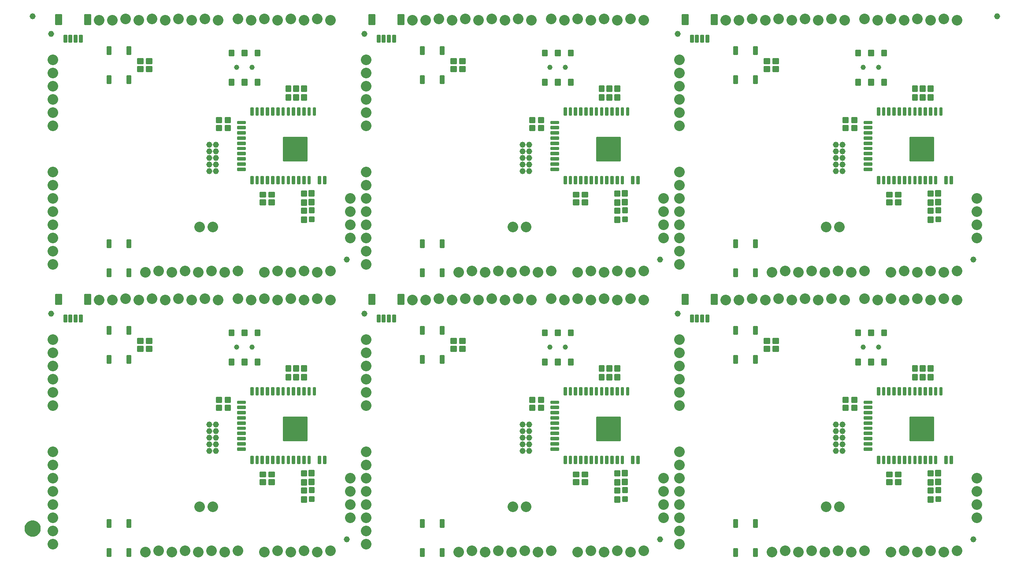
<source format=gts>
G04 EAGLE Gerber RS-274X export*
G75*
%MOMM*%
%FSLAX34Y34*%
%LPD*%
%INSoldermask Top*%
%IPPOS*%
%AMOC8*
5,1,8,0,0,1.08239X$1,22.5*%
G01*
%ADD10C,2.032000*%
%ADD11C,0.449434*%
%ADD12C,0.253525*%
%ADD13C,1.002400*%
%ADD14C,0.246888*%
%ADD15C,0.254434*%
%ADD16C,0.237619*%
%ADD17C,1.152400*%
%ADD18C,0.243431*%
%ADD19C,0.255816*%
%ADD20C,1.270000*%
%ADD21C,1.652400*%


D10*
X241300Y22860D03*
X266700Y25400D03*
X292100Y22860D03*
X317500Y25400D03*
X342900Y22860D03*
X368300Y25400D03*
X419100Y22860D03*
X444500Y25400D03*
X469900Y22860D03*
X495300Y25400D03*
X520700Y22860D03*
X546100Y25400D03*
X546100Y508000D03*
X520700Y510540D03*
X495300Y508000D03*
X469900Y510540D03*
X444500Y508000D03*
X419100Y510540D03*
X393700Y508000D03*
X368300Y510540D03*
X330200Y508000D03*
X304800Y510540D03*
X279400Y508000D03*
X254000Y510540D03*
X228600Y508000D03*
X203200Y510540D03*
X177800Y508000D03*
X152400Y510540D03*
X127000Y508000D03*
X101600Y508000D03*
X215900Y25400D03*
X190500Y22860D03*
D11*
X506390Y128730D02*
X513420Y128730D01*
X513420Y121700D01*
X506390Y121700D01*
X506390Y128730D01*
X506390Y125969D02*
X513420Y125969D01*
X513420Y146270D02*
X506390Y146270D01*
X513420Y146270D02*
X513420Y139240D01*
X506390Y139240D01*
X506390Y146270D01*
X506390Y143509D02*
X513420Y143509D01*
D12*
X499668Y129845D02*
X499668Y119855D01*
X490678Y119855D01*
X490678Y129845D01*
X499668Y129845D01*
X499668Y122263D02*
X490678Y122263D01*
X490678Y124671D02*
X499668Y124671D01*
X499668Y127079D02*
X490678Y127079D01*
X490678Y129487D02*
X499668Y129487D01*
X499668Y136855D02*
X499668Y146845D01*
X499668Y136855D02*
X490678Y136855D01*
X490678Y146845D01*
X499668Y146845D01*
X499668Y139263D02*
X490678Y139263D01*
X490678Y141671D02*
X499668Y141671D01*
X499668Y144079D02*
X490678Y144079D01*
X490678Y146487D02*
X499668Y146487D01*
X360495Y394190D02*
X351505Y394190D01*
X360495Y394190D02*
X360495Y383700D01*
X351505Y383700D01*
X351505Y394190D01*
X351505Y386108D02*
X360495Y386108D01*
X360495Y388516D02*
X351505Y388516D01*
X351505Y390924D02*
X360495Y390924D01*
X360495Y393332D02*
X351505Y393332D01*
X376505Y394190D02*
X385495Y394190D01*
X385495Y383700D01*
X376505Y383700D01*
X376505Y394190D01*
X376505Y386108D02*
X385495Y386108D01*
X385495Y388516D02*
X376505Y388516D01*
X376505Y390924D02*
X385495Y390924D01*
X385495Y393332D02*
X376505Y393332D01*
X401505Y394190D02*
X410495Y394190D01*
X410495Y383700D01*
X401505Y383700D01*
X401505Y394190D01*
X401505Y386108D02*
X410495Y386108D01*
X410495Y388516D02*
X401505Y388516D01*
X401505Y390924D02*
X410495Y390924D01*
X410495Y393332D02*
X401505Y393332D01*
X360495Y450690D02*
X351505Y450690D01*
X360495Y450690D02*
X360495Y440200D01*
X351505Y440200D01*
X351505Y450690D01*
X351505Y442608D02*
X360495Y442608D01*
X360495Y445016D02*
X351505Y445016D01*
X351505Y447424D02*
X360495Y447424D01*
X360495Y449832D02*
X351505Y449832D01*
X376505Y450690D02*
X385495Y450690D01*
X385495Y440200D01*
X376505Y440200D01*
X376505Y450690D01*
X376505Y442608D02*
X385495Y442608D01*
X385495Y445016D02*
X376505Y445016D01*
X376505Y447424D02*
X385495Y447424D01*
X385495Y449832D02*
X376505Y449832D01*
X401505Y450690D02*
X410495Y450690D01*
X410495Y440200D01*
X401505Y440200D01*
X401505Y450690D01*
X401505Y442608D02*
X410495Y442608D01*
X410495Y445016D02*
X401505Y445016D01*
X401505Y447424D02*
X410495Y447424D01*
X410495Y449832D02*
X401505Y449832D01*
D13*
X366000Y417195D03*
X396000Y417195D03*
D14*
X123988Y30008D02*
X117312Y30008D01*
X123988Y30008D02*
X123988Y15712D01*
X117312Y15712D01*
X117312Y30008D01*
X117312Y18058D02*
X123988Y18058D01*
X123988Y20404D02*
X117312Y20404D01*
X117312Y22750D02*
X123988Y22750D01*
X123988Y25096D02*
X117312Y25096D01*
X117312Y27442D02*
X123988Y27442D01*
X123988Y29788D02*
X117312Y29788D01*
X117312Y85888D02*
X123988Y85888D01*
X123988Y71592D01*
X117312Y71592D01*
X117312Y85888D01*
X117312Y73938D02*
X123988Y73938D01*
X123988Y76284D02*
X117312Y76284D01*
X117312Y78630D02*
X123988Y78630D01*
X123988Y80976D02*
X117312Y80976D01*
X117312Y83322D02*
X123988Y83322D01*
X123988Y85668D02*
X117312Y85668D01*
X155412Y30008D02*
X162088Y30008D01*
X162088Y15712D01*
X155412Y15712D01*
X155412Y30008D01*
X155412Y18058D02*
X162088Y18058D01*
X162088Y20404D02*
X155412Y20404D01*
X155412Y22750D02*
X162088Y22750D01*
X162088Y25096D02*
X155412Y25096D01*
X155412Y27442D02*
X162088Y27442D01*
X162088Y29788D02*
X155412Y29788D01*
X155412Y85888D02*
X162088Y85888D01*
X162088Y71592D01*
X155412Y71592D01*
X155412Y85888D01*
X155412Y73938D02*
X162088Y73938D01*
X162088Y76284D02*
X155412Y76284D01*
X155412Y78630D02*
X162088Y78630D01*
X162088Y80976D02*
X155412Y80976D01*
X155412Y83322D02*
X162088Y83322D01*
X162088Y85668D02*
X155412Y85668D01*
D15*
X393110Y325710D02*
X393110Y339690D01*
X397090Y339690D01*
X397090Y325710D01*
X393110Y325710D01*
X393110Y328127D02*
X397090Y328127D01*
X397090Y330544D02*
X393110Y330544D01*
X393110Y332961D02*
X397090Y332961D01*
X397090Y335378D02*
X393110Y335378D01*
X393110Y337795D02*
X397090Y337795D01*
X403110Y339690D02*
X403110Y325710D01*
X403110Y339690D02*
X407090Y339690D01*
X407090Y325710D01*
X403110Y325710D01*
X403110Y328127D02*
X407090Y328127D01*
X407090Y330544D02*
X403110Y330544D01*
X403110Y332961D02*
X407090Y332961D01*
X407090Y335378D02*
X403110Y335378D01*
X403110Y337795D02*
X407090Y337795D01*
X513110Y339690D02*
X513110Y325710D01*
X513110Y339690D02*
X517090Y339690D01*
X517090Y325710D01*
X513110Y325710D01*
X513110Y328127D02*
X517090Y328127D01*
X517090Y330544D02*
X513110Y330544D01*
X513110Y332961D02*
X517090Y332961D01*
X517090Y335378D02*
X513110Y335378D01*
X513110Y337795D02*
X517090Y337795D01*
X503110Y339690D02*
X503110Y325710D01*
X503110Y339690D02*
X507090Y339690D01*
X507090Y325710D01*
X503110Y325710D01*
X503110Y328127D02*
X507090Y328127D01*
X507090Y330544D02*
X503110Y330544D01*
X503110Y332961D02*
X507090Y332961D01*
X507090Y335378D02*
X503110Y335378D01*
X503110Y337795D02*
X507090Y337795D01*
X493110Y339690D02*
X493110Y325710D01*
X493110Y339690D02*
X497090Y339690D01*
X497090Y325710D01*
X493110Y325710D01*
X493110Y328127D02*
X497090Y328127D01*
X497090Y330544D02*
X493110Y330544D01*
X493110Y332961D02*
X497090Y332961D01*
X497090Y335378D02*
X493110Y335378D01*
X493110Y337795D02*
X497090Y337795D01*
X483110Y339690D02*
X483110Y325710D01*
X483110Y339690D02*
X487090Y339690D01*
X487090Y325710D01*
X483110Y325710D01*
X483110Y328127D02*
X487090Y328127D01*
X487090Y330544D02*
X483110Y330544D01*
X483110Y332961D02*
X487090Y332961D01*
X487090Y335378D02*
X483110Y335378D01*
X483110Y337795D02*
X487090Y337795D01*
X473110Y339690D02*
X473110Y325710D01*
X473110Y339690D02*
X477090Y339690D01*
X477090Y325710D01*
X473110Y325710D01*
X473110Y328127D02*
X477090Y328127D01*
X477090Y330544D02*
X473110Y330544D01*
X473110Y332961D02*
X477090Y332961D01*
X477090Y335378D02*
X473110Y335378D01*
X473110Y337795D02*
X477090Y337795D01*
X463110Y339690D02*
X463110Y325710D01*
X463110Y339690D02*
X467090Y339690D01*
X467090Y325710D01*
X463110Y325710D01*
X463110Y328127D02*
X467090Y328127D01*
X467090Y330544D02*
X463110Y330544D01*
X463110Y332961D02*
X467090Y332961D01*
X467090Y335378D02*
X463110Y335378D01*
X463110Y337795D02*
X467090Y337795D01*
X453110Y339690D02*
X453110Y325710D01*
X453110Y339690D02*
X457090Y339690D01*
X457090Y325710D01*
X453110Y325710D01*
X453110Y328127D02*
X457090Y328127D01*
X457090Y330544D02*
X453110Y330544D01*
X453110Y332961D02*
X457090Y332961D01*
X457090Y335378D02*
X453110Y335378D01*
X453110Y337795D02*
X457090Y337795D01*
X443110Y339690D02*
X443110Y325710D01*
X443110Y339690D02*
X447090Y339690D01*
X447090Y325710D01*
X443110Y325710D01*
X443110Y328127D02*
X447090Y328127D01*
X447090Y330544D02*
X443110Y330544D01*
X443110Y332961D02*
X447090Y332961D01*
X447090Y335378D02*
X443110Y335378D01*
X443110Y337795D02*
X447090Y337795D01*
X433110Y339690D02*
X433110Y325710D01*
X433110Y339690D02*
X437090Y339690D01*
X437090Y325710D01*
X433110Y325710D01*
X433110Y328127D02*
X437090Y328127D01*
X437090Y330544D02*
X433110Y330544D01*
X433110Y332961D02*
X437090Y332961D01*
X437090Y335378D02*
X433110Y335378D01*
X433110Y337795D02*
X437090Y337795D01*
X423110Y339690D02*
X423110Y325710D01*
X423110Y339690D02*
X427090Y339690D01*
X427090Y325710D01*
X423110Y325710D01*
X423110Y328127D02*
X427090Y328127D01*
X427090Y330544D02*
X423110Y330544D01*
X423110Y332961D02*
X427090Y332961D01*
X427090Y335378D02*
X423110Y335378D01*
X423110Y337795D02*
X427090Y337795D01*
X413110Y339690D02*
X413110Y325710D01*
X413110Y339690D02*
X417090Y339690D01*
X417090Y325710D01*
X413110Y325710D01*
X413110Y328127D02*
X417090Y328127D01*
X417090Y330544D02*
X413110Y330544D01*
X413110Y332961D02*
X417090Y332961D01*
X417090Y335378D02*
X413110Y335378D01*
X413110Y337795D02*
X417090Y337795D01*
X382090Y309710D02*
X368110Y309710D01*
X368110Y313690D01*
X382090Y313690D01*
X382090Y309710D01*
X382090Y312127D02*
X368110Y312127D01*
X368110Y299710D02*
X382090Y299710D01*
X368110Y299710D02*
X368110Y303690D01*
X382090Y303690D01*
X382090Y299710D01*
X382090Y302127D02*
X368110Y302127D01*
X368110Y279710D02*
X382090Y279710D01*
X368110Y279710D02*
X368110Y283690D01*
X382090Y283690D01*
X382090Y279710D01*
X382090Y282127D02*
X368110Y282127D01*
X368110Y289710D02*
X382090Y289710D01*
X368110Y289710D02*
X368110Y293690D01*
X382090Y293690D01*
X382090Y289710D01*
X382090Y292127D02*
X368110Y292127D01*
X368110Y269710D02*
X382090Y269710D01*
X368110Y269710D02*
X368110Y273690D01*
X382090Y273690D01*
X382090Y269710D01*
X382090Y272127D02*
X368110Y272127D01*
X368110Y259710D02*
X382090Y259710D01*
X368110Y259710D02*
X368110Y263690D01*
X382090Y263690D01*
X382090Y259710D01*
X382090Y262127D02*
X368110Y262127D01*
X368110Y249710D02*
X382090Y249710D01*
X368110Y249710D02*
X368110Y253690D01*
X382090Y253690D01*
X382090Y249710D01*
X382090Y252127D02*
X368110Y252127D01*
X368110Y239710D02*
X382090Y239710D01*
X368110Y239710D02*
X368110Y243690D01*
X382090Y243690D01*
X382090Y239710D01*
X382090Y242127D02*
X368110Y242127D01*
X368110Y229710D02*
X382090Y229710D01*
X368110Y229710D02*
X368110Y233690D01*
X382090Y233690D01*
X382090Y229710D01*
X382090Y232127D02*
X368110Y232127D01*
X368110Y219710D02*
X382090Y219710D01*
X368110Y219710D02*
X368110Y223690D01*
X382090Y223690D01*
X382090Y219710D01*
X382090Y222127D02*
X368110Y222127D01*
X393110Y207690D02*
X393110Y193710D01*
X393110Y207690D02*
X397090Y207690D01*
X397090Y193710D01*
X393110Y193710D01*
X393110Y196127D02*
X397090Y196127D01*
X397090Y198544D02*
X393110Y198544D01*
X393110Y200961D02*
X397090Y200961D01*
X397090Y203378D02*
X393110Y203378D01*
X393110Y205795D02*
X397090Y205795D01*
X403110Y207690D02*
X403110Y193710D01*
X403110Y207690D02*
X407090Y207690D01*
X407090Y193710D01*
X403110Y193710D01*
X403110Y196127D02*
X407090Y196127D01*
X407090Y198544D02*
X403110Y198544D01*
X403110Y200961D02*
X407090Y200961D01*
X407090Y203378D02*
X403110Y203378D01*
X403110Y205795D02*
X407090Y205795D01*
X413110Y207690D02*
X413110Y193710D01*
X413110Y207690D02*
X417090Y207690D01*
X417090Y193710D01*
X413110Y193710D01*
X413110Y196127D02*
X417090Y196127D01*
X417090Y198544D02*
X413110Y198544D01*
X413110Y200961D02*
X417090Y200961D01*
X417090Y203378D02*
X413110Y203378D01*
X413110Y205795D02*
X417090Y205795D01*
X423110Y207690D02*
X423110Y193710D01*
X423110Y207690D02*
X427090Y207690D01*
X427090Y193710D01*
X423110Y193710D01*
X423110Y196127D02*
X427090Y196127D01*
X427090Y198544D02*
X423110Y198544D01*
X423110Y200961D02*
X427090Y200961D01*
X427090Y203378D02*
X423110Y203378D01*
X423110Y205795D02*
X427090Y205795D01*
X433110Y207690D02*
X433110Y193710D01*
X433110Y207690D02*
X437090Y207690D01*
X437090Y193710D01*
X433110Y193710D01*
X433110Y196127D02*
X437090Y196127D01*
X437090Y198544D02*
X433110Y198544D01*
X433110Y200961D02*
X437090Y200961D01*
X437090Y203378D02*
X433110Y203378D01*
X433110Y205795D02*
X437090Y205795D01*
X443110Y207690D02*
X443110Y193710D01*
X443110Y207690D02*
X447090Y207690D01*
X447090Y193710D01*
X443110Y193710D01*
X443110Y196127D02*
X447090Y196127D01*
X447090Y198544D02*
X443110Y198544D01*
X443110Y200961D02*
X447090Y200961D01*
X447090Y203378D02*
X443110Y203378D01*
X443110Y205795D02*
X447090Y205795D01*
X453110Y207690D02*
X453110Y193710D01*
X453110Y207690D02*
X457090Y207690D01*
X457090Y193710D01*
X453110Y193710D01*
X453110Y196127D02*
X457090Y196127D01*
X457090Y198544D02*
X453110Y198544D01*
X453110Y200961D02*
X457090Y200961D01*
X457090Y203378D02*
X453110Y203378D01*
X453110Y205795D02*
X457090Y205795D01*
X463110Y207690D02*
X463110Y193710D01*
X463110Y207690D02*
X467090Y207690D01*
X467090Y193710D01*
X463110Y193710D01*
X463110Y196127D02*
X467090Y196127D01*
X467090Y198544D02*
X463110Y198544D01*
X463110Y200961D02*
X467090Y200961D01*
X467090Y203378D02*
X463110Y203378D01*
X463110Y205795D02*
X467090Y205795D01*
X473110Y207690D02*
X473110Y193710D01*
X473110Y207690D02*
X477090Y207690D01*
X477090Y193710D01*
X473110Y193710D01*
X473110Y196127D02*
X477090Y196127D01*
X477090Y198544D02*
X473110Y198544D01*
X473110Y200961D02*
X477090Y200961D01*
X477090Y203378D02*
X473110Y203378D01*
X473110Y205795D02*
X477090Y205795D01*
X483110Y207690D02*
X483110Y193710D01*
X483110Y207690D02*
X487090Y207690D01*
X487090Y193710D01*
X483110Y193710D01*
X483110Y196127D02*
X487090Y196127D01*
X487090Y198544D02*
X483110Y198544D01*
X483110Y200961D02*
X487090Y200961D01*
X487090Y203378D02*
X483110Y203378D01*
X483110Y205795D02*
X487090Y205795D01*
X493110Y207690D02*
X493110Y193710D01*
X493110Y207690D02*
X497090Y207690D01*
X497090Y193710D01*
X493110Y193710D01*
X493110Y196127D02*
X497090Y196127D01*
X497090Y198544D02*
X493110Y198544D01*
X493110Y200961D02*
X497090Y200961D01*
X497090Y203378D02*
X493110Y203378D01*
X493110Y205795D02*
X497090Y205795D01*
X503110Y207690D02*
X503110Y193710D01*
X503110Y207690D02*
X507090Y207690D01*
X507090Y193710D01*
X503110Y193710D01*
X503110Y196127D02*
X507090Y196127D01*
X507090Y198544D02*
X503110Y198544D01*
X503110Y200961D02*
X507090Y200961D01*
X507090Y203378D02*
X503110Y203378D01*
X503110Y205795D02*
X507090Y205795D01*
X523110Y207690D02*
X523110Y193710D01*
X523110Y207690D02*
X527090Y207690D01*
X527090Y193710D01*
X523110Y193710D01*
X523110Y196127D02*
X527090Y196127D01*
X527090Y198544D02*
X523110Y198544D01*
X523110Y200961D02*
X527090Y200961D01*
X527090Y203378D02*
X523110Y203378D01*
X523110Y205795D02*
X527090Y205795D01*
X533110Y207690D02*
X533110Y193710D01*
X533110Y207690D02*
X537090Y207690D01*
X537090Y193710D01*
X533110Y193710D01*
X533110Y196127D02*
X537090Y196127D01*
X537090Y198544D02*
X533110Y198544D01*
X533110Y200961D02*
X537090Y200961D01*
X537090Y203378D02*
X533110Y203378D01*
X533110Y205795D02*
X537090Y205795D01*
D16*
X455526Y238026D02*
X455526Y283174D01*
X500674Y283174D01*
X500674Y238026D01*
X455526Y238026D01*
X455526Y240283D02*
X500674Y240283D01*
X500674Y242540D02*
X455526Y242540D01*
X455526Y244797D02*
X500674Y244797D01*
X500674Y247054D02*
X455526Y247054D01*
X455526Y249311D02*
X500674Y249311D01*
X500674Y251568D02*
X455526Y251568D01*
X455526Y253825D02*
X500674Y253825D01*
X500674Y256082D02*
X455526Y256082D01*
X455526Y258339D02*
X500674Y258339D01*
X500674Y260596D02*
X455526Y260596D01*
X455526Y262853D02*
X500674Y262853D01*
X500674Y265110D02*
X455526Y265110D01*
X455526Y267367D02*
X500674Y267367D01*
X500674Y269624D02*
X455526Y269624D01*
X455526Y271881D02*
X500674Y271881D01*
X500674Y274138D02*
X455526Y274138D01*
X455526Y276395D02*
X500674Y276395D01*
X500674Y278652D02*
X455526Y278652D01*
X455526Y280909D02*
X500674Y280909D01*
X500674Y283166D02*
X455526Y283166D01*
D12*
X353855Y305485D02*
X343865Y305485D01*
X353855Y305485D02*
X353855Y296495D01*
X343865Y296495D01*
X343865Y305485D01*
X343865Y298903D02*
X353855Y298903D01*
X353855Y301311D02*
X343865Y301311D01*
X343865Y303719D02*
X353855Y303719D01*
X336855Y305485D02*
X326865Y305485D01*
X336855Y305485D02*
X336855Y296495D01*
X326865Y296495D01*
X326865Y305485D01*
X326865Y298903D02*
X336855Y298903D01*
X336855Y301311D02*
X326865Y301311D01*
X326865Y303719D02*
X336855Y303719D01*
X505410Y180500D02*
X505410Y170510D01*
X505410Y180500D02*
X514400Y180500D01*
X514400Y170510D01*
X505410Y170510D01*
X505410Y172918D02*
X514400Y172918D01*
X514400Y175326D02*
X505410Y175326D01*
X505410Y177734D02*
X514400Y177734D01*
X514400Y180142D02*
X505410Y180142D01*
X505410Y163500D02*
X505410Y153510D01*
X505410Y163500D02*
X514400Y163500D01*
X514400Y153510D01*
X505410Y153510D01*
X505410Y155918D02*
X514400Y155918D01*
X514400Y158326D02*
X505410Y158326D01*
X505410Y160734D02*
X514400Y160734D01*
X514400Y163142D02*
X505410Y163142D01*
X490678Y169875D02*
X490678Y179865D01*
X499668Y179865D01*
X499668Y169875D01*
X490678Y169875D01*
X490678Y172283D02*
X499668Y172283D01*
X499668Y174691D02*
X490678Y174691D01*
X490678Y177099D02*
X499668Y177099D01*
X499668Y179507D02*
X490678Y179507D01*
X490678Y162865D02*
X490678Y152875D01*
X490678Y162865D02*
X499668Y162865D01*
X499668Y152875D01*
X490678Y152875D01*
X490678Y155283D02*
X499668Y155283D01*
X499668Y157691D02*
X490678Y157691D01*
X490678Y160099D02*
X499668Y160099D01*
X499668Y162507D02*
X490678Y162507D01*
X460579Y371805D02*
X460579Y381795D01*
X469569Y381795D01*
X469569Y371805D01*
X460579Y371805D01*
X460579Y374213D02*
X469569Y374213D01*
X469569Y376621D02*
X460579Y376621D01*
X460579Y379029D02*
X469569Y379029D01*
X469569Y381437D02*
X460579Y381437D01*
X460579Y364795D02*
X460579Y354805D01*
X460579Y364795D02*
X469569Y364795D01*
X469569Y354805D01*
X460579Y354805D01*
X460579Y357213D02*
X469569Y357213D01*
X469569Y359621D02*
X460579Y359621D01*
X460579Y362029D02*
X469569Y362029D01*
X469569Y364437D02*
X460579Y364437D01*
X336855Y311735D02*
X326865Y311735D01*
X326865Y320725D01*
X336855Y320725D01*
X336855Y311735D01*
X336855Y314143D02*
X326865Y314143D01*
X326865Y316551D02*
X336855Y316551D01*
X336855Y318959D02*
X326865Y318959D01*
X343865Y311735D02*
X353855Y311735D01*
X343865Y311735D02*
X343865Y320725D01*
X353855Y320725D01*
X353855Y311735D01*
X353855Y314143D02*
X343865Y314143D01*
X343865Y316551D02*
X353855Y316551D01*
X353855Y318959D02*
X343865Y318959D01*
X411193Y153239D02*
X421183Y153239D01*
X411193Y153239D02*
X411193Y162229D01*
X421183Y162229D01*
X421183Y153239D01*
X421183Y155647D02*
X411193Y155647D01*
X411193Y158055D02*
X421183Y158055D01*
X421183Y160463D02*
X411193Y160463D01*
X428193Y153239D02*
X438183Y153239D01*
X428193Y153239D02*
X428193Y162229D01*
X438183Y162229D01*
X438183Y153239D01*
X438183Y155647D02*
X428193Y155647D01*
X428193Y158055D02*
X438183Y158055D01*
X438183Y160463D02*
X428193Y160463D01*
D14*
X123988Y401102D02*
X117312Y401102D01*
X123988Y401102D02*
X123988Y386806D01*
X117312Y386806D01*
X117312Y401102D01*
X117312Y389152D02*
X123988Y389152D01*
X123988Y391498D02*
X117312Y391498D01*
X117312Y393844D02*
X123988Y393844D01*
X123988Y396190D02*
X117312Y396190D01*
X117312Y398536D02*
X123988Y398536D01*
X123988Y400882D02*
X117312Y400882D01*
X117312Y456982D02*
X123988Y456982D01*
X123988Y442686D01*
X117312Y442686D01*
X117312Y456982D01*
X117312Y445032D02*
X123988Y445032D01*
X123988Y447378D02*
X117312Y447378D01*
X117312Y449724D02*
X123988Y449724D01*
X123988Y452070D02*
X117312Y452070D01*
X117312Y454416D02*
X123988Y454416D01*
X123988Y456762D02*
X117312Y456762D01*
X155412Y401102D02*
X162088Y401102D01*
X162088Y386806D01*
X155412Y386806D01*
X155412Y401102D01*
X155412Y389152D02*
X162088Y389152D01*
X162088Y391498D02*
X155412Y391498D01*
X155412Y393844D02*
X162088Y393844D01*
X162088Y396190D02*
X155412Y396190D01*
X155412Y398536D02*
X162088Y398536D01*
X162088Y400882D02*
X155412Y400882D01*
X155412Y456982D02*
X162088Y456982D01*
X162088Y442686D01*
X155412Y442686D01*
X155412Y456982D01*
X155412Y445032D02*
X162088Y445032D01*
X162088Y447378D02*
X155412Y447378D01*
X155412Y449724D02*
X162088Y449724D01*
X162088Y452070D02*
X155412Y452070D01*
X155412Y454416D02*
X162088Y454416D01*
X162088Y456762D02*
X155412Y456762D01*
D17*
X313690Y255905D03*
X313690Y243205D03*
X313690Y230505D03*
X313690Y217805D03*
X313690Y268605D03*
X326390Y255905D03*
X326390Y243205D03*
X326390Y230505D03*
X326390Y217805D03*
X326390Y268605D03*
X9525Y481965D03*
X577850Y47625D03*
D10*
X320040Y109728D03*
X294640Y109728D03*
X12700Y431800D03*
X12700Y406400D03*
X12700Y381000D03*
X12700Y355600D03*
X12700Y330200D03*
X12700Y304800D03*
D12*
X411193Y168225D02*
X421183Y168225D01*
X411193Y168225D02*
X411193Y177215D01*
X421183Y177215D01*
X421183Y168225D01*
X421183Y170633D02*
X411193Y170633D01*
X411193Y173041D02*
X421183Y173041D01*
X421183Y175449D02*
X411193Y175449D01*
X428193Y168225D02*
X438183Y168225D01*
X428193Y168225D02*
X428193Y177215D01*
X438183Y177215D01*
X438183Y168225D01*
X438183Y170633D02*
X428193Y170633D01*
X428193Y173041D02*
X438183Y173041D01*
X438183Y175449D02*
X428193Y175449D01*
D18*
X84980Y519370D02*
X73890Y519370D01*
X84980Y519370D02*
X84980Y500280D01*
X73890Y500280D01*
X73890Y519370D01*
X73890Y502592D02*
X84980Y502592D01*
X84980Y504904D02*
X73890Y504904D01*
X73890Y507216D02*
X84980Y507216D01*
X84980Y509528D02*
X73890Y509528D01*
X73890Y511840D02*
X84980Y511840D01*
X84980Y514152D02*
X73890Y514152D01*
X73890Y516464D02*
X84980Y516464D01*
X84980Y518776D02*
X73890Y518776D01*
X28980Y519370D02*
X17890Y519370D01*
X28980Y519370D02*
X28980Y500280D01*
X17890Y500280D01*
X17890Y519370D01*
X17890Y502592D02*
X28980Y502592D01*
X28980Y504904D02*
X17890Y504904D01*
X17890Y507216D02*
X28980Y507216D01*
X28980Y509528D02*
X17890Y509528D01*
X17890Y511840D02*
X28980Y511840D01*
X28980Y514152D02*
X17890Y514152D01*
X17890Y516464D02*
X28980Y516464D01*
X28980Y518776D02*
X17890Y518776D01*
D19*
X63952Y479308D02*
X68918Y479308D01*
X68918Y466842D01*
X63952Y466842D01*
X63952Y479308D01*
X63952Y469272D02*
X68918Y469272D01*
X68918Y471702D02*
X63952Y471702D01*
X63952Y474132D02*
X68918Y474132D01*
X68918Y476562D02*
X63952Y476562D01*
X63952Y478992D02*
X68918Y478992D01*
X58918Y479308D02*
X53952Y479308D01*
X58918Y479308D02*
X58918Y466842D01*
X53952Y466842D01*
X53952Y479308D01*
X53952Y469272D02*
X58918Y469272D01*
X58918Y471702D02*
X53952Y471702D01*
X53952Y474132D02*
X58918Y474132D01*
X58918Y476562D02*
X53952Y476562D01*
X53952Y478992D02*
X58918Y478992D01*
X48918Y479308D02*
X43952Y479308D01*
X48918Y479308D02*
X48918Y466842D01*
X43952Y466842D01*
X43952Y479308D01*
X43952Y469272D02*
X48918Y469272D01*
X48918Y471702D02*
X43952Y471702D01*
X43952Y474132D02*
X48918Y474132D01*
X48918Y476562D02*
X43952Y476562D01*
X43952Y478992D02*
X48918Y478992D01*
X38918Y479308D02*
X33952Y479308D01*
X38918Y479308D02*
X38918Y466842D01*
X33952Y466842D01*
X33952Y479308D01*
X33952Y469272D02*
X38918Y469272D01*
X38918Y471702D02*
X33952Y471702D01*
X33952Y474132D02*
X38918Y474132D01*
X38918Y476562D02*
X33952Y476562D01*
X33952Y478992D02*
X38918Y478992D01*
D12*
X175735Y410160D02*
X185725Y410160D01*
X175735Y410160D02*
X175735Y419150D01*
X185725Y419150D01*
X185725Y410160D01*
X185725Y412568D02*
X175735Y412568D01*
X175735Y414976D02*
X185725Y414976D01*
X185725Y417384D02*
X175735Y417384D01*
X192735Y410160D02*
X202725Y410160D01*
X192735Y410160D02*
X192735Y419150D01*
X202725Y419150D01*
X202725Y410160D01*
X202725Y412568D02*
X192735Y412568D01*
X192735Y414976D02*
X202725Y414976D01*
X202725Y417384D02*
X192735Y417384D01*
X185725Y425400D02*
X175735Y425400D01*
X175735Y434390D01*
X185725Y434390D01*
X185725Y425400D01*
X185725Y427808D02*
X175735Y427808D01*
X175735Y430216D02*
X185725Y430216D01*
X185725Y432624D02*
X175735Y432624D01*
X192735Y425400D02*
X202725Y425400D01*
X192735Y425400D02*
X192735Y434390D01*
X202725Y434390D01*
X202725Y425400D01*
X202725Y427808D02*
X192735Y427808D01*
X192735Y430216D02*
X202725Y430216D01*
X202725Y432624D02*
X192735Y432624D01*
X499795Y364795D02*
X499795Y354805D01*
X490805Y354805D01*
X490805Y364795D01*
X499795Y364795D01*
X499795Y357213D02*
X490805Y357213D01*
X490805Y359621D02*
X499795Y359621D01*
X499795Y362029D02*
X490805Y362029D01*
X490805Y364437D02*
X499795Y364437D01*
X499795Y371805D02*
X499795Y381795D01*
X499795Y371805D02*
X490805Y371805D01*
X490805Y381795D01*
X499795Y381795D01*
X499795Y374213D02*
X490805Y374213D01*
X490805Y376621D02*
X499795Y376621D01*
X499795Y379029D02*
X490805Y379029D01*
X490805Y381437D02*
X499795Y381437D01*
X484555Y364795D02*
X484555Y354805D01*
X475565Y354805D01*
X475565Y364795D01*
X484555Y364795D01*
X484555Y357213D02*
X475565Y357213D01*
X475565Y359621D02*
X484555Y359621D01*
X484555Y362029D02*
X475565Y362029D01*
X475565Y364437D02*
X484555Y364437D01*
X484555Y371805D02*
X484555Y381795D01*
X484555Y371805D02*
X475565Y371805D01*
X475565Y381795D01*
X484555Y381795D01*
X484555Y374213D02*
X475565Y374213D01*
X475565Y376621D02*
X484555Y376621D01*
X484555Y379029D02*
X475565Y379029D01*
X475565Y381437D02*
X484555Y381437D01*
D10*
X584200Y165100D03*
X584200Y139700D03*
X584200Y114300D03*
X584200Y88900D03*
X12700Y38100D03*
X12700Y63500D03*
X12700Y88900D03*
X12700Y114300D03*
X12700Y139700D03*
X12700Y165100D03*
X12700Y190500D03*
X12700Y215900D03*
X843280Y22860D03*
X868680Y25400D03*
X894080Y22860D03*
X919480Y25400D03*
X944880Y22860D03*
X970280Y25400D03*
X1021080Y22860D03*
X1046480Y25400D03*
X1071880Y22860D03*
X1097280Y25400D03*
X1122680Y22860D03*
X1148080Y25400D03*
X1148080Y508000D03*
X1122680Y510540D03*
X1097280Y508000D03*
X1071880Y510540D03*
X1046480Y508000D03*
X1021080Y510540D03*
X995680Y508000D03*
X970280Y510540D03*
X932180Y508000D03*
X906780Y510540D03*
X881380Y508000D03*
X855980Y510540D03*
X830580Y508000D03*
X805180Y510540D03*
X779780Y508000D03*
X754380Y510540D03*
X728980Y508000D03*
X703580Y508000D03*
X817880Y25400D03*
X792480Y22860D03*
D11*
X1108370Y128730D02*
X1115400Y128730D01*
X1115400Y121700D01*
X1108370Y121700D01*
X1108370Y128730D01*
X1108370Y125969D02*
X1115400Y125969D01*
X1115400Y146270D02*
X1108370Y146270D01*
X1115400Y146270D02*
X1115400Y139240D01*
X1108370Y139240D01*
X1108370Y146270D01*
X1108370Y143509D02*
X1115400Y143509D01*
D12*
X1101648Y129845D02*
X1101648Y119855D01*
X1092658Y119855D01*
X1092658Y129845D01*
X1101648Y129845D01*
X1101648Y122263D02*
X1092658Y122263D01*
X1092658Y124671D02*
X1101648Y124671D01*
X1101648Y127079D02*
X1092658Y127079D01*
X1092658Y129487D02*
X1101648Y129487D01*
X1101648Y136855D02*
X1101648Y146845D01*
X1101648Y136855D02*
X1092658Y136855D01*
X1092658Y146845D01*
X1101648Y146845D01*
X1101648Y139263D02*
X1092658Y139263D01*
X1092658Y141671D02*
X1101648Y141671D01*
X1101648Y144079D02*
X1092658Y144079D01*
X1092658Y146487D02*
X1101648Y146487D01*
X962475Y394190D02*
X953485Y394190D01*
X962475Y394190D02*
X962475Y383700D01*
X953485Y383700D01*
X953485Y394190D01*
X953485Y386108D02*
X962475Y386108D01*
X962475Y388516D02*
X953485Y388516D01*
X953485Y390924D02*
X962475Y390924D01*
X962475Y393332D02*
X953485Y393332D01*
X978485Y394190D02*
X987475Y394190D01*
X987475Y383700D01*
X978485Y383700D01*
X978485Y394190D01*
X978485Y386108D02*
X987475Y386108D01*
X987475Y388516D02*
X978485Y388516D01*
X978485Y390924D02*
X987475Y390924D01*
X987475Y393332D02*
X978485Y393332D01*
X1003485Y394190D02*
X1012475Y394190D01*
X1012475Y383700D01*
X1003485Y383700D01*
X1003485Y394190D01*
X1003485Y386108D02*
X1012475Y386108D01*
X1012475Y388516D02*
X1003485Y388516D01*
X1003485Y390924D02*
X1012475Y390924D01*
X1012475Y393332D02*
X1003485Y393332D01*
X962475Y450690D02*
X953485Y450690D01*
X962475Y450690D02*
X962475Y440200D01*
X953485Y440200D01*
X953485Y450690D01*
X953485Y442608D02*
X962475Y442608D01*
X962475Y445016D02*
X953485Y445016D01*
X953485Y447424D02*
X962475Y447424D01*
X962475Y449832D02*
X953485Y449832D01*
X978485Y450690D02*
X987475Y450690D01*
X987475Y440200D01*
X978485Y440200D01*
X978485Y450690D01*
X978485Y442608D02*
X987475Y442608D01*
X987475Y445016D02*
X978485Y445016D01*
X978485Y447424D02*
X987475Y447424D01*
X987475Y449832D02*
X978485Y449832D01*
X1003485Y450690D02*
X1012475Y450690D01*
X1012475Y440200D01*
X1003485Y440200D01*
X1003485Y450690D01*
X1003485Y442608D02*
X1012475Y442608D01*
X1012475Y445016D02*
X1003485Y445016D01*
X1003485Y447424D02*
X1012475Y447424D01*
X1012475Y449832D02*
X1003485Y449832D01*
D13*
X967980Y417195D03*
X997980Y417195D03*
D14*
X725968Y30008D02*
X719292Y30008D01*
X725968Y30008D02*
X725968Y15712D01*
X719292Y15712D01*
X719292Y30008D01*
X719292Y18058D02*
X725968Y18058D01*
X725968Y20404D02*
X719292Y20404D01*
X719292Y22750D02*
X725968Y22750D01*
X725968Y25096D02*
X719292Y25096D01*
X719292Y27442D02*
X725968Y27442D01*
X725968Y29788D02*
X719292Y29788D01*
X719292Y85888D02*
X725968Y85888D01*
X725968Y71592D01*
X719292Y71592D01*
X719292Y85888D01*
X719292Y73938D02*
X725968Y73938D01*
X725968Y76284D02*
X719292Y76284D01*
X719292Y78630D02*
X725968Y78630D01*
X725968Y80976D02*
X719292Y80976D01*
X719292Y83322D02*
X725968Y83322D01*
X725968Y85668D02*
X719292Y85668D01*
X757392Y30008D02*
X764068Y30008D01*
X764068Y15712D01*
X757392Y15712D01*
X757392Y30008D01*
X757392Y18058D02*
X764068Y18058D01*
X764068Y20404D02*
X757392Y20404D01*
X757392Y22750D02*
X764068Y22750D01*
X764068Y25096D02*
X757392Y25096D01*
X757392Y27442D02*
X764068Y27442D01*
X764068Y29788D02*
X757392Y29788D01*
X757392Y85888D02*
X764068Y85888D01*
X764068Y71592D01*
X757392Y71592D01*
X757392Y85888D01*
X757392Y73938D02*
X764068Y73938D01*
X764068Y76284D02*
X757392Y76284D01*
X757392Y78630D02*
X764068Y78630D01*
X764068Y80976D02*
X757392Y80976D01*
X757392Y83322D02*
X764068Y83322D01*
X764068Y85668D02*
X757392Y85668D01*
D15*
X995090Y325710D02*
X995090Y339690D01*
X999070Y339690D01*
X999070Y325710D01*
X995090Y325710D01*
X995090Y328127D02*
X999070Y328127D01*
X999070Y330544D02*
X995090Y330544D01*
X995090Y332961D02*
X999070Y332961D01*
X999070Y335378D02*
X995090Y335378D01*
X995090Y337795D02*
X999070Y337795D01*
X1005090Y339690D02*
X1005090Y325710D01*
X1005090Y339690D02*
X1009070Y339690D01*
X1009070Y325710D01*
X1005090Y325710D01*
X1005090Y328127D02*
X1009070Y328127D01*
X1009070Y330544D02*
X1005090Y330544D01*
X1005090Y332961D02*
X1009070Y332961D01*
X1009070Y335378D02*
X1005090Y335378D01*
X1005090Y337795D02*
X1009070Y337795D01*
X1115090Y339690D02*
X1115090Y325710D01*
X1115090Y339690D02*
X1119070Y339690D01*
X1119070Y325710D01*
X1115090Y325710D01*
X1115090Y328127D02*
X1119070Y328127D01*
X1119070Y330544D02*
X1115090Y330544D01*
X1115090Y332961D02*
X1119070Y332961D01*
X1119070Y335378D02*
X1115090Y335378D01*
X1115090Y337795D02*
X1119070Y337795D01*
X1105090Y339690D02*
X1105090Y325710D01*
X1105090Y339690D02*
X1109070Y339690D01*
X1109070Y325710D01*
X1105090Y325710D01*
X1105090Y328127D02*
X1109070Y328127D01*
X1109070Y330544D02*
X1105090Y330544D01*
X1105090Y332961D02*
X1109070Y332961D01*
X1109070Y335378D02*
X1105090Y335378D01*
X1105090Y337795D02*
X1109070Y337795D01*
X1095090Y339690D02*
X1095090Y325710D01*
X1095090Y339690D02*
X1099070Y339690D01*
X1099070Y325710D01*
X1095090Y325710D01*
X1095090Y328127D02*
X1099070Y328127D01*
X1099070Y330544D02*
X1095090Y330544D01*
X1095090Y332961D02*
X1099070Y332961D01*
X1099070Y335378D02*
X1095090Y335378D01*
X1095090Y337795D02*
X1099070Y337795D01*
X1085090Y339690D02*
X1085090Y325710D01*
X1085090Y339690D02*
X1089070Y339690D01*
X1089070Y325710D01*
X1085090Y325710D01*
X1085090Y328127D02*
X1089070Y328127D01*
X1089070Y330544D02*
X1085090Y330544D01*
X1085090Y332961D02*
X1089070Y332961D01*
X1089070Y335378D02*
X1085090Y335378D01*
X1085090Y337795D02*
X1089070Y337795D01*
X1075090Y339690D02*
X1075090Y325710D01*
X1075090Y339690D02*
X1079070Y339690D01*
X1079070Y325710D01*
X1075090Y325710D01*
X1075090Y328127D02*
X1079070Y328127D01*
X1079070Y330544D02*
X1075090Y330544D01*
X1075090Y332961D02*
X1079070Y332961D01*
X1079070Y335378D02*
X1075090Y335378D01*
X1075090Y337795D02*
X1079070Y337795D01*
X1065090Y339690D02*
X1065090Y325710D01*
X1065090Y339690D02*
X1069070Y339690D01*
X1069070Y325710D01*
X1065090Y325710D01*
X1065090Y328127D02*
X1069070Y328127D01*
X1069070Y330544D02*
X1065090Y330544D01*
X1065090Y332961D02*
X1069070Y332961D01*
X1069070Y335378D02*
X1065090Y335378D01*
X1065090Y337795D02*
X1069070Y337795D01*
X1055090Y339690D02*
X1055090Y325710D01*
X1055090Y339690D02*
X1059070Y339690D01*
X1059070Y325710D01*
X1055090Y325710D01*
X1055090Y328127D02*
X1059070Y328127D01*
X1059070Y330544D02*
X1055090Y330544D01*
X1055090Y332961D02*
X1059070Y332961D01*
X1059070Y335378D02*
X1055090Y335378D01*
X1055090Y337795D02*
X1059070Y337795D01*
X1045090Y339690D02*
X1045090Y325710D01*
X1045090Y339690D02*
X1049070Y339690D01*
X1049070Y325710D01*
X1045090Y325710D01*
X1045090Y328127D02*
X1049070Y328127D01*
X1049070Y330544D02*
X1045090Y330544D01*
X1045090Y332961D02*
X1049070Y332961D01*
X1049070Y335378D02*
X1045090Y335378D01*
X1045090Y337795D02*
X1049070Y337795D01*
X1035090Y339690D02*
X1035090Y325710D01*
X1035090Y339690D02*
X1039070Y339690D01*
X1039070Y325710D01*
X1035090Y325710D01*
X1035090Y328127D02*
X1039070Y328127D01*
X1039070Y330544D02*
X1035090Y330544D01*
X1035090Y332961D02*
X1039070Y332961D01*
X1039070Y335378D02*
X1035090Y335378D01*
X1035090Y337795D02*
X1039070Y337795D01*
X1025090Y339690D02*
X1025090Y325710D01*
X1025090Y339690D02*
X1029070Y339690D01*
X1029070Y325710D01*
X1025090Y325710D01*
X1025090Y328127D02*
X1029070Y328127D01*
X1029070Y330544D02*
X1025090Y330544D01*
X1025090Y332961D02*
X1029070Y332961D01*
X1029070Y335378D02*
X1025090Y335378D01*
X1025090Y337795D02*
X1029070Y337795D01*
X1015090Y339690D02*
X1015090Y325710D01*
X1015090Y339690D02*
X1019070Y339690D01*
X1019070Y325710D01*
X1015090Y325710D01*
X1015090Y328127D02*
X1019070Y328127D01*
X1019070Y330544D02*
X1015090Y330544D01*
X1015090Y332961D02*
X1019070Y332961D01*
X1019070Y335378D02*
X1015090Y335378D01*
X1015090Y337795D02*
X1019070Y337795D01*
X984070Y309710D02*
X970090Y309710D01*
X970090Y313690D01*
X984070Y313690D01*
X984070Y309710D01*
X984070Y312127D02*
X970090Y312127D01*
X970090Y299710D02*
X984070Y299710D01*
X970090Y299710D02*
X970090Y303690D01*
X984070Y303690D01*
X984070Y299710D01*
X984070Y302127D02*
X970090Y302127D01*
X970090Y279710D02*
X984070Y279710D01*
X970090Y279710D02*
X970090Y283690D01*
X984070Y283690D01*
X984070Y279710D01*
X984070Y282127D02*
X970090Y282127D01*
X970090Y289710D02*
X984070Y289710D01*
X970090Y289710D02*
X970090Y293690D01*
X984070Y293690D01*
X984070Y289710D01*
X984070Y292127D02*
X970090Y292127D01*
X970090Y269710D02*
X984070Y269710D01*
X970090Y269710D02*
X970090Y273690D01*
X984070Y273690D01*
X984070Y269710D01*
X984070Y272127D02*
X970090Y272127D01*
X970090Y259710D02*
X984070Y259710D01*
X970090Y259710D02*
X970090Y263690D01*
X984070Y263690D01*
X984070Y259710D01*
X984070Y262127D02*
X970090Y262127D01*
X970090Y249710D02*
X984070Y249710D01*
X970090Y249710D02*
X970090Y253690D01*
X984070Y253690D01*
X984070Y249710D01*
X984070Y252127D02*
X970090Y252127D01*
X970090Y239710D02*
X984070Y239710D01*
X970090Y239710D02*
X970090Y243690D01*
X984070Y243690D01*
X984070Y239710D01*
X984070Y242127D02*
X970090Y242127D01*
X970090Y229710D02*
X984070Y229710D01*
X970090Y229710D02*
X970090Y233690D01*
X984070Y233690D01*
X984070Y229710D01*
X984070Y232127D02*
X970090Y232127D01*
X970090Y219710D02*
X984070Y219710D01*
X970090Y219710D02*
X970090Y223690D01*
X984070Y223690D01*
X984070Y219710D01*
X984070Y222127D02*
X970090Y222127D01*
X995090Y207690D02*
X995090Y193710D01*
X995090Y207690D02*
X999070Y207690D01*
X999070Y193710D01*
X995090Y193710D01*
X995090Y196127D02*
X999070Y196127D01*
X999070Y198544D02*
X995090Y198544D01*
X995090Y200961D02*
X999070Y200961D01*
X999070Y203378D02*
X995090Y203378D01*
X995090Y205795D02*
X999070Y205795D01*
X1005090Y207690D02*
X1005090Y193710D01*
X1005090Y207690D02*
X1009070Y207690D01*
X1009070Y193710D01*
X1005090Y193710D01*
X1005090Y196127D02*
X1009070Y196127D01*
X1009070Y198544D02*
X1005090Y198544D01*
X1005090Y200961D02*
X1009070Y200961D01*
X1009070Y203378D02*
X1005090Y203378D01*
X1005090Y205795D02*
X1009070Y205795D01*
X1015090Y207690D02*
X1015090Y193710D01*
X1015090Y207690D02*
X1019070Y207690D01*
X1019070Y193710D01*
X1015090Y193710D01*
X1015090Y196127D02*
X1019070Y196127D01*
X1019070Y198544D02*
X1015090Y198544D01*
X1015090Y200961D02*
X1019070Y200961D01*
X1019070Y203378D02*
X1015090Y203378D01*
X1015090Y205795D02*
X1019070Y205795D01*
X1025090Y207690D02*
X1025090Y193710D01*
X1025090Y207690D02*
X1029070Y207690D01*
X1029070Y193710D01*
X1025090Y193710D01*
X1025090Y196127D02*
X1029070Y196127D01*
X1029070Y198544D02*
X1025090Y198544D01*
X1025090Y200961D02*
X1029070Y200961D01*
X1029070Y203378D02*
X1025090Y203378D01*
X1025090Y205795D02*
X1029070Y205795D01*
X1035090Y207690D02*
X1035090Y193710D01*
X1035090Y207690D02*
X1039070Y207690D01*
X1039070Y193710D01*
X1035090Y193710D01*
X1035090Y196127D02*
X1039070Y196127D01*
X1039070Y198544D02*
X1035090Y198544D01*
X1035090Y200961D02*
X1039070Y200961D01*
X1039070Y203378D02*
X1035090Y203378D01*
X1035090Y205795D02*
X1039070Y205795D01*
X1045090Y207690D02*
X1045090Y193710D01*
X1045090Y207690D02*
X1049070Y207690D01*
X1049070Y193710D01*
X1045090Y193710D01*
X1045090Y196127D02*
X1049070Y196127D01*
X1049070Y198544D02*
X1045090Y198544D01*
X1045090Y200961D02*
X1049070Y200961D01*
X1049070Y203378D02*
X1045090Y203378D01*
X1045090Y205795D02*
X1049070Y205795D01*
X1055090Y207690D02*
X1055090Y193710D01*
X1055090Y207690D02*
X1059070Y207690D01*
X1059070Y193710D01*
X1055090Y193710D01*
X1055090Y196127D02*
X1059070Y196127D01*
X1059070Y198544D02*
X1055090Y198544D01*
X1055090Y200961D02*
X1059070Y200961D01*
X1059070Y203378D02*
X1055090Y203378D01*
X1055090Y205795D02*
X1059070Y205795D01*
X1065090Y207690D02*
X1065090Y193710D01*
X1065090Y207690D02*
X1069070Y207690D01*
X1069070Y193710D01*
X1065090Y193710D01*
X1065090Y196127D02*
X1069070Y196127D01*
X1069070Y198544D02*
X1065090Y198544D01*
X1065090Y200961D02*
X1069070Y200961D01*
X1069070Y203378D02*
X1065090Y203378D01*
X1065090Y205795D02*
X1069070Y205795D01*
X1075090Y207690D02*
X1075090Y193710D01*
X1075090Y207690D02*
X1079070Y207690D01*
X1079070Y193710D01*
X1075090Y193710D01*
X1075090Y196127D02*
X1079070Y196127D01*
X1079070Y198544D02*
X1075090Y198544D01*
X1075090Y200961D02*
X1079070Y200961D01*
X1079070Y203378D02*
X1075090Y203378D01*
X1075090Y205795D02*
X1079070Y205795D01*
X1085090Y207690D02*
X1085090Y193710D01*
X1085090Y207690D02*
X1089070Y207690D01*
X1089070Y193710D01*
X1085090Y193710D01*
X1085090Y196127D02*
X1089070Y196127D01*
X1089070Y198544D02*
X1085090Y198544D01*
X1085090Y200961D02*
X1089070Y200961D01*
X1089070Y203378D02*
X1085090Y203378D01*
X1085090Y205795D02*
X1089070Y205795D01*
X1095090Y207690D02*
X1095090Y193710D01*
X1095090Y207690D02*
X1099070Y207690D01*
X1099070Y193710D01*
X1095090Y193710D01*
X1095090Y196127D02*
X1099070Y196127D01*
X1099070Y198544D02*
X1095090Y198544D01*
X1095090Y200961D02*
X1099070Y200961D01*
X1099070Y203378D02*
X1095090Y203378D01*
X1095090Y205795D02*
X1099070Y205795D01*
X1105090Y207690D02*
X1105090Y193710D01*
X1105090Y207690D02*
X1109070Y207690D01*
X1109070Y193710D01*
X1105090Y193710D01*
X1105090Y196127D02*
X1109070Y196127D01*
X1109070Y198544D02*
X1105090Y198544D01*
X1105090Y200961D02*
X1109070Y200961D01*
X1109070Y203378D02*
X1105090Y203378D01*
X1105090Y205795D02*
X1109070Y205795D01*
X1125090Y207690D02*
X1125090Y193710D01*
X1125090Y207690D02*
X1129070Y207690D01*
X1129070Y193710D01*
X1125090Y193710D01*
X1125090Y196127D02*
X1129070Y196127D01*
X1129070Y198544D02*
X1125090Y198544D01*
X1125090Y200961D02*
X1129070Y200961D01*
X1129070Y203378D02*
X1125090Y203378D01*
X1125090Y205795D02*
X1129070Y205795D01*
X1135090Y207690D02*
X1135090Y193710D01*
X1135090Y207690D02*
X1139070Y207690D01*
X1139070Y193710D01*
X1135090Y193710D01*
X1135090Y196127D02*
X1139070Y196127D01*
X1139070Y198544D02*
X1135090Y198544D01*
X1135090Y200961D02*
X1139070Y200961D01*
X1139070Y203378D02*
X1135090Y203378D01*
X1135090Y205795D02*
X1139070Y205795D01*
D16*
X1057506Y238026D02*
X1057506Y283174D01*
X1102654Y283174D01*
X1102654Y238026D01*
X1057506Y238026D01*
X1057506Y240283D02*
X1102654Y240283D01*
X1102654Y242540D02*
X1057506Y242540D01*
X1057506Y244797D02*
X1102654Y244797D01*
X1102654Y247054D02*
X1057506Y247054D01*
X1057506Y249311D02*
X1102654Y249311D01*
X1102654Y251568D02*
X1057506Y251568D01*
X1057506Y253825D02*
X1102654Y253825D01*
X1102654Y256082D02*
X1057506Y256082D01*
X1057506Y258339D02*
X1102654Y258339D01*
X1102654Y260596D02*
X1057506Y260596D01*
X1057506Y262853D02*
X1102654Y262853D01*
X1102654Y265110D02*
X1057506Y265110D01*
X1057506Y267367D02*
X1102654Y267367D01*
X1102654Y269624D02*
X1057506Y269624D01*
X1057506Y271881D02*
X1102654Y271881D01*
X1102654Y274138D02*
X1057506Y274138D01*
X1057506Y276395D02*
X1102654Y276395D01*
X1102654Y278652D02*
X1057506Y278652D01*
X1057506Y280909D02*
X1102654Y280909D01*
X1102654Y283166D02*
X1057506Y283166D01*
D12*
X955835Y305485D02*
X945845Y305485D01*
X955835Y305485D02*
X955835Y296495D01*
X945845Y296495D01*
X945845Y305485D01*
X945845Y298903D02*
X955835Y298903D01*
X955835Y301311D02*
X945845Y301311D01*
X945845Y303719D02*
X955835Y303719D01*
X938835Y305485D02*
X928845Y305485D01*
X938835Y305485D02*
X938835Y296495D01*
X928845Y296495D01*
X928845Y305485D01*
X928845Y298903D02*
X938835Y298903D01*
X938835Y301311D02*
X928845Y301311D01*
X928845Y303719D02*
X938835Y303719D01*
X1107390Y180500D02*
X1107390Y170510D01*
X1107390Y180500D02*
X1116380Y180500D01*
X1116380Y170510D01*
X1107390Y170510D01*
X1107390Y172918D02*
X1116380Y172918D01*
X1116380Y175326D02*
X1107390Y175326D01*
X1107390Y177734D02*
X1116380Y177734D01*
X1116380Y180142D02*
X1107390Y180142D01*
X1107390Y163500D02*
X1107390Y153510D01*
X1107390Y163500D02*
X1116380Y163500D01*
X1116380Y153510D01*
X1107390Y153510D01*
X1107390Y155918D02*
X1116380Y155918D01*
X1116380Y158326D02*
X1107390Y158326D01*
X1107390Y160734D02*
X1116380Y160734D01*
X1116380Y163142D02*
X1107390Y163142D01*
X1092658Y169875D02*
X1092658Y179865D01*
X1101648Y179865D01*
X1101648Y169875D01*
X1092658Y169875D01*
X1092658Y172283D02*
X1101648Y172283D01*
X1101648Y174691D02*
X1092658Y174691D01*
X1092658Y177099D02*
X1101648Y177099D01*
X1101648Y179507D02*
X1092658Y179507D01*
X1092658Y162865D02*
X1092658Y152875D01*
X1092658Y162865D02*
X1101648Y162865D01*
X1101648Y152875D01*
X1092658Y152875D01*
X1092658Y155283D02*
X1101648Y155283D01*
X1101648Y157691D02*
X1092658Y157691D01*
X1092658Y160099D02*
X1101648Y160099D01*
X1101648Y162507D02*
X1092658Y162507D01*
X1062559Y371805D02*
X1062559Y381795D01*
X1071549Y381795D01*
X1071549Y371805D01*
X1062559Y371805D01*
X1062559Y374213D02*
X1071549Y374213D01*
X1071549Y376621D02*
X1062559Y376621D01*
X1062559Y379029D02*
X1071549Y379029D01*
X1071549Y381437D02*
X1062559Y381437D01*
X1062559Y364795D02*
X1062559Y354805D01*
X1062559Y364795D02*
X1071549Y364795D01*
X1071549Y354805D01*
X1062559Y354805D01*
X1062559Y357213D02*
X1071549Y357213D01*
X1071549Y359621D02*
X1062559Y359621D01*
X1062559Y362029D02*
X1071549Y362029D01*
X1071549Y364437D02*
X1062559Y364437D01*
X938835Y311735D02*
X928845Y311735D01*
X928845Y320725D01*
X938835Y320725D01*
X938835Y311735D01*
X938835Y314143D02*
X928845Y314143D01*
X928845Y316551D02*
X938835Y316551D01*
X938835Y318959D02*
X928845Y318959D01*
X945845Y311735D02*
X955835Y311735D01*
X945845Y311735D02*
X945845Y320725D01*
X955835Y320725D01*
X955835Y311735D01*
X955835Y314143D02*
X945845Y314143D01*
X945845Y316551D02*
X955835Y316551D01*
X955835Y318959D02*
X945845Y318959D01*
X1013173Y153239D02*
X1023163Y153239D01*
X1013173Y153239D02*
X1013173Y162229D01*
X1023163Y162229D01*
X1023163Y153239D01*
X1023163Y155647D02*
X1013173Y155647D01*
X1013173Y158055D02*
X1023163Y158055D01*
X1023163Y160463D02*
X1013173Y160463D01*
X1030173Y153239D02*
X1040163Y153239D01*
X1030173Y153239D02*
X1030173Y162229D01*
X1040163Y162229D01*
X1040163Y153239D01*
X1040163Y155647D02*
X1030173Y155647D01*
X1030173Y158055D02*
X1040163Y158055D01*
X1040163Y160463D02*
X1030173Y160463D01*
D14*
X725968Y401102D02*
X719292Y401102D01*
X725968Y401102D02*
X725968Y386806D01*
X719292Y386806D01*
X719292Y401102D01*
X719292Y389152D02*
X725968Y389152D01*
X725968Y391498D02*
X719292Y391498D01*
X719292Y393844D02*
X725968Y393844D01*
X725968Y396190D02*
X719292Y396190D01*
X719292Y398536D02*
X725968Y398536D01*
X725968Y400882D02*
X719292Y400882D01*
X719292Y456982D02*
X725968Y456982D01*
X725968Y442686D01*
X719292Y442686D01*
X719292Y456982D01*
X719292Y445032D02*
X725968Y445032D01*
X725968Y447378D02*
X719292Y447378D01*
X719292Y449724D02*
X725968Y449724D01*
X725968Y452070D02*
X719292Y452070D01*
X719292Y454416D02*
X725968Y454416D01*
X725968Y456762D02*
X719292Y456762D01*
X757392Y401102D02*
X764068Y401102D01*
X764068Y386806D01*
X757392Y386806D01*
X757392Y401102D01*
X757392Y389152D02*
X764068Y389152D01*
X764068Y391498D02*
X757392Y391498D01*
X757392Y393844D02*
X764068Y393844D01*
X764068Y396190D02*
X757392Y396190D01*
X757392Y398536D02*
X764068Y398536D01*
X764068Y400882D02*
X757392Y400882D01*
X757392Y456982D02*
X764068Y456982D01*
X764068Y442686D01*
X757392Y442686D01*
X757392Y456982D01*
X757392Y445032D02*
X764068Y445032D01*
X764068Y447378D02*
X757392Y447378D01*
X757392Y449724D02*
X764068Y449724D01*
X764068Y452070D02*
X757392Y452070D01*
X757392Y454416D02*
X764068Y454416D01*
X764068Y456762D02*
X757392Y456762D01*
D17*
X915670Y255905D03*
X915670Y243205D03*
X915670Y230505D03*
X915670Y217805D03*
X915670Y268605D03*
X928370Y255905D03*
X928370Y243205D03*
X928370Y230505D03*
X928370Y217805D03*
X928370Y268605D03*
X611505Y481965D03*
X1179830Y47625D03*
D10*
X922020Y109728D03*
X896620Y109728D03*
X614680Y431800D03*
X614680Y406400D03*
X614680Y381000D03*
X614680Y355600D03*
X614680Y330200D03*
X614680Y304800D03*
D12*
X1013173Y168225D02*
X1023163Y168225D01*
X1013173Y168225D02*
X1013173Y177215D01*
X1023163Y177215D01*
X1023163Y168225D01*
X1023163Y170633D02*
X1013173Y170633D01*
X1013173Y173041D02*
X1023163Y173041D01*
X1023163Y175449D02*
X1013173Y175449D01*
X1030173Y168225D02*
X1040163Y168225D01*
X1030173Y168225D02*
X1030173Y177215D01*
X1040163Y177215D01*
X1040163Y168225D01*
X1040163Y170633D02*
X1030173Y170633D01*
X1030173Y173041D02*
X1040163Y173041D01*
X1040163Y175449D02*
X1030173Y175449D01*
D18*
X686960Y519370D02*
X675870Y519370D01*
X686960Y519370D02*
X686960Y500280D01*
X675870Y500280D01*
X675870Y519370D01*
X675870Y502592D02*
X686960Y502592D01*
X686960Y504904D02*
X675870Y504904D01*
X675870Y507216D02*
X686960Y507216D01*
X686960Y509528D02*
X675870Y509528D01*
X675870Y511840D02*
X686960Y511840D01*
X686960Y514152D02*
X675870Y514152D01*
X675870Y516464D02*
X686960Y516464D01*
X686960Y518776D02*
X675870Y518776D01*
X630960Y519370D02*
X619870Y519370D01*
X630960Y519370D02*
X630960Y500280D01*
X619870Y500280D01*
X619870Y519370D01*
X619870Y502592D02*
X630960Y502592D01*
X630960Y504904D02*
X619870Y504904D01*
X619870Y507216D02*
X630960Y507216D01*
X630960Y509528D02*
X619870Y509528D01*
X619870Y511840D02*
X630960Y511840D01*
X630960Y514152D02*
X619870Y514152D01*
X619870Y516464D02*
X630960Y516464D01*
X630960Y518776D02*
X619870Y518776D01*
D19*
X665932Y479308D02*
X670898Y479308D01*
X670898Y466842D01*
X665932Y466842D01*
X665932Y479308D01*
X665932Y469272D02*
X670898Y469272D01*
X670898Y471702D02*
X665932Y471702D01*
X665932Y474132D02*
X670898Y474132D01*
X670898Y476562D02*
X665932Y476562D01*
X665932Y478992D02*
X670898Y478992D01*
X660898Y479308D02*
X655932Y479308D01*
X660898Y479308D02*
X660898Y466842D01*
X655932Y466842D01*
X655932Y479308D01*
X655932Y469272D02*
X660898Y469272D01*
X660898Y471702D02*
X655932Y471702D01*
X655932Y474132D02*
X660898Y474132D01*
X660898Y476562D02*
X655932Y476562D01*
X655932Y478992D02*
X660898Y478992D01*
X650898Y479308D02*
X645932Y479308D01*
X650898Y479308D02*
X650898Y466842D01*
X645932Y466842D01*
X645932Y479308D01*
X645932Y469272D02*
X650898Y469272D01*
X650898Y471702D02*
X645932Y471702D01*
X645932Y474132D02*
X650898Y474132D01*
X650898Y476562D02*
X645932Y476562D01*
X645932Y478992D02*
X650898Y478992D01*
X640898Y479308D02*
X635932Y479308D01*
X640898Y479308D02*
X640898Y466842D01*
X635932Y466842D01*
X635932Y479308D01*
X635932Y469272D02*
X640898Y469272D01*
X640898Y471702D02*
X635932Y471702D01*
X635932Y474132D02*
X640898Y474132D01*
X640898Y476562D02*
X635932Y476562D01*
X635932Y478992D02*
X640898Y478992D01*
D12*
X777715Y410160D02*
X787705Y410160D01*
X777715Y410160D02*
X777715Y419150D01*
X787705Y419150D01*
X787705Y410160D01*
X787705Y412568D02*
X777715Y412568D01*
X777715Y414976D02*
X787705Y414976D01*
X787705Y417384D02*
X777715Y417384D01*
X794715Y410160D02*
X804705Y410160D01*
X794715Y410160D02*
X794715Y419150D01*
X804705Y419150D01*
X804705Y410160D01*
X804705Y412568D02*
X794715Y412568D01*
X794715Y414976D02*
X804705Y414976D01*
X804705Y417384D02*
X794715Y417384D01*
X787705Y425400D02*
X777715Y425400D01*
X777715Y434390D01*
X787705Y434390D01*
X787705Y425400D01*
X787705Y427808D02*
X777715Y427808D01*
X777715Y430216D02*
X787705Y430216D01*
X787705Y432624D02*
X777715Y432624D01*
X794715Y425400D02*
X804705Y425400D01*
X794715Y425400D02*
X794715Y434390D01*
X804705Y434390D01*
X804705Y425400D01*
X804705Y427808D02*
X794715Y427808D01*
X794715Y430216D02*
X804705Y430216D01*
X804705Y432624D02*
X794715Y432624D01*
X1101775Y364795D02*
X1101775Y354805D01*
X1092785Y354805D01*
X1092785Y364795D01*
X1101775Y364795D01*
X1101775Y357213D02*
X1092785Y357213D01*
X1092785Y359621D02*
X1101775Y359621D01*
X1101775Y362029D02*
X1092785Y362029D01*
X1092785Y364437D02*
X1101775Y364437D01*
X1101775Y371805D02*
X1101775Y381795D01*
X1101775Y371805D02*
X1092785Y371805D01*
X1092785Y381795D01*
X1101775Y381795D01*
X1101775Y374213D02*
X1092785Y374213D01*
X1092785Y376621D02*
X1101775Y376621D01*
X1101775Y379029D02*
X1092785Y379029D01*
X1092785Y381437D02*
X1101775Y381437D01*
X1086535Y364795D02*
X1086535Y354805D01*
X1077545Y354805D01*
X1077545Y364795D01*
X1086535Y364795D01*
X1086535Y357213D02*
X1077545Y357213D01*
X1077545Y359621D02*
X1086535Y359621D01*
X1086535Y362029D02*
X1077545Y362029D01*
X1077545Y364437D02*
X1086535Y364437D01*
X1086535Y371805D02*
X1086535Y381795D01*
X1086535Y371805D02*
X1077545Y371805D01*
X1077545Y381795D01*
X1086535Y381795D01*
X1086535Y374213D02*
X1077545Y374213D01*
X1077545Y376621D02*
X1086535Y376621D01*
X1086535Y379029D02*
X1077545Y379029D01*
X1077545Y381437D02*
X1086535Y381437D01*
D10*
X1186180Y165100D03*
X1186180Y139700D03*
X1186180Y114300D03*
X1186180Y88900D03*
X614680Y38100D03*
X614680Y63500D03*
X614680Y88900D03*
X614680Y114300D03*
X614680Y139700D03*
X614680Y165100D03*
X614680Y190500D03*
X614680Y215900D03*
X1445260Y22860D03*
X1470660Y25400D03*
X1496060Y22860D03*
X1521460Y25400D03*
X1546860Y22860D03*
X1572260Y25400D03*
X1623060Y22860D03*
X1648460Y25400D03*
X1673860Y22860D03*
X1699260Y25400D03*
X1724660Y22860D03*
X1750060Y25400D03*
X1750060Y508000D03*
X1724660Y510540D03*
X1699260Y508000D03*
X1673860Y510540D03*
X1648460Y508000D03*
X1623060Y510540D03*
X1597660Y508000D03*
X1572260Y510540D03*
X1534160Y508000D03*
X1508760Y510540D03*
X1483360Y508000D03*
X1457960Y510540D03*
X1432560Y508000D03*
X1407160Y510540D03*
X1381760Y508000D03*
X1356360Y510540D03*
X1330960Y508000D03*
X1305560Y508000D03*
X1419860Y25400D03*
X1394460Y22860D03*
D11*
X1710350Y128730D02*
X1717380Y128730D01*
X1717380Y121700D01*
X1710350Y121700D01*
X1710350Y128730D01*
X1710350Y125969D02*
X1717380Y125969D01*
X1717380Y146270D02*
X1710350Y146270D01*
X1717380Y146270D02*
X1717380Y139240D01*
X1710350Y139240D01*
X1710350Y146270D01*
X1710350Y143509D02*
X1717380Y143509D01*
D12*
X1703628Y129845D02*
X1703628Y119855D01*
X1694638Y119855D01*
X1694638Y129845D01*
X1703628Y129845D01*
X1703628Y122263D02*
X1694638Y122263D01*
X1694638Y124671D02*
X1703628Y124671D01*
X1703628Y127079D02*
X1694638Y127079D01*
X1694638Y129487D02*
X1703628Y129487D01*
X1703628Y136855D02*
X1703628Y146845D01*
X1703628Y136855D02*
X1694638Y136855D01*
X1694638Y146845D01*
X1703628Y146845D01*
X1703628Y139263D02*
X1694638Y139263D01*
X1694638Y141671D02*
X1703628Y141671D01*
X1703628Y144079D02*
X1694638Y144079D01*
X1694638Y146487D02*
X1703628Y146487D01*
X1564455Y394190D02*
X1555465Y394190D01*
X1564455Y394190D02*
X1564455Y383700D01*
X1555465Y383700D01*
X1555465Y394190D01*
X1555465Y386108D02*
X1564455Y386108D01*
X1564455Y388516D02*
X1555465Y388516D01*
X1555465Y390924D02*
X1564455Y390924D01*
X1564455Y393332D02*
X1555465Y393332D01*
X1580465Y394190D02*
X1589455Y394190D01*
X1589455Y383700D01*
X1580465Y383700D01*
X1580465Y394190D01*
X1580465Y386108D02*
X1589455Y386108D01*
X1589455Y388516D02*
X1580465Y388516D01*
X1580465Y390924D02*
X1589455Y390924D01*
X1589455Y393332D02*
X1580465Y393332D01*
X1605465Y394190D02*
X1614455Y394190D01*
X1614455Y383700D01*
X1605465Y383700D01*
X1605465Y394190D01*
X1605465Y386108D02*
X1614455Y386108D01*
X1614455Y388516D02*
X1605465Y388516D01*
X1605465Y390924D02*
X1614455Y390924D01*
X1614455Y393332D02*
X1605465Y393332D01*
X1564455Y450690D02*
X1555465Y450690D01*
X1564455Y450690D02*
X1564455Y440200D01*
X1555465Y440200D01*
X1555465Y450690D01*
X1555465Y442608D02*
X1564455Y442608D01*
X1564455Y445016D02*
X1555465Y445016D01*
X1555465Y447424D02*
X1564455Y447424D01*
X1564455Y449832D02*
X1555465Y449832D01*
X1580465Y450690D02*
X1589455Y450690D01*
X1589455Y440200D01*
X1580465Y440200D01*
X1580465Y450690D01*
X1580465Y442608D02*
X1589455Y442608D01*
X1589455Y445016D02*
X1580465Y445016D01*
X1580465Y447424D02*
X1589455Y447424D01*
X1589455Y449832D02*
X1580465Y449832D01*
X1605465Y450690D02*
X1614455Y450690D01*
X1614455Y440200D01*
X1605465Y440200D01*
X1605465Y450690D01*
X1605465Y442608D02*
X1614455Y442608D01*
X1614455Y445016D02*
X1605465Y445016D01*
X1605465Y447424D02*
X1614455Y447424D01*
X1614455Y449832D02*
X1605465Y449832D01*
D13*
X1569960Y417195D03*
X1599960Y417195D03*
D14*
X1327948Y30008D02*
X1321272Y30008D01*
X1327948Y30008D02*
X1327948Y15712D01*
X1321272Y15712D01*
X1321272Y30008D01*
X1321272Y18058D02*
X1327948Y18058D01*
X1327948Y20404D02*
X1321272Y20404D01*
X1321272Y22750D02*
X1327948Y22750D01*
X1327948Y25096D02*
X1321272Y25096D01*
X1321272Y27442D02*
X1327948Y27442D01*
X1327948Y29788D02*
X1321272Y29788D01*
X1321272Y85888D02*
X1327948Y85888D01*
X1327948Y71592D01*
X1321272Y71592D01*
X1321272Y85888D01*
X1321272Y73938D02*
X1327948Y73938D01*
X1327948Y76284D02*
X1321272Y76284D01*
X1321272Y78630D02*
X1327948Y78630D01*
X1327948Y80976D02*
X1321272Y80976D01*
X1321272Y83322D02*
X1327948Y83322D01*
X1327948Y85668D02*
X1321272Y85668D01*
X1359372Y30008D02*
X1366048Y30008D01*
X1366048Y15712D01*
X1359372Y15712D01*
X1359372Y30008D01*
X1359372Y18058D02*
X1366048Y18058D01*
X1366048Y20404D02*
X1359372Y20404D01*
X1359372Y22750D02*
X1366048Y22750D01*
X1366048Y25096D02*
X1359372Y25096D01*
X1359372Y27442D02*
X1366048Y27442D01*
X1366048Y29788D02*
X1359372Y29788D01*
X1359372Y85888D02*
X1366048Y85888D01*
X1366048Y71592D01*
X1359372Y71592D01*
X1359372Y85888D01*
X1359372Y73938D02*
X1366048Y73938D01*
X1366048Y76284D02*
X1359372Y76284D01*
X1359372Y78630D02*
X1366048Y78630D01*
X1366048Y80976D02*
X1359372Y80976D01*
X1359372Y83322D02*
X1366048Y83322D01*
X1366048Y85668D02*
X1359372Y85668D01*
D15*
X1597070Y325710D02*
X1597070Y339690D01*
X1601050Y339690D01*
X1601050Y325710D01*
X1597070Y325710D01*
X1597070Y328127D02*
X1601050Y328127D01*
X1601050Y330544D02*
X1597070Y330544D01*
X1597070Y332961D02*
X1601050Y332961D01*
X1601050Y335378D02*
X1597070Y335378D01*
X1597070Y337795D02*
X1601050Y337795D01*
X1607070Y339690D02*
X1607070Y325710D01*
X1607070Y339690D02*
X1611050Y339690D01*
X1611050Y325710D01*
X1607070Y325710D01*
X1607070Y328127D02*
X1611050Y328127D01*
X1611050Y330544D02*
X1607070Y330544D01*
X1607070Y332961D02*
X1611050Y332961D01*
X1611050Y335378D02*
X1607070Y335378D01*
X1607070Y337795D02*
X1611050Y337795D01*
X1717070Y339690D02*
X1717070Y325710D01*
X1717070Y339690D02*
X1721050Y339690D01*
X1721050Y325710D01*
X1717070Y325710D01*
X1717070Y328127D02*
X1721050Y328127D01*
X1721050Y330544D02*
X1717070Y330544D01*
X1717070Y332961D02*
X1721050Y332961D01*
X1721050Y335378D02*
X1717070Y335378D01*
X1717070Y337795D02*
X1721050Y337795D01*
X1707070Y339690D02*
X1707070Y325710D01*
X1707070Y339690D02*
X1711050Y339690D01*
X1711050Y325710D01*
X1707070Y325710D01*
X1707070Y328127D02*
X1711050Y328127D01*
X1711050Y330544D02*
X1707070Y330544D01*
X1707070Y332961D02*
X1711050Y332961D01*
X1711050Y335378D02*
X1707070Y335378D01*
X1707070Y337795D02*
X1711050Y337795D01*
X1697070Y339690D02*
X1697070Y325710D01*
X1697070Y339690D02*
X1701050Y339690D01*
X1701050Y325710D01*
X1697070Y325710D01*
X1697070Y328127D02*
X1701050Y328127D01*
X1701050Y330544D02*
X1697070Y330544D01*
X1697070Y332961D02*
X1701050Y332961D01*
X1701050Y335378D02*
X1697070Y335378D01*
X1697070Y337795D02*
X1701050Y337795D01*
X1687070Y339690D02*
X1687070Y325710D01*
X1687070Y339690D02*
X1691050Y339690D01*
X1691050Y325710D01*
X1687070Y325710D01*
X1687070Y328127D02*
X1691050Y328127D01*
X1691050Y330544D02*
X1687070Y330544D01*
X1687070Y332961D02*
X1691050Y332961D01*
X1691050Y335378D02*
X1687070Y335378D01*
X1687070Y337795D02*
X1691050Y337795D01*
X1677070Y339690D02*
X1677070Y325710D01*
X1677070Y339690D02*
X1681050Y339690D01*
X1681050Y325710D01*
X1677070Y325710D01*
X1677070Y328127D02*
X1681050Y328127D01*
X1681050Y330544D02*
X1677070Y330544D01*
X1677070Y332961D02*
X1681050Y332961D01*
X1681050Y335378D02*
X1677070Y335378D01*
X1677070Y337795D02*
X1681050Y337795D01*
X1667070Y339690D02*
X1667070Y325710D01*
X1667070Y339690D02*
X1671050Y339690D01*
X1671050Y325710D01*
X1667070Y325710D01*
X1667070Y328127D02*
X1671050Y328127D01*
X1671050Y330544D02*
X1667070Y330544D01*
X1667070Y332961D02*
X1671050Y332961D01*
X1671050Y335378D02*
X1667070Y335378D01*
X1667070Y337795D02*
X1671050Y337795D01*
X1657070Y339690D02*
X1657070Y325710D01*
X1657070Y339690D02*
X1661050Y339690D01*
X1661050Y325710D01*
X1657070Y325710D01*
X1657070Y328127D02*
X1661050Y328127D01*
X1661050Y330544D02*
X1657070Y330544D01*
X1657070Y332961D02*
X1661050Y332961D01*
X1661050Y335378D02*
X1657070Y335378D01*
X1657070Y337795D02*
X1661050Y337795D01*
X1647070Y339690D02*
X1647070Y325710D01*
X1647070Y339690D02*
X1651050Y339690D01*
X1651050Y325710D01*
X1647070Y325710D01*
X1647070Y328127D02*
X1651050Y328127D01*
X1651050Y330544D02*
X1647070Y330544D01*
X1647070Y332961D02*
X1651050Y332961D01*
X1651050Y335378D02*
X1647070Y335378D01*
X1647070Y337795D02*
X1651050Y337795D01*
X1637070Y339690D02*
X1637070Y325710D01*
X1637070Y339690D02*
X1641050Y339690D01*
X1641050Y325710D01*
X1637070Y325710D01*
X1637070Y328127D02*
X1641050Y328127D01*
X1641050Y330544D02*
X1637070Y330544D01*
X1637070Y332961D02*
X1641050Y332961D01*
X1641050Y335378D02*
X1637070Y335378D01*
X1637070Y337795D02*
X1641050Y337795D01*
X1627070Y339690D02*
X1627070Y325710D01*
X1627070Y339690D02*
X1631050Y339690D01*
X1631050Y325710D01*
X1627070Y325710D01*
X1627070Y328127D02*
X1631050Y328127D01*
X1631050Y330544D02*
X1627070Y330544D01*
X1627070Y332961D02*
X1631050Y332961D01*
X1631050Y335378D02*
X1627070Y335378D01*
X1627070Y337795D02*
X1631050Y337795D01*
X1617070Y339690D02*
X1617070Y325710D01*
X1617070Y339690D02*
X1621050Y339690D01*
X1621050Y325710D01*
X1617070Y325710D01*
X1617070Y328127D02*
X1621050Y328127D01*
X1621050Y330544D02*
X1617070Y330544D01*
X1617070Y332961D02*
X1621050Y332961D01*
X1621050Y335378D02*
X1617070Y335378D01*
X1617070Y337795D02*
X1621050Y337795D01*
X1586050Y309710D02*
X1572070Y309710D01*
X1572070Y313690D01*
X1586050Y313690D01*
X1586050Y309710D01*
X1586050Y312127D02*
X1572070Y312127D01*
X1572070Y299710D02*
X1586050Y299710D01*
X1572070Y299710D02*
X1572070Y303690D01*
X1586050Y303690D01*
X1586050Y299710D01*
X1586050Y302127D02*
X1572070Y302127D01*
X1572070Y279710D02*
X1586050Y279710D01*
X1572070Y279710D02*
X1572070Y283690D01*
X1586050Y283690D01*
X1586050Y279710D01*
X1586050Y282127D02*
X1572070Y282127D01*
X1572070Y289710D02*
X1586050Y289710D01*
X1572070Y289710D02*
X1572070Y293690D01*
X1586050Y293690D01*
X1586050Y289710D01*
X1586050Y292127D02*
X1572070Y292127D01*
X1572070Y269710D02*
X1586050Y269710D01*
X1572070Y269710D02*
X1572070Y273690D01*
X1586050Y273690D01*
X1586050Y269710D01*
X1586050Y272127D02*
X1572070Y272127D01*
X1572070Y259710D02*
X1586050Y259710D01*
X1572070Y259710D02*
X1572070Y263690D01*
X1586050Y263690D01*
X1586050Y259710D01*
X1586050Y262127D02*
X1572070Y262127D01*
X1572070Y249710D02*
X1586050Y249710D01*
X1572070Y249710D02*
X1572070Y253690D01*
X1586050Y253690D01*
X1586050Y249710D01*
X1586050Y252127D02*
X1572070Y252127D01*
X1572070Y239710D02*
X1586050Y239710D01*
X1572070Y239710D02*
X1572070Y243690D01*
X1586050Y243690D01*
X1586050Y239710D01*
X1586050Y242127D02*
X1572070Y242127D01*
X1572070Y229710D02*
X1586050Y229710D01*
X1572070Y229710D02*
X1572070Y233690D01*
X1586050Y233690D01*
X1586050Y229710D01*
X1586050Y232127D02*
X1572070Y232127D01*
X1572070Y219710D02*
X1586050Y219710D01*
X1572070Y219710D02*
X1572070Y223690D01*
X1586050Y223690D01*
X1586050Y219710D01*
X1586050Y222127D02*
X1572070Y222127D01*
X1597070Y207690D02*
X1597070Y193710D01*
X1597070Y207690D02*
X1601050Y207690D01*
X1601050Y193710D01*
X1597070Y193710D01*
X1597070Y196127D02*
X1601050Y196127D01*
X1601050Y198544D02*
X1597070Y198544D01*
X1597070Y200961D02*
X1601050Y200961D01*
X1601050Y203378D02*
X1597070Y203378D01*
X1597070Y205795D02*
X1601050Y205795D01*
X1607070Y207690D02*
X1607070Y193710D01*
X1607070Y207690D02*
X1611050Y207690D01*
X1611050Y193710D01*
X1607070Y193710D01*
X1607070Y196127D02*
X1611050Y196127D01*
X1611050Y198544D02*
X1607070Y198544D01*
X1607070Y200961D02*
X1611050Y200961D01*
X1611050Y203378D02*
X1607070Y203378D01*
X1607070Y205795D02*
X1611050Y205795D01*
X1617070Y207690D02*
X1617070Y193710D01*
X1617070Y207690D02*
X1621050Y207690D01*
X1621050Y193710D01*
X1617070Y193710D01*
X1617070Y196127D02*
X1621050Y196127D01*
X1621050Y198544D02*
X1617070Y198544D01*
X1617070Y200961D02*
X1621050Y200961D01*
X1621050Y203378D02*
X1617070Y203378D01*
X1617070Y205795D02*
X1621050Y205795D01*
X1627070Y207690D02*
X1627070Y193710D01*
X1627070Y207690D02*
X1631050Y207690D01*
X1631050Y193710D01*
X1627070Y193710D01*
X1627070Y196127D02*
X1631050Y196127D01*
X1631050Y198544D02*
X1627070Y198544D01*
X1627070Y200961D02*
X1631050Y200961D01*
X1631050Y203378D02*
X1627070Y203378D01*
X1627070Y205795D02*
X1631050Y205795D01*
X1637070Y207690D02*
X1637070Y193710D01*
X1637070Y207690D02*
X1641050Y207690D01*
X1641050Y193710D01*
X1637070Y193710D01*
X1637070Y196127D02*
X1641050Y196127D01*
X1641050Y198544D02*
X1637070Y198544D01*
X1637070Y200961D02*
X1641050Y200961D01*
X1641050Y203378D02*
X1637070Y203378D01*
X1637070Y205795D02*
X1641050Y205795D01*
X1647070Y207690D02*
X1647070Y193710D01*
X1647070Y207690D02*
X1651050Y207690D01*
X1651050Y193710D01*
X1647070Y193710D01*
X1647070Y196127D02*
X1651050Y196127D01*
X1651050Y198544D02*
X1647070Y198544D01*
X1647070Y200961D02*
X1651050Y200961D01*
X1651050Y203378D02*
X1647070Y203378D01*
X1647070Y205795D02*
X1651050Y205795D01*
X1657070Y207690D02*
X1657070Y193710D01*
X1657070Y207690D02*
X1661050Y207690D01*
X1661050Y193710D01*
X1657070Y193710D01*
X1657070Y196127D02*
X1661050Y196127D01*
X1661050Y198544D02*
X1657070Y198544D01*
X1657070Y200961D02*
X1661050Y200961D01*
X1661050Y203378D02*
X1657070Y203378D01*
X1657070Y205795D02*
X1661050Y205795D01*
X1667070Y207690D02*
X1667070Y193710D01*
X1667070Y207690D02*
X1671050Y207690D01*
X1671050Y193710D01*
X1667070Y193710D01*
X1667070Y196127D02*
X1671050Y196127D01*
X1671050Y198544D02*
X1667070Y198544D01*
X1667070Y200961D02*
X1671050Y200961D01*
X1671050Y203378D02*
X1667070Y203378D01*
X1667070Y205795D02*
X1671050Y205795D01*
X1677070Y207690D02*
X1677070Y193710D01*
X1677070Y207690D02*
X1681050Y207690D01*
X1681050Y193710D01*
X1677070Y193710D01*
X1677070Y196127D02*
X1681050Y196127D01*
X1681050Y198544D02*
X1677070Y198544D01*
X1677070Y200961D02*
X1681050Y200961D01*
X1681050Y203378D02*
X1677070Y203378D01*
X1677070Y205795D02*
X1681050Y205795D01*
X1687070Y207690D02*
X1687070Y193710D01*
X1687070Y207690D02*
X1691050Y207690D01*
X1691050Y193710D01*
X1687070Y193710D01*
X1687070Y196127D02*
X1691050Y196127D01*
X1691050Y198544D02*
X1687070Y198544D01*
X1687070Y200961D02*
X1691050Y200961D01*
X1691050Y203378D02*
X1687070Y203378D01*
X1687070Y205795D02*
X1691050Y205795D01*
X1697070Y207690D02*
X1697070Y193710D01*
X1697070Y207690D02*
X1701050Y207690D01*
X1701050Y193710D01*
X1697070Y193710D01*
X1697070Y196127D02*
X1701050Y196127D01*
X1701050Y198544D02*
X1697070Y198544D01*
X1697070Y200961D02*
X1701050Y200961D01*
X1701050Y203378D02*
X1697070Y203378D01*
X1697070Y205795D02*
X1701050Y205795D01*
X1707070Y207690D02*
X1707070Y193710D01*
X1707070Y207690D02*
X1711050Y207690D01*
X1711050Y193710D01*
X1707070Y193710D01*
X1707070Y196127D02*
X1711050Y196127D01*
X1711050Y198544D02*
X1707070Y198544D01*
X1707070Y200961D02*
X1711050Y200961D01*
X1711050Y203378D02*
X1707070Y203378D01*
X1707070Y205795D02*
X1711050Y205795D01*
X1727070Y207690D02*
X1727070Y193710D01*
X1727070Y207690D02*
X1731050Y207690D01*
X1731050Y193710D01*
X1727070Y193710D01*
X1727070Y196127D02*
X1731050Y196127D01*
X1731050Y198544D02*
X1727070Y198544D01*
X1727070Y200961D02*
X1731050Y200961D01*
X1731050Y203378D02*
X1727070Y203378D01*
X1727070Y205795D02*
X1731050Y205795D01*
X1737070Y207690D02*
X1737070Y193710D01*
X1737070Y207690D02*
X1741050Y207690D01*
X1741050Y193710D01*
X1737070Y193710D01*
X1737070Y196127D02*
X1741050Y196127D01*
X1741050Y198544D02*
X1737070Y198544D01*
X1737070Y200961D02*
X1741050Y200961D01*
X1741050Y203378D02*
X1737070Y203378D01*
X1737070Y205795D02*
X1741050Y205795D01*
D16*
X1659486Y238026D02*
X1659486Y283174D01*
X1704634Y283174D01*
X1704634Y238026D01*
X1659486Y238026D01*
X1659486Y240283D02*
X1704634Y240283D01*
X1704634Y242540D02*
X1659486Y242540D01*
X1659486Y244797D02*
X1704634Y244797D01*
X1704634Y247054D02*
X1659486Y247054D01*
X1659486Y249311D02*
X1704634Y249311D01*
X1704634Y251568D02*
X1659486Y251568D01*
X1659486Y253825D02*
X1704634Y253825D01*
X1704634Y256082D02*
X1659486Y256082D01*
X1659486Y258339D02*
X1704634Y258339D01*
X1704634Y260596D02*
X1659486Y260596D01*
X1659486Y262853D02*
X1704634Y262853D01*
X1704634Y265110D02*
X1659486Y265110D01*
X1659486Y267367D02*
X1704634Y267367D01*
X1704634Y269624D02*
X1659486Y269624D01*
X1659486Y271881D02*
X1704634Y271881D01*
X1704634Y274138D02*
X1659486Y274138D01*
X1659486Y276395D02*
X1704634Y276395D01*
X1704634Y278652D02*
X1659486Y278652D01*
X1659486Y280909D02*
X1704634Y280909D01*
X1704634Y283166D02*
X1659486Y283166D01*
D12*
X1557815Y305485D02*
X1547825Y305485D01*
X1557815Y305485D02*
X1557815Y296495D01*
X1547825Y296495D01*
X1547825Y305485D01*
X1547825Y298903D02*
X1557815Y298903D01*
X1557815Y301311D02*
X1547825Y301311D01*
X1547825Y303719D02*
X1557815Y303719D01*
X1540815Y305485D02*
X1530825Y305485D01*
X1540815Y305485D02*
X1540815Y296495D01*
X1530825Y296495D01*
X1530825Y305485D01*
X1530825Y298903D02*
X1540815Y298903D01*
X1540815Y301311D02*
X1530825Y301311D01*
X1530825Y303719D02*
X1540815Y303719D01*
X1709370Y180500D02*
X1709370Y170510D01*
X1709370Y180500D02*
X1718360Y180500D01*
X1718360Y170510D01*
X1709370Y170510D01*
X1709370Y172918D02*
X1718360Y172918D01*
X1718360Y175326D02*
X1709370Y175326D01*
X1709370Y177734D02*
X1718360Y177734D01*
X1718360Y180142D02*
X1709370Y180142D01*
X1709370Y163500D02*
X1709370Y153510D01*
X1709370Y163500D02*
X1718360Y163500D01*
X1718360Y153510D01*
X1709370Y153510D01*
X1709370Y155918D02*
X1718360Y155918D01*
X1718360Y158326D02*
X1709370Y158326D01*
X1709370Y160734D02*
X1718360Y160734D01*
X1718360Y163142D02*
X1709370Y163142D01*
X1694638Y169875D02*
X1694638Y179865D01*
X1703628Y179865D01*
X1703628Y169875D01*
X1694638Y169875D01*
X1694638Y172283D02*
X1703628Y172283D01*
X1703628Y174691D02*
X1694638Y174691D01*
X1694638Y177099D02*
X1703628Y177099D01*
X1703628Y179507D02*
X1694638Y179507D01*
X1694638Y162865D02*
X1694638Y152875D01*
X1694638Y162865D02*
X1703628Y162865D01*
X1703628Y152875D01*
X1694638Y152875D01*
X1694638Y155283D02*
X1703628Y155283D01*
X1703628Y157691D02*
X1694638Y157691D01*
X1694638Y160099D02*
X1703628Y160099D01*
X1703628Y162507D02*
X1694638Y162507D01*
X1664539Y371805D02*
X1664539Y381795D01*
X1673529Y381795D01*
X1673529Y371805D01*
X1664539Y371805D01*
X1664539Y374213D02*
X1673529Y374213D01*
X1673529Y376621D02*
X1664539Y376621D01*
X1664539Y379029D02*
X1673529Y379029D01*
X1673529Y381437D02*
X1664539Y381437D01*
X1664539Y364795D02*
X1664539Y354805D01*
X1664539Y364795D02*
X1673529Y364795D01*
X1673529Y354805D01*
X1664539Y354805D01*
X1664539Y357213D02*
X1673529Y357213D01*
X1673529Y359621D02*
X1664539Y359621D01*
X1664539Y362029D02*
X1673529Y362029D01*
X1673529Y364437D02*
X1664539Y364437D01*
X1540815Y311735D02*
X1530825Y311735D01*
X1530825Y320725D01*
X1540815Y320725D01*
X1540815Y311735D01*
X1540815Y314143D02*
X1530825Y314143D01*
X1530825Y316551D02*
X1540815Y316551D01*
X1540815Y318959D02*
X1530825Y318959D01*
X1547825Y311735D02*
X1557815Y311735D01*
X1547825Y311735D02*
X1547825Y320725D01*
X1557815Y320725D01*
X1557815Y311735D01*
X1557815Y314143D02*
X1547825Y314143D01*
X1547825Y316551D02*
X1557815Y316551D01*
X1557815Y318959D02*
X1547825Y318959D01*
X1615153Y153239D02*
X1625143Y153239D01*
X1615153Y153239D02*
X1615153Y162229D01*
X1625143Y162229D01*
X1625143Y153239D01*
X1625143Y155647D02*
X1615153Y155647D01*
X1615153Y158055D02*
X1625143Y158055D01*
X1625143Y160463D02*
X1615153Y160463D01*
X1632153Y153239D02*
X1642143Y153239D01*
X1632153Y153239D02*
X1632153Y162229D01*
X1642143Y162229D01*
X1642143Y153239D01*
X1642143Y155647D02*
X1632153Y155647D01*
X1632153Y158055D02*
X1642143Y158055D01*
X1642143Y160463D02*
X1632153Y160463D01*
D14*
X1327948Y401102D02*
X1321272Y401102D01*
X1327948Y401102D02*
X1327948Y386806D01*
X1321272Y386806D01*
X1321272Y401102D01*
X1321272Y389152D02*
X1327948Y389152D01*
X1327948Y391498D02*
X1321272Y391498D01*
X1321272Y393844D02*
X1327948Y393844D01*
X1327948Y396190D02*
X1321272Y396190D01*
X1321272Y398536D02*
X1327948Y398536D01*
X1327948Y400882D02*
X1321272Y400882D01*
X1321272Y456982D02*
X1327948Y456982D01*
X1327948Y442686D01*
X1321272Y442686D01*
X1321272Y456982D01*
X1321272Y445032D02*
X1327948Y445032D01*
X1327948Y447378D02*
X1321272Y447378D01*
X1321272Y449724D02*
X1327948Y449724D01*
X1327948Y452070D02*
X1321272Y452070D01*
X1321272Y454416D02*
X1327948Y454416D01*
X1327948Y456762D02*
X1321272Y456762D01*
X1359372Y401102D02*
X1366048Y401102D01*
X1366048Y386806D01*
X1359372Y386806D01*
X1359372Y401102D01*
X1359372Y389152D02*
X1366048Y389152D01*
X1366048Y391498D02*
X1359372Y391498D01*
X1359372Y393844D02*
X1366048Y393844D01*
X1366048Y396190D02*
X1359372Y396190D01*
X1359372Y398536D02*
X1366048Y398536D01*
X1366048Y400882D02*
X1359372Y400882D01*
X1359372Y456982D02*
X1366048Y456982D01*
X1366048Y442686D01*
X1359372Y442686D01*
X1359372Y456982D01*
X1359372Y445032D02*
X1366048Y445032D01*
X1366048Y447378D02*
X1359372Y447378D01*
X1359372Y449724D02*
X1366048Y449724D01*
X1366048Y452070D02*
X1359372Y452070D01*
X1359372Y454416D02*
X1366048Y454416D01*
X1366048Y456762D02*
X1359372Y456762D01*
D17*
X1517650Y255905D03*
X1517650Y243205D03*
X1517650Y230505D03*
X1517650Y217805D03*
X1517650Y268605D03*
X1530350Y255905D03*
X1530350Y243205D03*
X1530350Y230505D03*
X1530350Y217805D03*
X1530350Y268605D03*
X1213485Y481965D03*
X1781810Y47625D03*
D10*
X1524000Y109728D03*
X1498600Y109728D03*
X1216660Y431800D03*
X1216660Y406400D03*
X1216660Y381000D03*
X1216660Y355600D03*
X1216660Y330200D03*
X1216660Y304800D03*
D12*
X1615153Y168225D02*
X1625143Y168225D01*
X1615153Y168225D02*
X1615153Y177215D01*
X1625143Y177215D01*
X1625143Y168225D01*
X1625143Y170633D02*
X1615153Y170633D01*
X1615153Y173041D02*
X1625143Y173041D01*
X1625143Y175449D02*
X1615153Y175449D01*
X1632153Y168225D02*
X1642143Y168225D01*
X1632153Y168225D02*
X1632153Y177215D01*
X1642143Y177215D01*
X1642143Y168225D01*
X1642143Y170633D02*
X1632153Y170633D01*
X1632153Y173041D02*
X1642143Y173041D01*
X1642143Y175449D02*
X1632153Y175449D01*
D18*
X1288940Y519370D02*
X1277850Y519370D01*
X1288940Y519370D02*
X1288940Y500280D01*
X1277850Y500280D01*
X1277850Y519370D01*
X1277850Y502592D02*
X1288940Y502592D01*
X1288940Y504904D02*
X1277850Y504904D01*
X1277850Y507216D02*
X1288940Y507216D01*
X1288940Y509528D02*
X1277850Y509528D01*
X1277850Y511840D02*
X1288940Y511840D01*
X1288940Y514152D02*
X1277850Y514152D01*
X1277850Y516464D02*
X1288940Y516464D01*
X1288940Y518776D02*
X1277850Y518776D01*
X1232940Y519370D02*
X1221850Y519370D01*
X1232940Y519370D02*
X1232940Y500280D01*
X1221850Y500280D01*
X1221850Y519370D01*
X1221850Y502592D02*
X1232940Y502592D01*
X1232940Y504904D02*
X1221850Y504904D01*
X1221850Y507216D02*
X1232940Y507216D01*
X1232940Y509528D02*
X1221850Y509528D01*
X1221850Y511840D02*
X1232940Y511840D01*
X1232940Y514152D02*
X1221850Y514152D01*
X1221850Y516464D02*
X1232940Y516464D01*
X1232940Y518776D02*
X1221850Y518776D01*
D19*
X1267912Y479308D02*
X1272878Y479308D01*
X1272878Y466842D01*
X1267912Y466842D01*
X1267912Y479308D01*
X1267912Y469272D02*
X1272878Y469272D01*
X1272878Y471702D02*
X1267912Y471702D01*
X1267912Y474132D02*
X1272878Y474132D01*
X1272878Y476562D02*
X1267912Y476562D01*
X1267912Y478992D02*
X1272878Y478992D01*
X1262878Y479308D02*
X1257912Y479308D01*
X1262878Y479308D02*
X1262878Y466842D01*
X1257912Y466842D01*
X1257912Y479308D01*
X1257912Y469272D02*
X1262878Y469272D01*
X1262878Y471702D02*
X1257912Y471702D01*
X1257912Y474132D02*
X1262878Y474132D01*
X1262878Y476562D02*
X1257912Y476562D01*
X1257912Y478992D02*
X1262878Y478992D01*
X1252878Y479308D02*
X1247912Y479308D01*
X1252878Y479308D02*
X1252878Y466842D01*
X1247912Y466842D01*
X1247912Y479308D01*
X1247912Y469272D02*
X1252878Y469272D01*
X1252878Y471702D02*
X1247912Y471702D01*
X1247912Y474132D02*
X1252878Y474132D01*
X1252878Y476562D02*
X1247912Y476562D01*
X1247912Y478992D02*
X1252878Y478992D01*
X1242878Y479308D02*
X1237912Y479308D01*
X1242878Y479308D02*
X1242878Y466842D01*
X1237912Y466842D01*
X1237912Y479308D01*
X1237912Y469272D02*
X1242878Y469272D01*
X1242878Y471702D02*
X1237912Y471702D01*
X1237912Y474132D02*
X1242878Y474132D01*
X1242878Y476562D02*
X1237912Y476562D01*
X1237912Y478992D02*
X1242878Y478992D01*
D12*
X1379695Y410160D02*
X1389685Y410160D01*
X1379695Y410160D02*
X1379695Y419150D01*
X1389685Y419150D01*
X1389685Y410160D01*
X1389685Y412568D02*
X1379695Y412568D01*
X1379695Y414976D02*
X1389685Y414976D01*
X1389685Y417384D02*
X1379695Y417384D01*
X1396695Y410160D02*
X1406685Y410160D01*
X1396695Y410160D02*
X1396695Y419150D01*
X1406685Y419150D01*
X1406685Y410160D01*
X1406685Y412568D02*
X1396695Y412568D01*
X1396695Y414976D02*
X1406685Y414976D01*
X1406685Y417384D02*
X1396695Y417384D01*
X1389685Y425400D02*
X1379695Y425400D01*
X1379695Y434390D01*
X1389685Y434390D01*
X1389685Y425400D01*
X1389685Y427808D02*
X1379695Y427808D01*
X1379695Y430216D02*
X1389685Y430216D01*
X1389685Y432624D02*
X1379695Y432624D01*
X1396695Y425400D02*
X1406685Y425400D01*
X1396695Y425400D02*
X1396695Y434390D01*
X1406685Y434390D01*
X1406685Y425400D01*
X1406685Y427808D02*
X1396695Y427808D01*
X1396695Y430216D02*
X1406685Y430216D01*
X1406685Y432624D02*
X1396695Y432624D01*
X1703755Y364795D02*
X1703755Y354805D01*
X1694765Y354805D01*
X1694765Y364795D01*
X1703755Y364795D01*
X1703755Y357213D02*
X1694765Y357213D01*
X1694765Y359621D02*
X1703755Y359621D01*
X1703755Y362029D02*
X1694765Y362029D01*
X1694765Y364437D02*
X1703755Y364437D01*
X1703755Y371805D02*
X1703755Y381795D01*
X1703755Y371805D02*
X1694765Y371805D01*
X1694765Y381795D01*
X1703755Y381795D01*
X1703755Y374213D02*
X1694765Y374213D01*
X1694765Y376621D02*
X1703755Y376621D01*
X1703755Y379029D02*
X1694765Y379029D01*
X1694765Y381437D02*
X1703755Y381437D01*
X1688515Y364795D02*
X1688515Y354805D01*
X1679525Y354805D01*
X1679525Y364795D01*
X1688515Y364795D01*
X1688515Y357213D02*
X1679525Y357213D01*
X1679525Y359621D02*
X1688515Y359621D01*
X1688515Y362029D02*
X1679525Y362029D01*
X1679525Y364437D02*
X1688515Y364437D01*
X1688515Y371805D02*
X1688515Y381795D01*
X1688515Y371805D02*
X1679525Y371805D01*
X1679525Y381795D01*
X1688515Y381795D01*
X1688515Y374213D02*
X1679525Y374213D01*
X1679525Y376621D02*
X1688515Y376621D01*
X1688515Y379029D02*
X1679525Y379029D01*
X1679525Y381437D02*
X1688515Y381437D01*
D10*
X1788160Y165100D03*
X1788160Y139700D03*
X1788160Y114300D03*
X1788160Y88900D03*
X1216660Y38100D03*
X1216660Y63500D03*
X1216660Y88900D03*
X1216660Y114300D03*
X1216660Y139700D03*
X1216660Y165100D03*
X1216660Y190500D03*
X1216660Y215900D03*
X241300Y561340D03*
X266700Y563880D03*
X292100Y561340D03*
X317500Y563880D03*
X342900Y561340D03*
X368300Y563880D03*
X419100Y561340D03*
X444500Y563880D03*
X469900Y561340D03*
X495300Y563880D03*
X520700Y561340D03*
X546100Y563880D03*
X546100Y1046480D03*
X520700Y1049020D03*
X495300Y1046480D03*
X469900Y1049020D03*
X444500Y1046480D03*
X419100Y1049020D03*
X393700Y1046480D03*
X368300Y1049020D03*
X330200Y1046480D03*
X304800Y1049020D03*
X279400Y1046480D03*
X254000Y1049020D03*
X228600Y1046480D03*
X203200Y1049020D03*
X177800Y1046480D03*
X152400Y1049020D03*
X127000Y1046480D03*
X101600Y1046480D03*
X215900Y563880D03*
X190500Y561340D03*
D11*
X506390Y667210D02*
X513420Y667210D01*
X513420Y660180D01*
X506390Y660180D01*
X506390Y667210D01*
X506390Y664449D02*
X513420Y664449D01*
X513420Y684750D02*
X506390Y684750D01*
X513420Y684750D02*
X513420Y677720D01*
X506390Y677720D01*
X506390Y684750D01*
X506390Y681989D02*
X513420Y681989D01*
D12*
X499668Y668325D02*
X499668Y658335D01*
X490678Y658335D01*
X490678Y668325D01*
X499668Y668325D01*
X499668Y660743D02*
X490678Y660743D01*
X490678Y663151D02*
X499668Y663151D01*
X499668Y665559D02*
X490678Y665559D01*
X490678Y667967D02*
X499668Y667967D01*
X499668Y675335D02*
X499668Y685325D01*
X499668Y675335D02*
X490678Y675335D01*
X490678Y685325D01*
X499668Y685325D01*
X499668Y677743D02*
X490678Y677743D01*
X490678Y680151D02*
X499668Y680151D01*
X499668Y682559D02*
X490678Y682559D01*
X490678Y684967D02*
X499668Y684967D01*
X360495Y932670D02*
X351505Y932670D01*
X360495Y932670D02*
X360495Y922180D01*
X351505Y922180D01*
X351505Y932670D01*
X351505Y924588D02*
X360495Y924588D01*
X360495Y926996D02*
X351505Y926996D01*
X351505Y929404D02*
X360495Y929404D01*
X360495Y931812D02*
X351505Y931812D01*
X376505Y932670D02*
X385495Y932670D01*
X385495Y922180D01*
X376505Y922180D01*
X376505Y932670D01*
X376505Y924588D02*
X385495Y924588D01*
X385495Y926996D02*
X376505Y926996D01*
X376505Y929404D02*
X385495Y929404D01*
X385495Y931812D02*
X376505Y931812D01*
X401505Y932670D02*
X410495Y932670D01*
X410495Y922180D01*
X401505Y922180D01*
X401505Y932670D01*
X401505Y924588D02*
X410495Y924588D01*
X410495Y926996D02*
X401505Y926996D01*
X401505Y929404D02*
X410495Y929404D01*
X410495Y931812D02*
X401505Y931812D01*
X360495Y989170D02*
X351505Y989170D01*
X360495Y989170D02*
X360495Y978680D01*
X351505Y978680D01*
X351505Y989170D01*
X351505Y981088D02*
X360495Y981088D01*
X360495Y983496D02*
X351505Y983496D01*
X351505Y985904D02*
X360495Y985904D01*
X360495Y988312D02*
X351505Y988312D01*
X376505Y989170D02*
X385495Y989170D01*
X385495Y978680D01*
X376505Y978680D01*
X376505Y989170D01*
X376505Y981088D02*
X385495Y981088D01*
X385495Y983496D02*
X376505Y983496D01*
X376505Y985904D02*
X385495Y985904D01*
X385495Y988312D02*
X376505Y988312D01*
X401505Y989170D02*
X410495Y989170D01*
X410495Y978680D01*
X401505Y978680D01*
X401505Y989170D01*
X401505Y981088D02*
X410495Y981088D01*
X410495Y983496D02*
X401505Y983496D01*
X401505Y985904D02*
X410495Y985904D01*
X410495Y988312D02*
X401505Y988312D01*
D13*
X366000Y955675D03*
X396000Y955675D03*
D14*
X123988Y568488D02*
X117312Y568488D01*
X123988Y568488D02*
X123988Y554192D01*
X117312Y554192D01*
X117312Y568488D01*
X117312Y556538D02*
X123988Y556538D01*
X123988Y558884D02*
X117312Y558884D01*
X117312Y561230D02*
X123988Y561230D01*
X123988Y563576D02*
X117312Y563576D01*
X117312Y565922D02*
X123988Y565922D01*
X123988Y568268D02*
X117312Y568268D01*
X117312Y624368D02*
X123988Y624368D01*
X123988Y610072D01*
X117312Y610072D01*
X117312Y624368D01*
X117312Y612418D02*
X123988Y612418D01*
X123988Y614764D02*
X117312Y614764D01*
X117312Y617110D02*
X123988Y617110D01*
X123988Y619456D02*
X117312Y619456D01*
X117312Y621802D02*
X123988Y621802D01*
X123988Y624148D02*
X117312Y624148D01*
X155412Y568488D02*
X162088Y568488D01*
X162088Y554192D01*
X155412Y554192D01*
X155412Y568488D01*
X155412Y556538D02*
X162088Y556538D01*
X162088Y558884D02*
X155412Y558884D01*
X155412Y561230D02*
X162088Y561230D01*
X162088Y563576D02*
X155412Y563576D01*
X155412Y565922D02*
X162088Y565922D01*
X162088Y568268D02*
X155412Y568268D01*
X155412Y624368D02*
X162088Y624368D01*
X162088Y610072D01*
X155412Y610072D01*
X155412Y624368D01*
X155412Y612418D02*
X162088Y612418D01*
X162088Y614764D02*
X155412Y614764D01*
X155412Y617110D02*
X162088Y617110D01*
X162088Y619456D02*
X155412Y619456D01*
X155412Y621802D02*
X162088Y621802D01*
X162088Y624148D02*
X155412Y624148D01*
D15*
X393110Y864190D02*
X393110Y878170D01*
X397090Y878170D01*
X397090Y864190D01*
X393110Y864190D01*
X393110Y866607D02*
X397090Y866607D01*
X397090Y869024D02*
X393110Y869024D01*
X393110Y871441D02*
X397090Y871441D01*
X397090Y873858D02*
X393110Y873858D01*
X393110Y876275D02*
X397090Y876275D01*
X403110Y878170D02*
X403110Y864190D01*
X403110Y878170D02*
X407090Y878170D01*
X407090Y864190D01*
X403110Y864190D01*
X403110Y866607D02*
X407090Y866607D01*
X407090Y869024D02*
X403110Y869024D01*
X403110Y871441D02*
X407090Y871441D01*
X407090Y873858D02*
X403110Y873858D01*
X403110Y876275D02*
X407090Y876275D01*
X513110Y878170D02*
X513110Y864190D01*
X513110Y878170D02*
X517090Y878170D01*
X517090Y864190D01*
X513110Y864190D01*
X513110Y866607D02*
X517090Y866607D01*
X517090Y869024D02*
X513110Y869024D01*
X513110Y871441D02*
X517090Y871441D01*
X517090Y873858D02*
X513110Y873858D01*
X513110Y876275D02*
X517090Y876275D01*
X503110Y878170D02*
X503110Y864190D01*
X503110Y878170D02*
X507090Y878170D01*
X507090Y864190D01*
X503110Y864190D01*
X503110Y866607D02*
X507090Y866607D01*
X507090Y869024D02*
X503110Y869024D01*
X503110Y871441D02*
X507090Y871441D01*
X507090Y873858D02*
X503110Y873858D01*
X503110Y876275D02*
X507090Y876275D01*
X493110Y878170D02*
X493110Y864190D01*
X493110Y878170D02*
X497090Y878170D01*
X497090Y864190D01*
X493110Y864190D01*
X493110Y866607D02*
X497090Y866607D01*
X497090Y869024D02*
X493110Y869024D01*
X493110Y871441D02*
X497090Y871441D01*
X497090Y873858D02*
X493110Y873858D01*
X493110Y876275D02*
X497090Y876275D01*
X483110Y878170D02*
X483110Y864190D01*
X483110Y878170D02*
X487090Y878170D01*
X487090Y864190D01*
X483110Y864190D01*
X483110Y866607D02*
X487090Y866607D01*
X487090Y869024D02*
X483110Y869024D01*
X483110Y871441D02*
X487090Y871441D01*
X487090Y873858D02*
X483110Y873858D01*
X483110Y876275D02*
X487090Y876275D01*
X473110Y878170D02*
X473110Y864190D01*
X473110Y878170D02*
X477090Y878170D01*
X477090Y864190D01*
X473110Y864190D01*
X473110Y866607D02*
X477090Y866607D01*
X477090Y869024D02*
X473110Y869024D01*
X473110Y871441D02*
X477090Y871441D01*
X477090Y873858D02*
X473110Y873858D01*
X473110Y876275D02*
X477090Y876275D01*
X463110Y878170D02*
X463110Y864190D01*
X463110Y878170D02*
X467090Y878170D01*
X467090Y864190D01*
X463110Y864190D01*
X463110Y866607D02*
X467090Y866607D01*
X467090Y869024D02*
X463110Y869024D01*
X463110Y871441D02*
X467090Y871441D01*
X467090Y873858D02*
X463110Y873858D01*
X463110Y876275D02*
X467090Y876275D01*
X453110Y878170D02*
X453110Y864190D01*
X453110Y878170D02*
X457090Y878170D01*
X457090Y864190D01*
X453110Y864190D01*
X453110Y866607D02*
X457090Y866607D01*
X457090Y869024D02*
X453110Y869024D01*
X453110Y871441D02*
X457090Y871441D01*
X457090Y873858D02*
X453110Y873858D01*
X453110Y876275D02*
X457090Y876275D01*
X443110Y878170D02*
X443110Y864190D01*
X443110Y878170D02*
X447090Y878170D01*
X447090Y864190D01*
X443110Y864190D01*
X443110Y866607D02*
X447090Y866607D01*
X447090Y869024D02*
X443110Y869024D01*
X443110Y871441D02*
X447090Y871441D01*
X447090Y873858D02*
X443110Y873858D01*
X443110Y876275D02*
X447090Y876275D01*
X433110Y878170D02*
X433110Y864190D01*
X433110Y878170D02*
X437090Y878170D01*
X437090Y864190D01*
X433110Y864190D01*
X433110Y866607D02*
X437090Y866607D01*
X437090Y869024D02*
X433110Y869024D01*
X433110Y871441D02*
X437090Y871441D01*
X437090Y873858D02*
X433110Y873858D01*
X433110Y876275D02*
X437090Y876275D01*
X423110Y878170D02*
X423110Y864190D01*
X423110Y878170D02*
X427090Y878170D01*
X427090Y864190D01*
X423110Y864190D01*
X423110Y866607D02*
X427090Y866607D01*
X427090Y869024D02*
X423110Y869024D01*
X423110Y871441D02*
X427090Y871441D01*
X427090Y873858D02*
X423110Y873858D01*
X423110Y876275D02*
X427090Y876275D01*
X413110Y878170D02*
X413110Y864190D01*
X413110Y878170D02*
X417090Y878170D01*
X417090Y864190D01*
X413110Y864190D01*
X413110Y866607D02*
X417090Y866607D01*
X417090Y869024D02*
X413110Y869024D01*
X413110Y871441D02*
X417090Y871441D01*
X417090Y873858D02*
X413110Y873858D01*
X413110Y876275D02*
X417090Y876275D01*
X382090Y848190D02*
X368110Y848190D01*
X368110Y852170D01*
X382090Y852170D01*
X382090Y848190D01*
X382090Y850607D02*
X368110Y850607D01*
X368110Y838190D02*
X382090Y838190D01*
X368110Y838190D02*
X368110Y842170D01*
X382090Y842170D01*
X382090Y838190D01*
X382090Y840607D02*
X368110Y840607D01*
X368110Y818190D02*
X382090Y818190D01*
X368110Y818190D02*
X368110Y822170D01*
X382090Y822170D01*
X382090Y818190D01*
X382090Y820607D02*
X368110Y820607D01*
X368110Y828190D02*
X382090Y828190D01*
X368110Y828190D02*
X368110Y832170D01*
X382090Y832170D01*
X382090Y828190D01*
X382090Y830607D02*
X368110Y830607D01*
X368110Y808190D02*
X382090Y808190D01*
X368110Y808190D02*
X368110Y812170D01*
X382090Y812170D01*
X382090Y808190D01*
X382090Y810607D02*
X368110Y810607D01*
X368110Y798190D02*
X382090Y798190D01*
X368110Y798190D02*
X368110Y802170D01*
X382090Y802170D01*
X382090Y798190D01*
X382090Y800607D02*
X368110Y800607D01*
X368110Y788190D02*
X382090Y788190D01*
X368110Y788190D02*
X368110Y792170D01*
X382090Y792170D01*
X382090Y788190D01*
X382090Y790607D02*
X368110Y790607D01*
X368110Y778190D02*
X382090Y778190D01*
X368110Y778190D02*
X368110Y782170D01*
X382090Y782170D01*
X382090Y778190D01*
X382090Y780607D02*
X368110Y780607D01*
X368110Y768190D02*
X382090Y768190D01*
X368110Y768190D02*
X368110Y772170D01*
X382090Y772170D01*
X382090Y768190D01*
X382090Y770607D02*
X368110Y770607D01*
X368110Y758190D02*
X382090Y758190D01*
X368110Y758190D02*
X368110Y762170D01*
X382090Y762170D01*
X382090Y758190D01*
X382090Y760607D02*
X368110Y760607D01*
X393110Y746170D02*
X393110Y732190D01*
X393110Y746170D02*
X397090Y746170D01*
X397090Y732190D01*
X393110Y732190D01*
X393110Y734607D02*
X397090Y734607D01*
X397090Y737024D02*
X393110Y737024D01*
X393110Y739441D02*
X397090Y739441D01*
X397090Y741858D02*
X393110Y741858D01*
X393110Y744275D02*
X397090Y744275D01*
X403110Y746170D02*
X403110Y732190D01*
X403110Y746170D02*
X407090Y746170D01*
X407090Y732190D01*
X403110Y732190D01*
X403110Y734607D02*
X407090Y734607D01*
X407090Y737024D02*
X403110Y737024D01*
X403110Y739441D02*
X407090Y739441D01*
X407090Y741858D02*
X403110Y741858D01*
X403110Y744275D02*
X407090Y744275D01*
X413110Y746170D02*
X413110Y732190D01*
X413110Y746170D02*
X417090Y746170D01*
X417090Y732190D01*
X413110Y732190D01*
X413110Y734607D02*
X417090Y734607D01*
X417090Y737024D02*
X413110Y737024D01*
X413110Y739441D02*
X417090Y739441D01*
X417090Y741858D02*
X413110Y741858D01*
X413110Y744275D02*
X417090Y744275D01*
X423110Y746170D02*
X423110Y732190D01*
X423110Y746170D02*
X427090Y746170D01*
X427090Y732190D01*
X423110Y732190D01*
X423110Y734607D02*
X427090Y734607D01*
X427090Y737024D02*
X423110Y737024D01*
X423110Y739441D02*
X427090Y739441D01*
X427090Y741858D02*
X423110Y741858D01*
X423110Y744275D02*
X427090Y744275D01*
X433110Y746170D02*
X433110Y732190D01*
X433110Y746170D02*
X437090Y746170D01*
X437090Y732190D01*
X433110Y732190D01*
X433110Y734607D02*
X437090Y734607D01*
X437090Y737024D02*
X433110Y737024D01*
X433110Y739441D02*
X437090Y739441D01*
X437090Y741858D02*
X433110Y741858D01*
X433110Y744275D02*
X437090Y744275D01*
X443110Y746170D02*
X443110Y732190D01*
X443110Y746170D02*
X447090Y746170D01*
X447090Y732190D01*
X443110Y732190D01*
X443110Y734607D02*
X447090Y734607D01*
X447090Y737024D02*
X443110Y737024D01*
X443110Y739441D02*
X447090Y739441D01*
X447090Y741858D02*
X443110Y741858D01*
X443110Y744275D02*
X447090Y744275D01*
X453110Y746170D02*
X453110Y732190D01*
X453110Y746170D02*
X457090Y746170D01*
X457090Y732190D01*
X453110Y732190D01*
X453110Y734607D02*
X457090Y734607D01*
X457090Y737024D02*
X453110Y737024D01*
X453110Y739441D02*
X457090Y739441D01*
X457090Y741858D02*
X453110Y741858D01*
X453110Y744275D02*
X457090Y744275D01*
X463110Y746170D02*
X463110Y732190D01*
X463110Y746170D02*
X467090Y746170D01*
X467090Y732190D01*
X463110Y732190D01*
X463110Y734607D02*
X467090Y734607D01*
X467090Y737024D02*
X463110Y737024D01*
X463110Y739441D02*
X467090Y739441D01*
X467090Y741858D02*
X463110Y741858D01*
X463110Y744275D02*
X467090Y744275D01*
X473110Y746170D02*
X473110Y732190D01*
X473110Y746170D02*
X477090Y746170D01*
X477090Y732190D01*
X473110Y732190D01*
X473110Y734607D02*
X477090Y734607D01*
X477090Y737024D02*
X473110Y737024D01*
X473110Y739441D02*
X477090Y739441D01*
X477090Y741858D02*
X473110Y741858D01*
X473110Y744275D02*
X477090Y744275D01*
X483110Y746170D02*
X483110Y732190D01*
X483110Y746170D02*
X487090Y746170D01*
X487090Y732190D01*
X483110Y732190D01*
X483110Y734607D02*
X487090Y734607D01*
X487090Y737024D02*
X483110Y737024D01*
X483110Y739441D02*
X487090Y739441D01*
X487090Y741858D02*
X483110Y741858D01*
X483110Y744275D02*
X487090Y744275D01*
X493110Y746170D02*
X493110Y732190D01*
X493110Y746170D02*
X497090Y746170D01*
X497090Y732190D01*
X493110Y732190D01*
X493110Y734607D02*
X497090Y734607D01*
X497090Y737024D02*
X493110Y737024D01*
X493110Y739441D02*
X497090Y739441D01*
X497090Y741858D02*
X493110Y741858D01*
X493110Y744275D02*
X497090Y744275D01*
X503110Y746170D02*
X503110Y732190D01*
X503110Y746170D02*
X507090Y746170D01*
X507090Y732190D01*
X503110Y732190D01*
X503110Y734607D02*
X507090Y734607D01*
X507090Y737024D02*
X503110Y737024D01*
X503110Y739441D02*
X507090Y739441D01*
X507090Y741858D02*
X503110Y741858D01*
X503110Y744275D02*
X507090Y744275D01*
X523110Y746170D02*
X523110Y732190D01*
X523110Y746170D02*
X527090Y746170D01*
X527090Y732190D01*
X523110Y732190D01*
X523110Y734607D02*
X527090Y734607D01*
X527090Y737024D02*
X523110Y737024D01*
X523110Y739441D02*
X527090Y739441D01*
X527090Y741858D02*
X523110Y741858D01*
X523110Y744275D02*
X527090Y744275D01*
X533110Y746170D02*
X533110Y732190D01*
X533110Y746170D02*
X537090Y746170D01*
X537090Y732190D01*
X533110Y732190D01*
X533110Y734607D02*
X537090Y734607D01*
X537090Y737024D02*
X533110Y737024D01*
X533110Y739441D02*
X537090Y739441D01*
X537090Y741858D02*
X533110Y741858D01*
X533110Y744275D02*
X537090Y744275D01*
D16*
X455526Y776506D02*
X455526Y821654D01*
X500674Y821654D01*
X500674Y776506D01*
X455526Y776506D01*
X455526Y778763D02*
X500674Y778763D01*
X500674Y781020D02*
X455526Y781020D01*
X455526Y783277D02*
X500674Y783277D01*
X500674Y785534D02*
X455526Y785534D01*
X455526Y787791D02*
X500674Y787791D01*
X500674Y790048D02*
X455526Y790048D01*
X455526Y792305D02*
X500674Y792305D01*
X500674Y794562D02*
X455526Y794562D01*
X455526Y796819D02*
X500674Y796819D01*
X500674Y799076D02*
X455526Y799076D01*
X455526Y801333D02*
X500674Y801333D01*
X500674Y803590D02*
X455526Y803590D01*
X455526Y805847D02*
X500674Y805847D01*
X500674Y808104D02*
X455526Y808104D01*
X455526Y810361D02*
X500674Y810361D01*
X500674Y812618D02*
X455526Y812618D01*
X455526Y814875D02*
X500674Y814875D01*
X500674Y817132D02*
X455526Y817132D01*
X455526Y819389D02*
X500674Y819389D01*
X500674Y821646D02*
X455526Y821646D01*
D12*
X353855Y843965D02*
X343865Y843965D01*
X353855Y843965D02*
X353855Y834975D01*
X343865Y834975D01*
X343865Y843965D01*
X343865Y837383D02*
X353855Y837383D01*
X353855Y839791D02*
X343865Y839791D01*
X343865Y842199D02*
X353855Y842199D01*
X336855Y843965D02*
X326865Y843965D01*
X336855Y843965D02*
X336855Y834975D01*
X326865Y834975D01*
X326865Y843965D01*
X326865Y837383D02*
X336855Y837383D01*
X336855Y839791D02*
X326865Y839791D01*
X326865Y842199D02*
X336855Y842199D01*
X505410Y718980D02*
X505410Y708990D01*
X505410Y718980D02*
X514400Y718980D01*
X514400Y708990D01*
X505410Y708990D01*
X505410Y711398D02*
X514400Y711398D01*
X514400Y713806D02*
X505410Y713806D01*
X505410Y716214D02*
X514400Y716214D01*
X514400Y718622D02*
X505410Y718622D01*
X505410Y701980D02*
X505410Y691990D01*
X505410Y701980D02*
X514400Y701980D01*
X514400Y691990D01*
X505410Y691990D01*
X505410Y694398D02*
X514400Y694398D01*
X514400Y696806D02*
X505410Y696806D01*
X505410Y699214D02*
X514400Y699214D01*
X514400Y701622D02*
X505410Y701622D01*
X490678Y708355D02*
X490678Y718345D01*
X499668Y718345D01*
X499668Y708355D01*
X490678Y708355D01*
X490678Y710763D02*
X499668Y710763D01*
X499668Y713171D02*
X490678Y713171D01*
X490678Y715579D02*
X499668Y715579D01*
X499668Y717987D02*
X490678Y717987D01*
X490678Y701345D02*
X490678Y691355D01*
X490678Y701345D02*
X499668Y701345D01*
X499668Y691355D01*
X490678Y691355D01*
X490678Y693763D02*
X499668Y693763D01*
X499668Y696171D02*
X490678Y696171D01*
X490678Y698579D02*
X499668Y698579D01*
X499668Y700987D02*
X490678Y700987D01*
X460579Y910285D02*
X460579Y920275D01*
X469569Y920275D01*
X469569Y910285D01*
X460579Y910285D01*
X460579Y912693D02*
X469569Y912693D01*
X469569Y915101D02*
X460579Y915101D01*
X460579Y917509D02*
X469569Y917509D01*
X469569Y919917D02*
X460579Y919917D01*
X460579Y903275D02*
X460579Y893285D01*
X460579Y903275D02*
X469569Y903275D01*
X469569Y893285D01*
X460579Y893285D01*
X460579Y895693D02*
X469569Y895693D01*
X469569Y898101D02*
X460579Y898101D01*
X460579Y900509D02*
X469569Y900509D01*
X469569Y902917D02*
X460579Y902917D01*
X336855Y850215D02*
X326865Y850215D01*
X326865Y859205D01*
X336855Y859205D01*
X336855Y850215D01*
X336855Y852623D02*
X326865Y852623D01*
X326865Y855031D02*
X336855Y855031D01*
X336855Y857439D02*
X326865Y857439D01*
X343865Y850215D02*
X353855Y850215D01*
X343865Y850215D02*
X343865Y859205D01*
X353855Y859205D01*
X353855Y850215D01*
X353855Y852623D02*
X343865Y852623D01*
X343865Y855031D02*
X353855Y855031D01*
X353855Y857439D02*
X343865Y857439D01*
X411193Y691719D02*
X421183Y691719D01*
X411193Y691719D02*
X411193Y700709D01*
X421183Y700709D01*
X421183Y691719D01*
X421183Y694127D02*
X411193Y694127D01*
X411193Y696535D02*
X421183Y696535D01*
X421183Y698943D02*
X411193Y698943D01*
X428193Y691719D02*
X438183Y691719D01*
X428193Y691719D02*
X428193Y700709D01*
X438183Y700709D01*
X438183Y691719D01*
X438183Y694127D02*
X428193Y694127D01*
X428193Y696535D02*
X438183Y696535D01*
X438183Y698943D02*
X428193Y698943D01*
D14*
X123988Y939582D02*
X117312Y939582D01*
X123988Y939582D02*
X123988Y925286D01*
X117312Y925286D01*
X117312Y939582D01*
X117312Y927632D02*
X123988Y927632D01*
X123988Y929978D02*
X117312Y929978D01*
X117312Y932324D02*
X123988Y932324D01*
X123988Y934670D02*
X117312Y934670D01*
X117312Y937016D02*
X123988Y937016D01*
X123988Y939362D02*
X117312Y939362D01*
X117312Y995462D02*
X123988Y995462D01*
X123988Y981166D01*
X117312Y981166D01*
X117312Y995462D01*
X117312Y983512D02*
X123988Y983512D01*
X123988Y985858D02*
X117312Y985858D01*
X117312Y988204D02*
X123988Y988204D01*
X123988Y990550D02*
X117312Y990550D01*
X117312Y992896D02*
X123988Y992896D01*
X123988Y995242D02*
X117312Y995242D01*
X155412Y939582D02*
X162088Y939582D01*
X162088Y925286D01*
X155412Y925286D01*
X155412Y939582D01*
X155412Y927632D02*
X162088Y927632D01*
X162088Y929978D02*
X155412Y929978D01*
X155412Y932324D02*
X162088Y932324D01*
X162088Y934670D02*
X155412Y934670D01*
X155412Y937016D02*
X162088Y937016D01*
X162088Y939362D02*
X155412Y939362D01*
X155412Y995462D02*
X162088Y995462D01*
X162088Y981166D01*
X155412Y981166D01*
X155412Y995462D01*
X155412Y983512D02*
X162088Y983512D01*
X162088Y985858D02*
X155412Y985858D01*
X155412Y988204D02*
X162088Y988204D01*
X162088Y990550D02*
X155412Y990550D01*
X155412Y992896D02*
X162088Y992896D01*
X162088Y995242D02*
X155412Y995242D01*
D17*
X313690Y794385D03*
X313690Y781685D03*
X313690Y768985D03*
X313690Y756285D03*
X313690Y807085D03*
X326390Y794385D03*
X326390Y781685D03*
X326390Y768985D03*
X326390Y756285D03*
X326390Y807085D03*
X9525Y1020445D03*
X577850Y586105D03*
D10*
X320040Y648208D03*
X294640Y648208D03*
X12700Y970280D03*
X12700Y944880D03*
X12700Y919480D03*
X12700Y894080D03*
X12700Y868680D03*
X12700Y843280D03*
D12*
X411193Y706705D02*
X421183Y706705D01*
X411193Y706705D02*
X411193Y715695D01*
X421183Y715695D01*
X421183Y706705D01*
X421183Y709113D02*
X411193Y709113D01*
X411193Y711521D02*
X421183Y711521D01*
X421183Y713929D02*
X411193Y713929D01*
X428193Y706705D02*
X438183Y706705D01*
X428193Y706705D02*
X428193Y715695D01*
X438183Y715695D01*
X438183Y706705D01*
X438183Y709113D02*
X428193Y709113D01*
X428193Y711521D02*
X438183Y711521D01*
X438183Y713929D02*
X428193Y713929D01*
D18*
X84980Y1057850D02*
X73890Y1057850D01*
X84980Y1057850D02*
X84980Y1038760D01*
X73890Y1038760D01*
X73890Y1057850D01*
X73890Y1041072D02*
X84980Y1041072D01*
X84980Y1043384D02*
X73890Y1043384D01*
X73890Y1045696D02*
X84980Y1045696D01*
X84980Y1048008D02*
X73890Y1048008D01*
X73890Y1050320D02*
X84980Y1050320D01*
X84980Y1052632D02*
X73890Y1052632D01*
X73890Y1054944D02*
X84980Y1054944D01*
X84980Y1057256D02*
X73890Y1057256D01*
X28980Y1057850D02*
X17890Y1057850D01*
X28980Y1057850D02*
X28980Y1038760D01*
X17890Y1038760D01*
X17890Y1057850D01*
X17890Y1041072D02*
X28980Y1041072D01*
X28980Y1043384D02*
X17890Y1043384D01*
X17890Y1045696D02*
X28980Y1045696D01*
X28980Y1048008D02*
X17890Y1048008D01*
X17890Y1050320D02*
X28980Y1050320D01*
X28980Y1052632D02*
X17890Y1052632D01*
X17890Y1054944D02*
X28980Y1054944D01*
X28980Y1057256D02*
X17890Y1057256D01*
D19*
X63952Y1017788D02*
X68918Y1017788D01*
X68918Y1005322D01*
X63952Y1005322D01*
X63952Y1017788D01*
X63952Y1007752D02*
X68918Y1007752D01*
X68918Y1010182D02*
X63952Y1010182D01*
X63952Y1012612D02*
X68918Y1012612D01*
X68918Y1015042D02*
X63952Y1015042D01*
X63952Y1017472D02*
X68918Y1017472D01*
X58918Y1017788D02*
X53952Y1017788D01*
X58918Y1017788D02*
X58918Y1005322D01*
X53952Y1005322D01*
X53952Y1017788D01*
X53952Y1007752D02*
X58918Y1007752D01*
X58918Y1010182D02*
X53952Y1010182D01*
X53952Y1012612D02*
X58918Y1012612D01*
X58918Y1015042D02*
X53952Y1015042D01*
X53952Y1017472D02*
X58918Y1017472D01*
X48918Y1017788D02*
X43952Y1017788D01*
X48918Y1017788D02*
X48918Y1005322D01*
X43952Y1005322D01*
X43952Y1017788D01*
X43952Y1007752D02*
X48918Y1007752D01*
X48918Y1010182D02*
X43952Y1010182D01*
X43952Y1012612D02*
X48918Y1012612D01*
X48918Y1015042D02*
X43952Y1015042D01*
X43952Y1017472D02*
X48918Y1017472D01*
X38918Y1017788D02*
X33952Y1017788D01*
X38918Y1017788D02*
X38918Y1005322D01*
X33952Y1005322D01*
X33952Y1017788D01*
X33952Y1007752D02*
X38918Y1007752D01*
X38918Y1010182D02*
X33952Y1010182D01*
X33952Y1012612D02*
X38918Y1012612D01*
X38918Y1015042D02*
X33952Y1015042D01*
X33952Y1017472D02*
X38918Y1017472D01*
D12*
X175735Y948640D02*
X185725Y948640D01*
X175735Y948640D02*
X175735Y957630D01*
X185725Y957630D01*
X185725Y948640D01*
X185725Y951048D02*
X175735Y951048D01*
X175735Y953456D02*
X185725Y953456D01*
X185725Y955864D02*
X175735Y955864D01*
X192735Y948640D02*
X202725Y948640D01*
X192735Y948640D02*
X192735Y957630D01*
X202725Y957630D01*
X202725Y948640D01*
X202725Y951048D02*
X192735Y951048D01*
X192735Y953456D02*
X202725Y953456D01*
X202725Y955864D02*
X192735Y955864D01*
X185725Y963880D02*
X175735Y963880D01*
X175735Y972870D01*
X185725Y972870D01*
X185725Y963880D01*
X185725Y966288D02*
X175735Y966288D01*
X175735Y968696D02*
X185725Y968696D01*
X185725Y971104D02*
X175735Y971104D01*
X192735Y963880D02*
X202725Y963880D01*
X192735Y963880D02*
X192735Y972870D01*
X202725Y972870D01*
X202725Y963880D01*
X202725Y966288D02*
X192735Y966288D01*
X192735Y968696D02*
X202725Y968696D01*
X202725Y971104D02*
X192735Y971104D01*
X499795Y903275D02*
X499795Y893285D01*
X490805Y893285D01*
X490805Y903275D01*
X499795Y903275D01*
X499795Y895693D02*
X490805Y895693D01*
X490805Y898101D02*
X499795Y898101D01*
X499795Y900509D02*
X490805Y900509D01*
X490805Y902917D02*
X499795Y902917D01*
X499795Y910285D02*
X499795Y920275D01*
X499795Y910285D02*
X490805Y910285D01*
X490805Y920275D01*
X499795Y920275D01*
X499795Y912693D02*
X490805Y912693D01*
X490805Y915101D02*
X499795Y915101D01*
X499795Y917509D02*
X490805Y917509D01*
X490805Y919917D02*
X499795Y919917D01*
X484555Y903275D02*
X484555Y893285D01*
X475565Y893285D01*
X475565Y903275D01*
X484555Y903275D01*
X484555Y895693D02*
X475565Y895693D01*
X475565Y898101D02*
X484555Y898101D01*
X484555Y900509D02*
X475565Y900509D01*
X475565Y902917D02*
X484555Y902917D01*
X484555Y910285D02*
X484555Y920275D01*
X484555Y910285D02*
X475565Y910285D01*
X475565Y920275D01*
X484555Y920275D01*
X484555Y912693D02*
X475565Y912693D01*
X475565Y915101D02*
X484555Y915101D01*
X484555Y917509D02*
X475565Y917509D01*
X475565Y919917D02*
X484555Y919917D01*
D10*
X584200Y703580D03*
X584200Y678180D03*
X584200Y652780D03*
X584200Y627380D03*
X12700Y576580D03*
X12700Y601980D03*
X12700Y627380D03*
X12700Y652780D03*
X12700Y678180D03*
X12700Y703580D03*
X12700Y728980D03*
X12700Y754380D03*
X843280Y561340D03*
X868680Y563880D03*
X894080Y561340D03*
X919480Y563880D03*
X944880Y561340D03*
X970280Y563880D03*
X1021080Y561340D03*
X1046480Y563880D03*
X1071880Y561340D03*
X1097280Y563880D03*
X1122680Y561340D03*
X1148080Y563880D03*
X1148080Y1046480D03*
X1122680Y1049020D03*
X1097280Y1046480D03*
X1071880Y1049020D03*
X1046480Y1046480D03*
X1021080Y1049020D03*
X995680Y1046480D03*
X970280Y1049020D03*
X932180Y1046480D03*
X906780Y1049020D03*
X881380Y1046480D03*
X855980Y1049020D03*
X830580Y1046480D03*
X805180Y1049020D03*
X779780Y1046480D03*
X754380Y1049020D03*
X728980Y1046480D03*
X703580Y1046480D03*
X817880Y563880D03*
X792480Y561340D03*
D11*
X1108370Y667210D02*
X1115400Y667210D01*
X1115400Y660180D01*
X1108370Y660180D01*
X1108370Y667210D01*
X1108370Y664449D02*
X1115400Y664449D01*
X1115400Y684750D02*
X1108370Y684750D01*
X1115400Y684750D02*
X1115400Y677720D01*
X1108370Y677720D01*
X1108370Y684750D01*
X1108370Y681989D02*
X1115400Y681989D01*
D12*
X1101648Y668325D02*
X1101648Y658335D01*
X1092658Y658335D01*
X1092658Y668325D01*
X1101648Y668325D01*
X1101648Y660743D02*
X1092658Y660743D01*
X1092658Y663151D02*
X1101648Y663151D01*
X1101648Y665559D02*
X1092658Y665559D01*
X1092658Y667967D02*
X1101648Y667967D01*
X1101648Y675335D02*
X1101648Y685325D01*
X1101648Y675335D02*
X1092658Y675335D01*
X1092658Y685325D01*
X1101648Y685325D01*
X1101648Y677743D02*
X1092658Y677743D01*
X1092658Y680151D02*
X1101648Y680151D01*
X1101648Y682559D02*
X1092658Y682559D01*
X1092658Y684967D02*
X1101648Y684967D01*
X962475Y932670D02*
X953485Y932670D01*
X962475Y932670D02*
X962475Y922180D01*
X953485Y922180D01*
X953485Y932670D01*
X953485Y924588D02*
X962475Y924588D01*
X962475Y926996D02*
X953485Y926996D01*
X953485Y929404D02*
X962475Y929404D01*
X962475Y931812D02*
X953485Y931812D01*
X978485Y932670D02*
X987475Y932670D01*
X987475Y922180D01*
X978485Y922180D01*
X978485Y932670D01*
X978485Y924588D02*
X987475Y924588D01*
X987475Y926996D02*
X978485Y926996D01*
X978485Y929404D02*
X987475Y929404D01*
X987475Y931812D02*
X978485Y931812D01*
X1003485Y932670D02*
X1012475Y932670D01*
X1012475Y922180D01*
X1003485Y922180D01*
X1003485Y932670D01*
X1003485Y924588D02*
X1012475Y924588D01*
X1012475Y926996D02*
X1003485Y926996D01*
X1003485Y929404D02*
X1012475Y929404D01*
X1012475Y931812D02*
X1003485Y931812D01*
X962475Y989170D02*
X953485Y989170D01*
X962475Y989170D02*
X962475Y978680D01*
X953485Y978680D01*
X953485Y989170D01*
X953485Y981088D02*
X962475Y981088D01*
X962475Y983496D02*
X953485Y983496D01*
X953485Y985904D02*
X962475Y985904D01*
X962475Y988312D02*
X953485Y988312D01*
X978485Y989170D02*
X987475Y989170D01*
X987475Y978680D01*
X978485Y978680D01*
X978485Y989170D01*
X978485Y981088D02*
X987475Y981088D01*
X987475Y983496D02*
X978485Y983496D01*
X978485Y985904D02*
X987475Y985904D01*
X987475Y988312D02*
X978485Y988312D01*
X1003485Y989170D02*
X1012475Y989170D01*
X1012475Y978680D01*
X1003485Y978680D01*
X1003485Y989170D01*
X1003485Y981088D02*
X1012475Y981088D01*
X1012475Y983496D02*
X1003485Y983496D01*
X1003485Y985904D02*
X1012475Y985904D01*
X1012475Y988312D02*
X1003485Y988312D01*
D13*
X967980Y955675D03*
X997980Y955675D03*
D14*
X725968Y568488D02*
X719292Y568488D01*
X725968Y568488D02*
X725968Y554192D01*
X719292Y554192D01*
X719292Y568488D01*
X719292Y556538D02*
X725968Y556538D01*
X725968Y558884D02*
X719292Y558884D01*
X719292Y561230D02*
X725968Y561230D01*
X725968Y563576D02*
X719292Y563576D01*
X719292Y565922D02*
X725968Y565922D01*
X725968Y568268D02*
X719292Y568268D01*
X719292Y624368D02*
X725968Y624368D01*
X725968Y610072D01*
X719292Y610072D01*
X719292Y624368D01*
X719292Y612418D02*
X725968Y612418D01*
X725968Y614764D02*
X719292Y614764D01*
X719292Y617110D02*
X725968Y617110D01*
X725968Y619456D02*
X719292Y619456D01*
X719292Y621802D02*
X725968Y621802D01*
X725968Y624148D02*
X719292Y624148D01*
X757392Y568488D02*
X764068Y568488D01*
X764068Y554192D01*
X757392Y554192D01*
X757392Y568488D01*
X757392Y556538D02*
X764068Y556538D01*
X764068Y558884D02*
X757392Y558884D01*
X757392Y561230D02*
X764068Y561230D01*
X764068Y563576D02*
X757392Y563576D01*
X757392Y565922D02*
X764068Y565922D01*
X764068Y568268D02*
X757392Y568268D01*
X757392Y624368D02*
X764068Y624368D01*
X764068Y610072D01*
X757392Y610072D01*
X757392Y624368D01*
X757392Y612418D02*
X764068Y612418D01*
X764068Y614764D02*
X757392Y614764D01*
X757392Y617110D02*
X764068Y617110D01*
X764068Y619456D02*
X757392Y619456D01*
X757392Y621802D02*
X764068Y621802D01*
X764068Y624148D02*
X757392Y624148D01*
D15*
X995090Y864190D02*
X995090Y878170D01*
X999070Y878170D01*
X999070Y864190D01*
X995090Y864190D01*
X995090Y866607D02*
X999070Y866607D01*
X999070Y869024D02*
X995090Y869024D01*
X995090Y871441D02*
X999070Y871441D01*
X999070Y873858D02*
X995090Y873858D01*
X995090Y876275D02*
X999070Y876275D01*
X1005090Y878170D02*
X1005090Y864190D01*
X1005090Y878170D02*
X1009070Y878170D01*
X1009070Y864190D01*
X1005090Y864190D01*
X1005090Y866607D02*
X1009070Y866607D01*
X1009070Y869024D02*
X1005090Y869024D01*
X1005090Y871441D02*
X1009070Y871441D01*
X1009070Y873858D02*
X1005090Y873858D01*
X1005090Y876275D02*
X1009070Y876275D01*
X1115090Y878170D02*
X1115090Y864190D01*
X1115090Y878170D02*
X1119070Y878170D01*
X1119070Y864190D01*
X1115090Y864190D01*
X1115090Y866607D02*
X1119070Y866607D01*
X1119070Y869024D02*
X1115090Y869024D01*
X1115090Y871441D02*
X1119070Y871441D01*
X1119070Y873858D02*
X1115090Y873858D01*
X1115090Y876275D02*
X1119070Y876275D01*
X1105090Y878170D02*
X1105090Y864190D01*
X1105090Y878170D02*
X1109070Y878170D01*
X1109070Y864190D01*
X1105090Y864190D01*
X1105090Y866607D02*
X1109070Y866607D01*
X1109070Y869024D02*
X1105090Y869024D01*
X1105090Y871441D02*
X1109070Y871441D01*
X1109070Y873858D02*
X1105090Y873858D01*
X1105090Y876275D02*
X1109070Y876275D01*
X1095090Y878170D02*
X1095090Y864190D01*
X1095090Y878170D02*
X1099070Y878170D01*
X1099070Y864190D01*
X1095090Y864190D01*
X1095090Y866607D02*
X1099070Y866607D01*
X1099070Y869024D02*
X1095090Y869024D01*
X1095090Y871441D02*
X1099070Y871441D01*
X1099070Y873858D02*
X1095090Y873858D01*
X1095090Y876275D02*
X1099070Y876275D01*
X1085090Y878170D02*
X1085090Y864190D01*
X1085090Y878170D02*
X1089070Y878170D01*
X1089070Y864190D01*
X1085090Y864190D01*
X1085090Y866607D02*
X1089070Y866607D01*
X1089070Y869024D02*
X1085090Y869024D01*
X1085090Y871441D02*
X1089070Y871441D01*
X1089070Y873858D02*
X1085090Y873858D01*
X1085090Y876275D02*
X1089070Y876275D01*
X1075090Y878170D02*
X1075090Y864190D01*
X1075090Y878170D02*
X1079070Y878170D01*
X1079070Y864190D01*
X1075090Y864190D01*
X1075090Y866607D02*
X1079070Y866607D01*
X1079070Y869024D02*
X1075090Y869024D01*
X1075090Y871441D02*
X1079070Y871441D01*
X1079070Y873858D02*
X1075090Y873858D01*
X1075090Y876275D02*
X1079070Y876275D01*
X1065090Y878170D02*
X1065090Y864190D01*
X1065090Y878170D02*
X1069070Y878170D01*
X1069070Y864190D01*
X1065090Y864190D01*
X1065090Y866607D02*
X1069070Y866607D01*
X1069070Y869024D02*
X1065090Y869024D01*
X1065090Y871441D02*
X1069070Y871441D01*
X1069070Y873858D02*
X1065090Y873858D01*
X1065090Y876275D02*
X1069070Y876275D01*
X1055090Y878170D02*
X1055090Y864190D01*
X1055090Y878170D02*
X1059070Y878170D01*
X1059070Y864190D01*
X1055090Y864190D01*
X1055090Y866607D02*
X1059070Y866607D01*
X1059070Y869024D02*
X1055090Y869024D01*
X1055090Y871441D02*
X1059070Y871441D01*
X1059070Y873858D02*
X1055090Y873858D01*
X1055090Y876275D02*
X1059070Y876275D01*
X1045090Y878170D02*
X1045090Y864190D01*
X1045090Y878170D02*
X1049070Y878170D01*
X1049070Y864190D01*
X1045090Y864190D01*
X1045090Y866607D02*
X1049070Y866607D01*
X1049070Y869024D02*
X1045090Y869024D01*
X1045090Y871441D02*
X1049070Y871441D01*
X1049070Y873858D02*
X1045090Y873858D01*
X1045090Y876275D02*
X1049070Y876275D01*
X1035090Y878170D02*
X1035090Y864190D01*
X1035090Y878170D02*
X1039070Y878170D01*
X1039070Y864190D01*
X1035090Y864190D01*
X1035090Y866607D02*
X1039070Y866607D01*
X1039070Y869024D02*
X1035090Y869024D01*
X1035090Y871441D02*
X1039070Y871441D01*
X1039070Y873858D02*
X1035090Y873858D01*
X1035090Y876275D02*
X1039070Y876275D01*
X1025090Y878170D02*
X1025090Y864190D01*
X1025090Y878170D02*
X1029070Y878170D01*
X1029070Y864190D01*
X1025090Y864190D01*
X1025090Y866607D02*
X1029070Y866607D01*
X1029070Y869024D02*
X1025090Y869024D01*
X1025090Y871441D02*
X1029070Y871441D01*
X1029070Y873858D02*
X1025090Y873858D01*
X1025090Y876275D02*
X1029070Y876275D01*
X1015090Y878170D02*
X1015090Y864190D01*
X1015090Y878170D02*
X1019070Y878170D01*
X1019070Y864190D01*
X1015090Y864190D01*
X1015090Y866607D02*
X1019070Y866607D01*
X1019070Y869024D02*
X1015090Y869024D01*
X1015090Y871441D02*
X1019070Y871441D01*
X1019070Y873858D02*
X1015090Y873858D01*
X1015090Y876275D02*
X1019070Y876275D01*
X984070Y848190D02*
X970090Y848190D01*
X970090Y852170D01*
X984070Y852170D01*
X984070Y848190D01*
X984070Y850607D02*
X970090Y850607D01*
X970090Y838190D02*
X984070Y838190D01*
X970090Y838190D02*
X970090Y842170D01*
X984070Y842170D01*
X984070Y838190D01*
X984070Y840607D02*
X970090Y840607D01*
X970090Y818190D02*
X984070Y818190D01*
X970090Y818190D02*
X970090Y822170D01*
X984070Y822170D01*
X984070Y818190D01*
X984070Y820607D02*
X970090Y820607D01*
X970090Y828190D02*
X984070Y828190D01*
X970090Y828190D02*
X970090Y832170D01*
X984070Y832170D01*
X984070Y828190D01*
X984070Y830607D02*
X970090Y830607D01*
X970090Y808190D02*
X984070Y808190D01*
X970090Y808190D02*
X970090Y812170D01*
X984070Y812170D01*
X984070Y808190D01*
X984070Y810607D02*
X970090Y810607D01*
X970090Y798190D02*
X984070Y798190D01*
X970090Y798190D02*
X970090Y802170D01*
X984070Y802170D01*
X984070Y798190D01*
X984070Y800607D02*
X970090Y800607D01*
X970090Y788190D02*
X984070Y788190D01*
X970090Y788190D02*
X970090Y792170D01*
X984070Y792170D01*
X984070Y788190D01*
X984070Y790607D02*
X970090Y790607D01*
X970090Y778190D02*
X984070Y778190D01*
X970090Y778190D02*
X970090Y782170D01*
X984070Y782170D01*
X984070Y778190D01*
X984070Y780607D02*
X970090Y780607D01*
X970090Y768190D02*
X984070Y768190D01*
X970090Y768190D02*
X970090Y772170D01*
X984070Y772170D01*
X984070Y768190D01*
X984070Y770607D02*
X970090Y770607D01*
X970090Y758190D02*
X984070Y758190D01*
X970090Y758190D02*
X970090Y762170D01*
X984070Y762170D01*
X984070Y758190D01*
X984070Y760607D02*
X970090Y760607D01*
X995090Y746170D02*
X995090Y732190D01*
X995090Y746170D02*
X999070Y746170D01*
X999070Y732190D01*
X995090Y732190D01*
X995090Y734607D02*
X999070Y734607D01*
X999070Y737024D02*
X995090Y737024D01*
X995090Y739441D02*
X999070Y739441D01*
X999070Y741858D02*
X995090Y741858D01*
X995090Y744275D02*
X999070Y744275D01*
X1005090Y746170D02*
X1005090Y732190D01*
X1005090Y746170D02*
X1009070Y746170D01*
X1009070Y732190D01*
X1005090Y732190D01*
X1005090Y734607D02*
X1009070Y734607D01*
X1009070Y737024D02*
X1005090Y737024D01*
X1005090Y739441D02*
X1009070Y739441D01*
X1009070Y741858D02*
X1005090Y741858D01*
X1005090Y744275D02*
X1009070Y744275D01*
X1015090Y746170D02*
X1015090Y732190D01*
X1015090Y746170D02*
X1019070Y746170D01*
X1019070Y732190D01*
X1015090Y732190D01*
X1015090Y734607D02*
X1019070Y734607D01*
X1019070Y737024D02*
X1015090Y737024D01*
X1015090Y739441D02*
X1019070Y739441D01*
X1019070Y741858D02*
X1015090Y741858D01*
X1015090Y744275D02*
X1019070Y744275D01*
X1025090Y746170D02*
X1025090Y732190D01*
X1025090Y746170D02*
X1029070Y746170D01*
X1029070Y732190D01*
X1025090Y732190D01*
X1025090Y734607D02*
X1029070Y734607D01*
X1029070Y737024D02*
X1025090Y737024D01*
X1025090Y739441D02*
X1029070Y739441D01*
X1029070Y741858D02*
X1025090Y741858D01*
X1025090Y744275D02*
X1029070Y744275D01*
X1035090Y746170D02*
X1035090Y732190D01*
X1035090Y746170D02*
X1039070Y746170D01*
X1039070Y732190D01*
X1035090Y732190D01*
X1035090Y734607D02*
X1039070Y734607D01*
X1039070Y737024D02*
X1035090Y737024D01*
X1035090Y739441D02*
X1039070Y739441D01*
X1039070Y741858D02*
X1035090Y741858D01*
X1035090Y744275D02*
X1039070Y744275D01*
X1045090Y746170D02*
X1045090Y732190D01*
X1045090Y746170D02*
X1049070Y746170D01*
X1049070Y732190D01*
X1045090Y732190D01*
X1045090Y734607D02*
X1049070Y734607D01*
X1049070Y737024D02*
X1045090Y737024D01*
X1045090Y739441D02*
X1049070Y739441D01*
X1049070Y741858D02*
X1045090Y741858D01*
X1045090Y744275D02*
X1049070Y744275D01*
X1055090Y746170D02*
X1055090Y732190D01*
X1055090Y746170D02*
X1059070Y746170D01*
X1059070Y732190D01*
X1055090Y732190D01*
X1055090Y734607D02*
X1059070Y734607D01*
X1059070Y737024D02*
X1055090Y737024D01*
X1055090Y739441D02*
X1059070Y739441D01*
X1059070Y741858D02*
X1055090Y741858D01*
X1055090Y744275D02*
X1059070Y744275D01*
X1065090Y746170D02*
X1065090Y732190D01*
X1065090Y746170D02*
X1069070Y746170D01*
X1069070Y732190D01*
X1065090Y732190D01*
X1065090Y734607D02*
X1069070Y734607D01*
X1069070Y737024D02*
X1065090Y737024D01*
X1065090Y739441D02*
X1069070Y739441D01*
X1069070Y741858D02*
X1065090Y741858D01*
X1065090Y744275D02*
X1069070Y744275D01*
X1075090Y746170D02*
X1075090Y732190D01*
X1075090Y746170D02*
X1079070Y746170D01*
X1079070Y732190D01*
X1075090Y732190D01*
X1075090Y734607D02*
X1079070Y734607D01*
X1079070Y737024D02*
X1075090Y737024D01*
X1075090Y739441D02*
X1079070Y739441D01*
X1079070Y741858D02*
X1075090Y741858D01*
X1075090Y744275D02*
X1079070Y744275D01*
X1085090Y746170D02*
X1085090Y732190D01*
X1085090Y746170D02*
X1089070Y746170D01*
X1089070Y732190D01*
X1085090Y732190D01*
X1085090Y734607D02*
X1089070Y734607D01*
X1089070Y737024D02*
X1085090Y737024D01*
X1085090Y739441D02*
X1089070Y739441D01*
X1089070Y741858D02*
X1085090Y741858D01*
X1085090Y744275D02*
X1089070Y744275D01*
X1095090Y746170D02*
X1095090Y732190D01*
X1095090Y746170D02*
X1099070Y746170D01*
X1099070Y732190D01*
X1095090Y732190D01*
X1095090Y734607D02*
X1099070Y734607D01*
X1099070Y737024D02*
X1095090Y737024D01*
X1095090Y739441D02*
X1099070Y739441D01*
X1099070Y741858D02*
X1095090Y741858D01*
X1095090Y744275D02*
X1099070Y744275D01*
X1105090Y746170D02*
X1105090Y732190D01*
X1105090Y746170D02*
X1109070Y746170D01*
X1109070Y732190D01*
X1105090Y732190D01*
X1105090Y734607D02*
X1109070Y734607D01*
X1109070Y737024D02*
X1105090Y737024D01*
X1105090Y739441D02*
X1109070Y739441D01*
X1109070Y741858D02*
X1105090Y741858D01*
X1105090Y744275D02*
X1109070Y744275D01*
X1125090Y746170D02*
X1125090Y732190D01*
X1125090Y746170D02*
X1129070Y746170D01*
X1129070Y732190D01*
X1125090Y732190D01*
X1125090Y734607D02*
X1129070Y734607D01*
X1129070Y737024D02*
X1125090Y737024D01*
X1125090Y739441D02*
X1129070Y739441D01*
X1129070Y741858D02*
X1125090Y741858D01*
X1125090Y744275D02*
X1129070Y744275D01*
X1135090Y746170D02*
X1135090Y732190D01*
X1135090Y746170D02*
X1139070Y746170D01*
X1139070Y732190D01*
X1135090Y732190D01*
X1135090Y734607D02*
X1139070Y734607D01*
X1139070Y737024D02*
X1135090Y737024D01*
X1135090Y739441D02*
X1139070Y739441D01*
X1139070Y741858D02*
X1135090Y741858D01*
X1135090Y744275D02*
X1139070Y744275D01*
D16*
X1057506Y776506D02*
X1057506Y821654D01*
X1102654Y821654D01*
X1102654Y776506D01*
X1057506Y776506D01*
X1057506Y778763D02*
X1102654Y778763D01*
X1102654Y781020D02*
X1057506Y781020D01*
X1057506Y783277D02*
X1102654Y783277D01*
X1102654Y785534D02*
X1057506Y785534D01*
X1057506Y787791D02*
X1102654Y787791D01*
X1102654Y790048D02*
X1057506Y790048D01*
X1057506Y792305D02*
X1102654Y792305D01*
X1102654Y794562D02*
X1057506Y794562D01*
X1057506Y796819D02*
X1102654Y796819D01*
X1102654Y799076D02*
X1057506Y799076D01*
X1057506Y801333D02*
X1102654Y801333D01*
X1102654Y803590D02*
X1057506Y803590D01*
X1057506Y805847D02*
X1102654Y805847D01*
X1102654Y808104D02*
X1057506Y808104D01*
X1057506Y810361D02*
X1102654Y810361D01*
X1102654Y812618D02*
X1057506Y812618D01*
X1057506Y814875D02*
X1102654Y814875D01*
X1102654Y817132D02*
X1057506Y817132D01*
X1057506Y819389D02*
X1102654Y819389D01*
X1102654Y821646D02*
X1057506Y821646D01*
D12*
X955835Y843965D02*
X945845Y843965D01*
X955835Y843965D02*
X955835Y834975D01*
X945845Y834975D01*
X945845Y843965D01*
X945845Y837383D02*
X955835Y837383D01*
X955835Y839791D02*
X945845Y839791D01*
X945845Y842199D02*
X955835Y842199D01*
X938835Y843965D02*
X928845Y843965D01*
X938835Y843965D02*
X938835Y834975D01*
X928845Y834975D01*
X928845Y843965D01*
X928845Y837383D02*
X938835Y837383D01*
X938835Y839791D02*
X928845Y839791D01*
X928845Y842199D02*
X938835Y842199D01*
X1107390Y718980D02*
X1107390Y708990D01*
X1107390Y718980D02*
X1116380Y718980D01*
X1116380Y708990D01*
X1107390Y708990D01*
X1107390Y711398D02*
X1116380Y711398D01*
X1116380Y713806D02*
X1107390Y713806D01*
X1107390Y716214D02*
X1116380Y716214D01*
X1116380Y718622D02*
X1107390Y718622D01*
X1107390Y701980D02*
X1107390Y691990D01*
X1107390Y701980D02*
X1116380Y701980D01*
X1116380Y691990D01*
X1107390Y691990D01*
X1107390Y694398D02*
X1116380Y694398D01*
X1116380Y696806D02*
X1107390Y696806D01*
X1107390Y699214D02*
X1116380Y699214D01*
X1116380Y701622D02*
X1107390Y701622D01*
X1092658Y708355D02*
X1092658Y718345D01*
X1101648Y718345D01*
X1101648Y708355D01*
X1092658Y708355D01*
X1092658Y710763D02*
X1101648Y710763D01*
X1101648Y713171D02*
X1092658Y713171D01*
X1092658Y715579D02*
X1101648Y715579D01*
X1101648Y717987D02*
X1092658Y717987D01*
X1092658Y701345D02*
X1092658Y691355D01*
X1092658Y701345D02*
X1101648Y701345D01*
X1101648Y691355D01*
X1092658Y691355D01*
X1092658Y693763D02*
X1101648Y693763D01*
X1101648Y696171D02*
X1092658Y696171D01*
X1092658Y698579D02*
X1101648Y698579D01*
X1101648Y700987D02*
X1092658Y700987D01*
X1062559Y910285D02*
X1062559Y920275D01*
X1071549Y920275D01*
X1071549Y910285D01*
X1062559Y910285D01*
X1062559Y912693D02*
X1071549Y912693D01*
X1071549Y915101D02*
X1062559Y915101D01*
X1062559Y917509D02*
X1071549Y917509D01*
X1071549Y919917D02*
X1062559Y919917D01*
X1062559Y903275D02*
X1062559Y893285D01*
X1062559Y903275D02*
X1071549Y903275D01*
X1071549Y893285D01*
X1062559Y893285D01*
X1062559Y895693D02*
X1071549Y895693D01*
X1071549Y898101D02*
X1062559Y898101D01*
X1062559Y900509D02*
X1071549Y900509D01*
X1071549Y902917D02*
X1062559Y902917D01*
X938835Y850215D02*
X928845Y850215D01*
X928845Y859205D01*
X938835Y859205D01*
X938835Y850215D01*
X938835Y852623D02*
X928845Y852623D01*
X928845Y855031D02*
X938835Y855031D01*
X938835Y857439D02*
X928845Y857439D01*
X945845Y850215D02*
X955835Y850215D01*
X945845Y850215D02*
X945845Y859205D01*
X955835Y859205D01*
X955835Y850215D01*
X955835Y852623D02*
X945845Y852623D01*
X945845Y855031D02*
X955835Y855031D01*
X955835Y857439D02*
X945845Y857439D01*
X1013173Y691719D02*
X1023163Y691719D01*
X1013173Y691719D02*
X1013173Y700709D01*
X1023163Y700709D01*
X1023163Y691719D01*
X1023163Y694127D02*
X1013173Y694127D01*
X1013173Y696535D02*
X1023163Y696535D01*
X1023163Y698943D02*
X1013173Y698943D01*
X1030173Y691719D02*
X1040163Y691719D01*
X1030173Y691719D02*
X1030173Y700709D01*
X1040163Y700709D01*
X1040163Y691719D01*
X1040163Y694127D02*
X1030173Y694127D01*
X1030173Y696535D02*
X1040163Y696535D01*
X1040163Y698943D02*
X1030173Y698943D01*
D14*
X725968Y939582D02*
X719292Y939582D01*
X725968Y939582D02*
X725968Y925286D01*
X719292Y925286D01*
X719292Y939582D01*
X719292Y927632D02*
X725968Y927632D01*
X725968Y929978D02*
X719292Y929978D01*
X719292Y932324D02*
X725968Y932324D01*
X725968Y934670D02*
X719292Y934670D01*
X719292Y937016D02*
X725968Y937016D01*
X725968Y939362D02*
X719292Y939362D01*
X719292Y995462D02*
X725968Y995462D01*
X725968Y981166D01*
X719292Y981166D01*
X719292Y995462D01*
X719292Y983512D02*
X725968Y983512D01*
X725968Y985858D02*
X719292Y985858D01*
X719292Y988204D02*
X725968Y988204D01*
X725968Y990550D02*
X719292Y990550D01*
X719292Y992896D02*
X725968Y992896D01*
X725968Y995242D02*
X719292Y995242D01*
X757392Y939582D02*
X764068Y939582D01*
X764068Y925286D01*
X757392Y925286D01*
X757392Y939582D01*
X757392Y927632D02*
X764068Y927632D01*
X764068Y929978D02*
X757392Y929978D01*
X757392Y932324D02*
X764068Y932324D01*
X764068Y934670D02*
X757392Y934670D01*
X757392Y937016D02*
X764068Y937016D01*
X764068Y939362D02*
X757392Y939362D01*
X757392Y995462D02*
X764068Y995462D01*
X764068Y981166D01*
X757392Y981166D01*
X757392Y995462D01*
X757392Y983512D02*
X764068Y983512D01*
X764068Y985858D02*
X757392Y985858D01*
X757392Y988204D02*
X764068Y988204D01*
X764068Y990550D02*
X757392Y990550D01*
X757392Y992896D02*
X764068Y992896D01*
X764068Y995242D02*
X757392Y995242D01*
D17*
X915670Y794385D03*
X915670Y781685D03*
X915670Y768985D03*
X915670Y756285D03*
X915670Y807085D03*
X928370Y794385D03*
X928370Y781685D03*
X928370Y768985D03*
X928370Y756285D03*
X928370Y807085D03*
X611505Y1020445D03*
X1179830Y586105D03*
D10*
X922020Y648208D03*
X896620Y648208D03*
X614680Y970280D03*
X614680Y944880D03*
X614680Y919480D03*
X614680Y894080D03*
X614680Y868680D03*
X614680Y843280D03*
D12*
X1013173Y706705D02*
X1023163Y706705D01*
X1013173Y706705D02*
X1013173Y715695D01*
X1023163Y715695D01*
X1023163Y706705D01*
X1023163Y709113D02*
X1013173Y709113D01*
X1013173Y711521D02*
X1023163Y711521D01*
X1023163Y713929D02*
X1013173Y713929D01*
X1030173Y706705D02*
X1040163Y706705D01*
X1030173Y706705D02*
X1030173Y715695D01*
X1040163Y715695D01*
X1040163Y706705D01*
X1040163Y709113D02*
X1030173Y709113D01*
X1030173Y711521D02*
X1040163Y711521D01*
X1040163Y713929D02*
X1030173Y713929D01*
D18*
X686960Y1057850D02*
X675870Y1057850D01*
X686960Y1057850D02*
X686960Y1038760D01*
X675870Y1038760D01*
X675870Y1057850D01*
X675870Y1041072D02*
X686960Y1041072D01*
X686960Y1043384D02*
X675870Y1043384D01*
X675870Y1045696D02*
X686960Y1045696D01*
X686960Y1048008D02*
X675870Y1048008D01*
X675870Y1050320D02*
X686960Y1050320D01*
X686960Y1052632D02*
X675870Y1052632D01*
X675870Y1054944D02*
X686960Y1054944D01*
X686960Y1057256D02*
X675870Y1057256D01*
X630960Y1057850D02*
X619870Y1057850D01*
X630960Y1057850D02*
X630960Y1038760D01*
X619870Y1038760D01*
X619870Y1057850D01*
X619870Y1041072D02*
X630960Y1041072D01*
X630960Y1043384D02*
X619870Y1043384D01*
X619870Y1045696D02*
X630960Y1045696D01*
X630960Y1048008D02*
X619870Y1048008D01*
X619870Y1050320D02*
X630960Y1050320D01*
X630960Y1052632D02*
X619870Y1052632D01*
X619870Y1054944D02*
X630960Y1054944D01*
X630960Y1057256D02*
X619870Y1057256D01*
D19*
X665932Y1017788D02*
X670898Y1017788D01*
X670898Y1005322D01*
X665932Y1005322D01*
X665932Y1017788D01*
X665932Y1007752D02*
X670898Y1007752D01*
X670898Y1010182D02*
X665932Y1010182D01*
X665932Y1012612D02*
X670898Y1012612D01*
X670898Y1015042D02*
X665932Y1015042D01*
X665932Y1017472D02*
X670898Y1017472D01*
X660898Y1017788D02*
X655932Y1017788D01*
X660898Y1017788D02*
X660898Y1005322D01*
X655932Y1005322D01*
X655932Y1017788D01*
X655932Y1007752D02*
X660898Y1007752D01*
X660898Y1010182D02*
X655932Y1010182D01*
X655932Y1012612D02*
X660898Y1012612D01*
X660898Y1015042D02*
X655932Y1015042D01*
X655932Y1017472D02*
X660898Y1017472D01*
X650898Y1017788D02*
X645932Y1017788D01*
X650898Y1017788D02*
X650898Y1005322D01*
X645932Y1005322D01*
X645932Y1017788D01*
X645932Y1007752D02*
X650898Y1007752D01*
X650898Y1010182D02*
X645932Y1010182D01*
X645932Y1012612D02*
X650898Y1012612D01*
X650898Y1015042D02*
X645932Y1015042D01*
X645932Y1017472D02*
X650898Y1017472D01*
X640898Y1017788D02*
X635932Y1017788D01*
X640898Y1017788D02*
X640898Y1005322D01*
X635932Y1005322D01*
X635932Y1017788D01*
X635932Y1007752D02*
X640898Y1007752D01*
X640898Y1010182D02*
X635932Y1010182D01*
X635932Y1012612D02*
X640898Y1012612D01*
X640898Y1015042D02*
X635932Y1015042D01*
X635932Y1017472D02*
X640898Y1017472D01*
D12*
X777715Y948640D02*
X787705Y948640D01*
X777715Y948640D02*
X777715Y957630D01*
X787705Y957630D01*
X787705Y948640D01*
X787705Y951048D02*
X777715Y951048D01*
X777715Y953456D02*
X787705Y953456D01*
X787705Y955864D02*
X777715Y955864D01*
X794715Y948640D02*
X804705Y948640D01*
X794715Y948640D02*
X794715Y957630D01*
X804705Y957630D01*
X804705Y948640D01*
X804705Y951048D02*
X794715Y951048D01*
X794715Y953456D02*
X804705Y953456D01*
X804705Y955864D02*
X794715Y955864D01*
X787705Y963880D02*
X777715Y963880D01*
X777715Y972870D01*
X787705Y972870D01*
X787705Y963880D01*
X787705Y966288D02*
X777715Y966288D01*
X777715Y968696D02*
X787705Y968696D01*
X787705Y971104D02*
X777715Y971104D01*
X794715Y963880D02*
X804705Y963880D01*
X794715Y963880D02*
X794715Y972870D01*
X804705Y972870D01*
X804705Y963880D01*
X804705Y966288D02*
X794715Y966288D01*
X794715Y968696D02*
X804705Y968696D01*
X804705Y971104D02*
X794715Y971104D01*
X1101775Y903275D02*
X1101775Y893285D01*
X1092785Y893285D01*
X1092785Y903275D01*
X1101775Y903275D01*
X1101775Y895693D02*
X1092785Y895693D01*
X1092785Y898101D02*
X1101775Y898101D01*
X1101775Y900509D02*
X1092785Y900509D01*
X1092785Y902917D02*
X1101775Y902917D01*
X1101775Y910285D02*
X1101775Y920275D01*
X1101775Y910285D02*
X1092785Y910285D01*
X1092785Y920275D01*
X1101775Y920275D01*
X1101775Y912693D02*
X1092785Y912693D01*
X1092785Y915101D02*
X1101775Y915101D01*
X1101775Y917509D02*
X1092785Y917509D01*
X1092785Y919917D02*
X1101775Y919917D01*
X1086535Y903275D02*
X1086535Y893285D01*
X1077545Y893285D01*
X1077545Y903275D01*
X1086535Y903275D01*
X1086535Y895693D02*
X1077545Y895693D01*
X1077545Y898101D02*
X1086535Y898101D01*
X1086535Y900509D02*
X1077545Y900509D01*
X1077545Y902917D02*
X1086535Y902917D01*
X1086535Y910285D02*
X1086535Y920275D01*
X1086535Y910285D02*
X1077545Y910285D01*
X1077545Y920275D01*
X1086535Y920275D01*
X1086535Y912693D02*
X1077545Y912693D01*
X1077545Y915101D02*
X1086535Y915101D01*
X1086535Y917509D02*
X1077545Y917509D01*
X1077545Y919917D02*
X1086535Y919917D01*
D10*
X1186180Y703580D03*
X1186180Y678180D03*
X1186180Y652780D03*
X1186180Y627380D03*
X614680Y576580D03*
X614680Y601980D03*
X614680Y627380D03*
X614680Y652780D03*
X614680Y678180D03*
X614680Y703580D03*
X614680Y728980D03*
X614680Y754380D03*
X1445260Y561340D03*
X1470660Y563880D03*
X1496060Y561340D03*
X1521460Y563880D03*
X1546860Y561340D03*
X1572260Y563880D03*
X1623060Y561340D03*
X1648460Y563880D03*
X1673860Y561340D03*
X1699260Y563880D03*
X1724660Y561340D03*
X1750060Y563880D03*
X1750060Y1046480D03*
X1724660Y1049020D03*
X1699260Y1046480D03*
X1673860Y1049020D03*
X1648460Y1046480D03*
X1623060Y1049020D03*
X1597660Y1046480D03*
X1572260Y1049020D03*
X1534160Y1046480D03*
X1508760Y1049020D03*
X1483360Y1046480D03*
X1457960Y1049020D03*
X1432560Y1046480D03*
X1407160Y1049020D03*
X1381760Y1046480D03*
X1356360Y1049020D03*
X1330960Y1046480D03*
X1305560Y1046480D03*
X1419860Y563880D03*
X1394460Y561340D03*
D11*
X1710350Y667210D02*
X1717380Y667210D01*
X1717380Y660180D01*
X1710350Y660180D01*
X1710350Y667210D01*
X1710350Y664449D02*
X1717380Y664449D01*
X1717380Y684750D02*
X1710350Y684750D01*
X1717380Y684750D02*
X1717380Y677720D01*
X1710350Y677720D01*
X1710350Y684750D01*
X1710350Y681989D02*
X1717380Y681989D01*
D12*
X1703628Y668325D02*
X1703628Y658335D01*
X1694638Y658335D01*
X1694638Y668325D01*
X1703628Y668325D01*
X1703628Y660743D02*
X1694638Y660743D01*
X1694638Y663151D02*
X1703628Y663151D01*
X1703628Y665559D02*
X1694638Y665559D01*
X1694638Y667967D02*
X1703628Y667967D01*
X1703628Y675335D02*
X1703628Y685325D01*
X1703628Y675335D02*
X1694638Y675335D01*
X1694638Y685325D01*
X1703628Y685325D01*
X1703628Y677743D02*
X1694638Y677743D01*
X1694638Y680151D02*
X1703628Y680151D01*
X1703628Y682559D02*
X1694638Y682559D01*
X1694638Y684967D02*
X1703628Y684967D01*
X1564455Y932670D02*
X1555465Y932670D01*
X1564455Y932670D02*
X1564455Y922180D01*
X1555465Y922180D01*
X1555465Y932670D01*
X1555465Y924588D02*
X1564455Y924588D01*
X1564455Y926996D02*
X1555465Y926996D01*
X1555465Y929404D02*
X1564455Y929404D01*
X1564455Y931812D02*
X1555465Y931812D01*
X1580465Y932670D02*
X1589455Y932670D01*
X1589455Y922180D01*
X1580465Y922180D01*
X1580465Y932670D01*
X1580465Y924588D02*
X1589455Y924588D01*
X1589455Y926996D02*
X1580465Y926996D01*
X1580465Y929404D02*
X1589455Y929404D01*
X1589455Y931812D02*
X1580465Y931812D01*
X1605465Y932670D02*
X1614455Y932670D01*
X1614455Y922180D01*
X1605465Y922180D01*
X1605465Y932670D01*
X1605465Y924588D02*
X1614455Y924588D01*
X1614455Y926996D02*
X1605465Y926996D01*
X1605465Y929404D02*
X1614455Y929404D01*
X1614455Y931812D02*
X1605465Y931812D01*
X1564455Y989170D02*
X1555465Y989170D01*
X1564455Y989170D02*
X1564455Y978680D01*
X1555465Y978680D01*
X1555465Y989170D01*
X1555465Y981088D02*
X1564455Y981088D01*
X1564455Y983496D02*
X1555465Y983496D01*
X1555465Y985904D02*
X1564455Y985904D01*
X1564455Y988312D02*
X1555465Y988312D01*
X1580465Y989170D02*
X1589455Y989170D01*
X1589455Y978680D01*
X1580465Y978680D01*
X1580465Y989170D01*
X1580465Y981088D02*
X1589455Y981088D01*
X1589455Y983496D02*
X1580465Y983496D01*
X1580465Y985904D02*
X1589455Y985904D01*
X1589455Y988312D02*
X1580465Y988312D01*
X1605465Y989170D02*
X1614455Y989170D01*
X1614455Y978680D01*
X1605465Y978680D01*
X1605465Y989170D01*
X1605465Y981088D02*
X1614455Y981088D01*
X1614455Y983496D02*
X1605465Y983496D01*
X1605465Y985904D02*
X1614455Y985904D01*
X1614455Y988312D02*
X1605465Y988312D01*
D13*
X1569960Y955675D03*
X1599960Y955675D03*
D14*
X1327948Y568488D02*
X1321272Y568488D01*
X1327948Y568488D02*
X1327948Y554192D01*
X1321272Y554192D01*
X1321272Y568488D01*
X1321272Y556538D02*
X1327948Y556538D01*
X1327948Y558884D02*
X1321272Y558884D01*
X1321272Y561230D02*
X1327948Y561230D01*
X1327948Y563576D02*
X1321272Y563576D01*
X1321272Y565922D02*
X1327948Y565922D01*
X1327948Y568268D02*
X1321272Y568268D01*
X1321272Y624368D02*
X1327948Y624368D01*
X1327948Y610072D01*
X1321272Y610072D01*
X1321272Y624368D01*
X1321272Y612418D02*
X1327948Y612418D01*
X1327948Y614764D02*
X1321272Y614764D01*
X1321272Y617110D02*
X1327948Y617110D01*
X1327948Y619456D02*
X1321272Y619456D01*
X1321272Y621802D02*
X1327948Y621802D01*
X1327948Y624148D02*
X1321272Y624148D01*
X1359372Y568488D02*
X1366048Y568488D01*
X1366048Y554192D01*
X1359372Y554192D01*
X1359372Y568488D01*
X1359372Y556538D02*
X1366048Y556538D01*
X1366048Y558884D02*
X1359372Y558884D01*
X1359372Y561230D02*
X1366048Y561230D01*
X1366048Y563576D02*
X1359372Y563576D01*
X1359372Y565922D02*
X1366048Y565922D01*
X1366048Y568268D02*
X1359372Y568268D01*
X1359372Y624368D02*
X1366048Y624368D01*
X1366048Y610072D01*
X1359372Y610072D01*
X1359372Y624368D01*
X1359372Y612418D02*
X1366048Y612418D01*
X1366048Y614764D02*
X1359372Y614764D01*
X1359372Y617110D02*
X1366048Y617110D01*
X1366048Y619456D02*
X1359372Y619456D01*
X1359372Y621802D02*
X1366048Y621802D01*
X1366048Y624148D02*
X1359372Y624148D01*
D15*
X1597070Y864190D02*
X1597070Y878170D01*
X1601050Y878170D01*
X1601050Y864190D01*
X1597070Y864190D01*
X1597070Y866607D02*
X1601050Y866607D01*
X1601050Y869024D02*
X1597070Y869024D01*
X1597070Y871441D02*
X1601050Y871441D01*
X1601050Y873858D02*
X1597070Y873858D01*
X1597070Y876275D02*
X1601050Y876275D01*
X1607070Y878170D02*
X1607070Y864190D01*
X1607070Y878170D02*
X1611050Y878170D01*
X1611050Y864190D01*
X1607070Y864190D01*
X1607070Y866607D02*
X1611050Y866607D01*
X1611050Y869024D02*
X1607070Y869024D01*
X1607070Y871441D02*
X1611050Y871441D01*
X1611050Y873858D02*
X1607070Y873858D01*
X1607070Y876275D02*
X1611050Y876275D01*
X1717070Y878170D02*
X1717070Y864190D01*
X1717070Y878170D02*
X1721050Y878170D01*
X1721050Y864190D01*
X1717070Y864190D01*
X1717070Y866607D02*
X1721050Y866607D01*
X1721050Y869024D02*
X1717070Y869024D01*
X1717070Y871441D02*
X1721050Y871441D01*
X1721050Y873858D02*
X1717070Y873858D01*
X1717070Y876275D02*
X1721050Y876275D01*
X1707070Y878170D02*
X1707070Y864190D01*
X1707070Y878170D02*
X1711050Y878170D01*
X1711050Y864190D01*
X1707070Y864190D01*
X1707070Y866607D02*
X1711050Y866607D01*
X1711050Y869024D02*
X1707070Y869024D01*
X1707070Y871441D02*
X1711050Y871441D01*
X1711050Y873858D02*
X1707070Y873858D01*
X1707070Y876275D02*
X1711050Y876275D01*
X1697070Y878170D02*
X1697070Y864190D01*
X1697070Y878170D02*
X1701050Y878170D01*
X1701050Y864190D01*
X1697070Y864190D01*
X1697070Y866607D02*
X1701050Y866607D01*
X1701050Y869024D02*
X1697070Y869024D01*
X1697070Y871441D02*
X1701050Y871441D01*
X1701050Y873858D02*
X1697070Y873858D01*
X1697070Y876275D02*
X1701050Y876275D01*
X1687070Y878170D02*
X1687070Y864190D01*
X1687070Y878170D02*
X1691050Y878170D01*
X1691050Y864190D01*
X1687070Y864190D01*
X1687070Y866607D02*
X1691050Y866607D01*
X1691050Y869024D02*
X1687070Y869024D01*
X1687070Y871441D02*
X1691050Y871441D01*
X1691050Y873858D02*
X1687070Y873858D01*
X1687070Y876275D02*
X1691050Y876275D01*
X1677070Y878170D02*
X1677070Y864190D01*
X1677070Y878170D02*
X1681050Y878170D01*
X1681050Y864190D01*
X1677070Y864190D01*
X1677070Y866607D02*
X1681050Y866607D01*
X1681050Y869024D02*
X1677070Y869024D01*
X1677070Y871441D02*
X1681050Y871441D01*
X1681050Y873858D02*
X1677070Y873858D01*
X1677070Y876275D02*
X1681050Y876275D01*
X1667070Y878170D02*
X1667070Y864190D01*
X1667070Y878170D02*
X1671050Y878170D01*
X1671050Y864190D01*
X1667070Y864190D01*
X1667070Y866607D02*
X1671050Y866607D01*
X1671050Y869024D02*
X1667070Y869024D01*
X1667070Y871441D02*
X1671050Y871441D01*
X1671050Y873858D02*
X1667070Y873858D01*
X1667070Y876275D02*
X1671050Y876275D01*
X1657070Y878170D02*
X1657070Y864190D01*
X1657070Y878170D02*
X1661050Y878170D01*
X1661050Y864190D01*
X1657070Y864190D01*
X1657070Y866607D02*
X1661050Y866607D01*
X1661050Y869024D02*
X1657070Y869024D01*
X1657070Y871441D02*
X1661050Y871441D01*
X1661050Y873858D02*
X1657070Y873858D01*
X1657070Y876275D02*
X1661050Y876275D01*
X1647070Y878170D02*
X1647070Y864190D01*
X1647070Y878170D02*
X1651050Y878170D01*
X1651050Y864190D01*
X1647070Y864190D01*
X1647070Y866607D02*
X1651050Y866607D01*
X1651050Y869024D02*
X1647070Y869024D01*
X1647070Y871441D02*
X1651050Y871441D01*
X1651050Y873858D02*
X1647070Y873858D01*
X1647070Y876275D02*
X1651050Y876275D01*
X1637070Y878170D02*
X1637070Y864190D01*
X1637070Y878170D02*
X1641050Y878170D01*
X1641050Y864190D01*
X1637070Y864190D01*
X1637070Y866607D02*
X1641050Y866607D01*
X1641050Y869024D02*
X1637070Y869024D01*
X1637070Y871441D02*
X1641050Y871441D01*
X1641050Y873858D02*
X1637070Y873858D01*
X1637070Y876275D02*
X1641050Y876275D01*
X1627070Y878170D02*
X1627070Y864190D01*
X1627070Y878170D02*
X1631050Y878170D01*
X1631050Y864190D01*
X1627070Y864190D01*
X1627070Y866607D02*
X1631050Y866607D01*
X1631050Y869024D02*
X1627070Y869024D01*
X1627070Y871441D02*
X1631050Y871441D01*
X1631050Y873858D02*
X1627070Y873858D01*
X1627070Y876275D02*
X1631050Y876275D01*
X1617070Y878170D02*
X1617070Y864190D01*
X1617070Y878170D02*
X1621050Y878170D01*
X1621050Y864190D01*
X1617070Y864190D01*
X1617070Y866607D02*
X1621050Y866607D01*
X1621050Y869024D02*
X1617070Y869024D01*
X1617070Y871441D02*
X1621050Y871441D01*
X1621050Y873858D02*
X1617070Y873858D01*
X1617070Y876275D02*
X1621050Y876275D01*
X1586050Y848190D02*
X1572070Y848190D01*
X1572070Y852170D01*
X1586050Y852170D01*
X1586050Y848190D01*
X1586050Y850607D02*
X1572070Y850607D01*
X1572070Y838190D02*
X1586050Y838190D01*
X1572070Y838190D02*
X1572070Y842170D01*
X1586050Y842170D01*
X1586050Y838190D01*
X1586050Y840607D02*
X1572070Y840607D01*
X1572070Y818190D02*
X1586050Y818190D01*
X1572070Y818190D02*
X1572070Y822170D01*
X1586050Y822170D01*
X1586050Y818190D01*
X1586050Y820607D02*
X1572070Y820607D01*
X1572070Y828190D02*
X1586050Y828190D01*
X1572070Y828190D02*
X1572070Y832170D01*
X1586050Y832170D01*
X1586050Y828190D01*
X1586050Y830607D02*
X1572070Y830607D01*
X1572070Y808190D02*
X1586050Y808190D01*
X1572070Y808190D02*
X1572070Y812170D01*
X1586050Y812170D01*
X1586050Y808190D01*
X1586050Y810607D02*
X1572070Y810607D01*
X1572070Y798190D02*
X1586050Y798190D01*
X1572070Y798190D02*
X1572070Y802170D01*
X1586050Y802170D01*
X1586050Y798190D01*
X1586050Y800607D02*
X1572070Y800607D01*
X1572070Y788190D02*
X1586050Y788190D01*
X1572070Y788190D02*
X1572070Y792170D01*
X1586050Y792170D01*
X1586050Y788190D01*
X1586050Y790607D02*
X1572070Y790607D01*
X1572070Y778190D02*
X1586050Y778190D01*
X1572070Y778190D02*
X1572070Y782170D01*
X1586050Y782170D01*
X1586050Y778190D01*
X1586050Y780607D02*
X1572070Y780607D01*
X1572070Y768190D02*
X1586050Y768190D01*
X1572070Y768190D02*
X1572070Y772170D01*
X1586050Y772170D01*
X1586050Y768190D01*
X1586050Y770607D02*
X1572070Y770607D01*
X1572070Y758190D02*
X1586050Y758190D01*
X1572070Y758190D02*
X1572070Y762170D01*
X1586050Y762170D01*
X1586050Y758190D01*
X1586050Y760607D02*
X1572070Y760607D01*
X1597070Y746170D02*
X1597070Y732190D01*
X1597070Y746170D02*
X1601050Y746170D01*
X1601050Y732190D01*
X1597070Y732190D01*
X1597070Y734607D02*
X1601050Y734607D01*
X1601050Y737024D02*
X1597070Y737024D01*
X1597070Y739441D02*
X1601050Y739441D01*
X1601050Y741858D02*
X1597070Y741858D01*
X1597070Y744275D02*
X1601050Y744275D01*
X1607070Y746170D02*
X1607070Y732190D01*
X1607070Y746170D02*
X1611050Y746170D01*
X1611050Y732190D01*
X1607070Y732190D01*
X1607070Y734607D02*
X1611050Y734607D01*
X1611050Y737024D02*
X1607070Y737024D01*
X1607070Y739441D02*
X1611050Y739441D01*
X1611050Y741858D02*
X1607070Y741858D01*
X1607070Y744275D02*
X1611050Y744275D01*
X1617070Y746170D02*
X1617070Y732190D01*
X1617070Y746170D02*
X1621050Y746170D01*
X1621050Y732190D01*
X1617070Y732190D01*
X1617070Y734607D02*
X1621050Y734607D01*
X1621050Y737024D02*
X1617070Y737024D01*
X1617070Y739441D02*
X1621050Y739441D01*
X1621050Y741858D02*
X1617070Y741858D01*
X1617070Y744275D02*
X1621050Y744275D01*
X1627070Y746170D02*
X1627070Y732190D01*
X1627070Y746170D02*
X1631050Y746170D01*
X1631050Y732190D01*
X1627070Y732190D01*
X1627070Y734607D02*
X1631050Y734607D01*
X1631050Y737024D02*
X1627070Y737024D01*
X1627070Y739441D02*
X1631050Y739441D01*
X1631050Y741858D02*
X1627070Y741858D01*
X1627070Y744275D02*
X1631050Y744275D01*
X1637070Y746170D02*
X1637070Y732190D01*
X1637070Y746170D02*
X1641050Y746170D01*
X1641050Y732190D01*
X1637070Y732190D01*
X1637070Y734607D02*
X1641050Y734607D01*
X1641050Y737024D02*
X1637070Y737024D01*
X1637070Y739441D02*
X1641050Y739441D01*
X1641050Y741858D02*
X1637070Y741858D01*
X1637070Y744275D02*
X1641050Y744275D01*
X1647070Y746170D02*
X1647070Y732190D01*
X1647070Y746170D02*
X1651050Y746170D01*
X1651050Y732190D01*
X1647070Y732190D01*
X1647070Y734607D02*
X1651050Y734607D01*
X1651050Y737024D02*
X1647070Y737024D01*
X1647070Y739441D02*
X1651050Y739441D01*
X1651050Y741858D02*
X1647070Y741858D01*
X1647070Y744275D02*
X1651050Y744275D01*
X1657070Y746170D02*
X1657070Y732190D01*
X1657070Y746170D02*
X1661050Y746170D01*
X1661050Y732190D01*
X1657070Y732190D01*
X1657070Y734607D02*
X1661050Y734607D01*
X1661050Y737024D02*
X1657070Y737024D01*
X1657070Y739441D02*
X1661050Y739441D01*
X1661050Y741858D02*
X1657070Y741858D01*
X1657070Y744275D02*
X1661050Y744275D01*
X1667070Y746170D02*
X1667070Y732190D01*
X1667070Y746170D02*
X1671050Y746170D01*
X1671050Y732190D01*
X1667070Y732190D01*
X1667070Y734607D02*
X1671050Y734607D01*
X1671050Y737024D02*
X1667070Y737024D01*
X1667070Y739441D02*
X1671050Y739441D01*
X1671050Y741858D02*
X1667070Y741858D01*
X1667070Y744275D02*
X1671050Y744275D01*
X1677070Y746170D02*
X1677070Y732190D01*
X1677070Y746170D02*
X1681050Y746170D01*
X1681050Y732190D01*
X1677070Y732190D01*
X1677070Y734607D02*
X1681050Y734607D01*
X1681050Y737024D02*
X1677070Y737024D01*
X1677070Y739441D02*
X1681050Y739441D01*
X1681050Y741858D02*
X1677070Y741858D01*
X1677070Y744275D02*
X1681050Y744275D01*
X1687070Y746170D02*
X1687070Y732190D01*
X1687070Y746170D02*
X1691050Y746170D01*
X1691050Y732190D01*
X1687070Y732190D01*
X1687070Y734607D02*
X1691050Y734607D01*
X1691050Y737024D02*
X1687070Y737024D01*
X1687070Y739441D02*
X1691050Y739441D01*
X1691050Y741858D02*
X1687070Y741858D01*
X1687070Y744275D02*
X1691050Y744275D01*
X1697070Y746170D02*
X1697070Y732190D01*
X1697070Y746170D02*
X1701050Y746170D01*
X1701050Y732190D01*
X1697070Y732190D01*
X1697070Y734607D02*
X1701050Y734607D01*
X1701050Y737024D02*
X1697070Y737024D01*
X1697070Y739441D02*
X1701050Y739441D01*
X1701050Y741858D02*
X1697070Y741858D01*
X1697070Y744275D02*
X1701050Y744275D01*
X1707070Y746170D02*
X1707070Y732190D01*
X1707070Y746170D02*
X1711050Y746170D01*
X1711050Y732190D01*
X1707070Y732190D01*
X1707070Y734607D02*
X1711050Y734607D01*
X1711050Y737024D02*
X1707070Y737024D01*
X1707070Y739441D02*
X1711050Y739441D01*
X1711050Y741858D02*
X1707070Y741858D01*
X1707070Y744275D02*
X1711050Y744275D01*
X1727070Y746170D02*
X1727070Y732190D01*
X1727070Y746170D02*
X1731050Y746170D01*
X1731050Y732190D01*
X1727070Y732190D01*
X1727070Y734607D02*
X1731050Y734607D01*
X1731050Y737024D02*
X1727070Y737024D01*
X1727070Y739441D02*
X1731050Y739441D01*
X1731050Y741858D02*
X1727070Y741858D01*
X1727070Y744275D02*
X1731050Y744275D01*
X1737070Y746170D02*
X1737070Y732190D01*
X1737070Y746170D02*
X1741050Y746170D01*
X1741050Y732190D01*
X1737070Y732190D01*
X1737070Y734607D02*
X1741050Y734607D01*
X1741050Y737024D02*
X1737070Y737024D01*
X1737070Y739441D02*
X1741050Y739441D01*
X1741050Y741858D02*
X1737070Y741858D01*
X1737070Y744275D02*
X1741050Y744275D01*
D16*
X1659486Y776506D02*
X1659486Y821654D01*
X1704634Y821654D01*
X1704634Y776506D01*
X1659486Y776506D01*
X1659486Y778763D02*
X1704634Y778763D01*
X1704634Y781020D02*
X1659486Y781020D01*
X1659486Y783277D02*
X1704634Y783277D01*
X1704634Y785534D02*
X1659486Y785534D01*
X1659486Y787791D02*
X1704634Y787791D01*
X1704634Y790048D02*
X1659486Y790048D01*
X1659486Y792305D02*
X1704634Y792305D01*
X1704634Y794562D02*
X1659486Y794562D01*
X1659486Y796819D02*
X1704634Y796819D01*
X1704634Y799076D02*
X1659486Y799076D01*
X1659486Y801333D02*
X1704634Y801333D01*
X1704634Y803590D02*
X1659486Y803590D01*
X1659486Y805847D02*
X1704634Y805847D01*
X1704634Y808104D02*
X1659486Y808104D01*
X1659486Y810361D02*
X1704634Y810361D01*
X1704634Y812618D02*
X1659486Y812618D01*
X1659486Y814875D02*
X1704634Y814875D01*
X1704634Y817132D02*
X1659486Y817132D01*
X1659486Y819389D02*
X1704634Y819389D01*
X1704634Y821646D02*
X1659486Y821646D01*
D12*
X1557815Y843965D02*
X1547825Y843965D01*
X1557815Y843965D02*
X1557815Y834975D01*
X1547825Y834975D01*
X1547825Y843965D01*
X1547825Y837383D02*
X1557815Y837383D01*
X1557815Y839791D02*
X1547825Y839791D01*
X1547825Y842199D02*
X1557815Y842199D01*
X1540815Y843965D02*
X1530825Y843965D01*
X1540815Y843965D02*
X1540815Y834975D01*
X1530825Y834975D01*
X1530825Y843965D01*
X1530825Y837383D02*
X1540815Y837383D01*
X1540815Y839791D02*
X1530825Y839791D01*
X1530825Y842199D02*
X1540815Y842199D01*
X1709370Y718980D02*
X1709370Y708990D01*
X1709370Y718980D02*
X1718360Y718980D01*
X1718360Y708990D01*
X1709370Y708990D01*
X1709370Y711398D02*
X1718360Y711398D01*
X1718360Y713806D02*
X1709370Y713806D01*
X1709370Y716214D02*
X1718360Y716214D01*
X1718360Y718622D02*
X1709370Y718622D01*
X1709370Y701980D02*
X1709370Y691990D01*
X1709370Y701980D02*
X1718360Y701980D01*
X1718360Y691990D01*
X1709370Y691990D01*
X1709370Y694398D02*
X1718360Y694398D01*
X1718360Y696806D02*
X1709370Y696806D01*
X1709370Y699214D02*
X1718360Y699214D01*
X1718360Y701622D02*
X1709370Y701622D01*
X1694638Y708355D02*
X1694638Y718345D01*
X1703628Y718345D01*
X1703628Y708355D01*
X1694638Y708355D01*
X1694638Y710763D02*
X1703628Y710763D01*
X1703628Y713171D02*
X1694638Y713171D01*
X1694638Y715579D02*
X1703628Y715579D01*
X1703628Y717987D02*
X1694638Y717987D01*
X1694638Y701345D02*
X1694638Y691355D01*
X1694638Y701345D02*
X1703628Y701345D01*
X1703628Y691355D01*
X1694638Y691355D01*
X1694638Y693763D02*
X1703628Y693763D01*
X1703628Y696171D02*
X1694638Y696171D01*
X1694638Y698579D02*
X1703628Y698579D01*
X1703628Y700987D02*
X1694638Y700987D01*
X1664539Y910285D02*
X1664539Y920275D01*
X1673529Y920275D01*
X1673529Y910285D01*
X1664539Y910285D01*
X1664539Y912693D02*
X1673529Y912693D01*
X1673529Y915101D02*
X1664539Y915101D01*
X1664539Y917509D02*
X1673529Y917509D01*
X1673529Y919917D02*
X1664539Y919917D01*
X1664539Y903275D02*
X1664539Y893285D01*
X1664539Y903275D02*
X1673529Y903275D01*
X1673529Y893285D01*
X1664539Y893285D01*
X1664539Y895693D02*
X1673529Y895693D01*
X1673529Y898101D02*
X1664539Y898101D01*
X1664539Y900509D02*
X1673529Y900509D01*
X1673529Y902917D02*
X1664539Y902917D01*
X1540815Y850215D02*
X1530825Y850215D01*
X1530825Y859205D01*
X1540815Y859205D01*
X1540815Y850215D01*
X1540815Y852623D02*
X1530825Y852623D01*
X1530825Y855031D02*
X1540815Y855031D01*
X1540815Y857439D02*
X1530825Y857439D01*
X1547825Y850215D02*
X1557815Y850215D01*
X1547825Y850215D02*
X1547825Y859205D01*
X1557815Y859205D01*
X1557815Y850215D01*
X1557815Y852623D02*
X1547825Y852623D01*
X1547825Y855031D02*
X1557815Y855031D01*
X1557815Y857439D02*
X1547825Y857439D01*
X1615153Y691719D02*
X1625143Y691719D01*
X1615153Y691719D02*
X1615153Y700709D01*
X1625143Y700709D01*
X1625143Y691719D01*
X1625143Y694127D02*
X1615153Y694127D01*
X1615153Y696535D02*
X1625143Y696535D01*
X1625143Y698943D02*
X1615153Y698943D01*
X1632153Y691719D02*
X1642143Y691719D01*
X1632153Y691719D02*
X1632153Y700709D01*
X1642143Y700709D01*
X1642143Y691719D01*
X1642143Y694127D02*
X1632153Y694127D01*
X1632153Y696535D02*
X1642143Y696535D01*
X1642143Y698943D02*
X1632153Y698943D01*
D14*
X1327948Y939582D02*
X1321272Y939582D01*
X1327948Y939582D02*
X1327948Y925286D01*
X1321272Y925286D01*
X1321272Y939582D01*
X1321272Y927632D02*
X1327948Y927632D01*
X1327948Y929978D02*
X1321272Y929978D01*
X1321272Y932324D02*
X1327948Y932324D01*
X1327948Y934670D02*
X1321272Y934670D01*
X1321272Y937016D02*
X1327948Y937016D01*
X1327948Y939362D02*
X1321272Y939362D01*
X1321272Y995462D02*
X1327948Y995462D01*
X1327948Y981166D01*
X1321272Y981166D01*
X1321272Y995462D01*
X1321272Y983512D02*
X1327948Y983512D01*
X1327948Y985858D02*
X1321272Y985858D01*
X1321272Y988204D02*
X1327948Y988204D01*
X1327948Y990550D02*
X1321272Y990550D01*
X1321272Y992896D02*
X1327948Y992896D01*
X1327948Y995242D02*
X1321272Y995242D01*
X1359372Y939582D02*
X1366048Y939582D01*
X1366048Y925286D01*
X1359372Y925286D01*
X1359372Y939582D01*
X1359372Y927632D02*
X1366048Y927632D01*
X1366048Y929978D02*
X1359372Y929978D01*
X1359372Y932324D02*
X1366048Y932324D01*
X1366048Y934670D02*
X1359372Y934670D01*
X1359372Y937016D02*
X1366048Y937016D01*
X1366048Y939362D02*
X1359372Y939362D01*
X1359372Y995462D02*
X1366048Y995462D01*
X1366048Y981166D01*
X1359372Y981166D01*
X1359372Y995462D01*
X1359372Y983512D02*
X1366048Y983512D01*
X1366048Y985858D02*
X1359372Y985858D01*
X1359372Y988204D02*
X1366048Y988204D01*
X1366048Y990550D02*
X1359372Y990550D01*
X1359372Y992896D02*
X1366048Y992896D01*
X1366048Y995242D02*
X1359372Y995242D01*
D17*
X1517650Y794385D03*
X1517650Y781685D03*
X1517650Y768985D03*
X1517650Y756285D03*
X1517650Y807085D03*
X1530350Y794385D03*
X1530350Y781685D03*
X1530350Y768985D03*
X1530350Y756285D03*
X1530350Y807085D03*
X1213485Y1020445D03*
X1781810Y586105D03*
D10*
X1524000Y648208D03*
X1498600Y648208D03*
X1216660Y970280D03*
X1216660Y944880D03*
X1216660Y919480D03*
X1216660Y894080D03*
X1216660Y868680D03*
X1216660Y843280D03*
D12*
X1615153Y706705D02*
X1625143Y706705D01*
X1615153Y706705D02*
X1615153Y715695D01*
X1625143Y715695D01*
X1625143Y706705D01*
X1625143Y709113D02*
X1615153Y709113D01*
X1615153Y711521D02*
X1625143Y711521D01*
X1625143Y713929D02*
X1615153Y713929D01*
X1632153Y706705D02*
X1642143Y706705D01*
X1632153Y706705D02*
X1632153Y715695D01*
X1642143Y715695D01*
X1642143Y706705D01*
X1642143Y709113D02*
X1632153Y709113D01*
X1632153Y711521D02*
X1642143Y711521D01*
X1642143Y713929D02*
X1632153Y713929D01*
D18*
X1288940Y1057850D02*
X1277850Y1057850D01*
X1288940Y1057850D02*
X1288940Y1038760D01*
X1277850Y1038760D01*
X1277850Y1057850D01*
X1277850Y1041072D02*
X1288940Y1041072D01*
X1288940Y1043384D02*
X1277850Y1043384D01*
X1277850Y1045696D02*
X1288940Y1045696D01*
X1288940Y1048008D02*
X1277850Y1048008D01*
X1277850Y1050320D02*
X1288940Y1050320D01*
X1288940Y1052632D02*
X1277850Y1052632D01*
X1277850Y1054944D02*
X1288940Y1054944D01*
X1288940Y1057256D02*
X1277850Y1057256D01*
X1232940Y1057850D02*
X1221850Y1057850D01*
X1232940Y1057850D02*
X1232940Y1038760D01*
X1221850Y1038760D01*
X1221850Y1057850D01*
X1221850Y1041072D02*
X1232940Y1041072D01*
X1232940Y1043384D02*
X1221850Y1043384D01*
X1221850Y1045696D02*
X1232940Y1045696D01*
X1232940Y1048008D02*
X1221850Y1048008D01*
X1221850Y1050320D02*
X1232940Y1050320D01*
X1232940Y1052632D02*
X1221850Y1052632D01*
X1221850Y1054944D02*
X1232940Y1054944D01*
X1232940Y1057256D02*
X1221850Y1057256D01*
D19*
X1267912Y1017788D02*
X1272878Y1017788D01*
X1272878Y1005322D01*
X1267912Y1005322D01*
X1267912Y1017788D01*
X1267912Y1007752D02*
X1272878Y1007752D01*
X1272878Y1010182D02*
X1267912Y1010182D01*
X1267912Y1012612D02*
X1272878Y1012612D01*
X1272878Y1015042D02*
X1267912Y1015042D01*
X1267912Y1017472D02*
X1272878Y1017472D01*
X1262878Y1017788D02*
X1257912Y1017788D01*
X1262878Y1017788D02*
X1262878Y1005322D01*
X1257912Y1005322D01*
X1257912Y1017788D01*
X1257912Y1007752D02*
X1262878Y1007752D01*
X1262878Y1010182D02*
X1257912Y1010182D01*
X1257912Y1012612D02*
X1262878Y1012612D01*
X1262878Y1015042D02*
X1257912Y1015042D01*
X1257912Y1017472D02*
X1262878Y1017472D01*
X1252878Y1017788D02*
X1247912Y1017788D01*
X1252878Y1017788D02*
X1252878Y1005322D01*
X1247912Y1005322D01*
X1247912Y1017788D01*
X1247912Y1007752D02*
X1252878Y1007752D01*
X1252878Y1010182D02*
X1247912Y1010182D01*
X1247912Y1012612D02*
X1252878Y1012612D01*
X1252878Y1015042D02*
X1247912Y1015042D01*
X1247912Y1017472D02*
X1252878Y1017472D01*
X1242878Y1017788D02*
X1237912Y1017788D01*
X1242878Y1017788D02*
X1242878Y1005322D01*
X1237912Y1005322D01*
X1237912Y1017788D01*
X1237912Y1007752D02*
X1242878Y1007752D01*
X1242878Y1010182D02*
X1237912Y1010182D01*
X1237912Y1012612D02*
X1242878Y1012612D01*
X1242878Y1015042D02*
X1237912Y1015042D01*
X1237912Y1017472D02*
X1242878Y1017472D01*
D12*
X1379695Y948640D02*
X1389685Y948640D01*
X1379695Y948640D02*
X1379695Y957630D01*
X1389685Y957630D01*
X1389685Y948640D01*
X1389685Y951048D02*
X1379695Y951048D01*
X1379695Y953456D02*
X1389685Y953456D01*
X1389685Y955864D02*
X1379695Y955864D01*
X1396695Y948640D02*
X1406685Y948640D01*
X1396695Y948640D02*
X1396695Y957630D01*
X1406685Y957630D01*
X1406685Y948640D01*
X1406685Y951048D02*
X1396695Y951048D01*
X1396695Y953456D02*
X1406685Y953456D01*
X1406685Y955864D02*
X1396695Y955864D01*
X1389685Y963880D02*
X1379695Y963880D01*
X1379695Y972870D01*
X1389685Y972870D01*
X1389685Y963880D01*
X1389685Y966288D02*
X1379695Y966288D01*
X1379695Y968696D02*
X1389685Y968696D01*
X1389685Y971104D02*
X1379695Y971104D01*
X1396695Y963880D02*
X1406685Y963880D01*
X1396695Y963880D02*
X1396695Y972870D01*
X1406685Y972870D01*
X1406685Y963880D01*
X1406685Y966288D02*
X1396695Y966288D01*
X1396695Y968696D02*
X1406685Y968696D01*
X1406685Y971104D02*
X1396695Y971104D01*
X1703755Y903275D02*
X1703755Y893285D01*
X1694765Y893285D01*
X1694765Y903275D01*
X1703755Y903275D01*
X1703755Y895693D02*
X1694765Y895693D01*
X1694765Y898101D02*
X1703755Y898101D01*
X1703755Y900509D02*
X1694765Y900509D01*
X1694765Y902917D02*
X1703755Y902917D01*
X1703755Y910285D02*
X1703755Y920275D01*
X1703755Y910285D02*
X1694765Y910285D01*
X1694765Y920275D01*
X1703755Y920275D01*
X1703755Y912693D02*
X1694765Y912693D01*
X1694765Y915101D02*
X1703755Y915101D01*
X1703755Y917509D02*
X1694765Y917509D01*
X1694765Y919917D02*
X1703755Y919917D01*
X1688515Y903275D02*
X1688515Y893285D01*
X1679525Y893285D01*
X1679525Y903275D01*
X1688515Y903275D01*
X1688515Y895693D02*
X1679525Y895693D01*
X1679525Y898101D02*
X1688515Y898101D01*
X1688515Y900509D02*
X1679525Y900509D01*
X1679525Y902917D02*
X1688515Y902917D01*
X1688515Y910285D02*
X1688515Y920275D01*
X1688515Y910285D02*
X1679525Y910285D01*
X1679525Y920275D01*
X1688515Y920275D01*
X1688515Y912693D02*
X1679525Y912693D01*
X1679525Y915101D02*
X1688515Y915101D01*
X1688515Y917509D02*
X1679525Y917509D01*
X1679525Y919917D02*
X1688515Y919917D01*
D10*
X1788160Y703580D03*
X1788160Y678180D03*
X1788160Y652780D03*
X1788160Y627380D03*
X1216660Y576580D03*
X1216660Y601980D03*
X1216660Y627380D03*
X1216660Y652780D03*
X1216660Y678180D03*
X1216660Y703580D03*
X1216660Y728980D03*
X1216660Y754380D03*
D17*
X-26238Y1054100D03*
X1827098Y1054100D03*
D20*
X-35293Y68580D02*
X-35290Y68802D01*
X-35282Y69024D01*
X-35268Y69246D01*
X-35249Y69468D01*
X-35225Y69688D01*
X-35195Y69909D01*
X-35160Y70128D01*
X-35119Y70347D01*
X-35073Y70564D01*
X-35022Y70780D01*
X-34965Y70995D01*
X-34903Y71209D01*
X-34836Y71420D01*
X-34764Y71631D01*
X-34686Y71839D01*
X-34604Y72045D01*
X-34516Y72249D01*
X-34424Y72452D01*
X-34326Y72651D01*
X-34224Y72848D01*
X-34117Y73043D01*
X-34005Y73235D01*
X-33888Y73424D01*
X-33767Y73611D01*
X-33641Y73794D01*
X-33511Y73974D01*
X-33376Y74151D01*
X-33238Y74324D01*
X-33095Y74494D01*
X-32947Y74661D01*
X-32796Y74824D01*
X-32641Y74983D01*
X-32482Y75138D01*
X-32319Y75289D01*
X-32152Y75437D01*
X-31982Y75580D01*
X-31809Y75718D01*
X-31632Y75853D01*
X-31452Y75983D01*
X-31269Y76109D01*
X-31082Y76230D01*
X-30893Y76347D01*
X-30701Y76459D01*
X-30506Y76566D01*
X-30309Y76668D01*
X-30110Y76766D01*
X-29907Y76858D01*
X-29703Y76946D01*
X-29497Y77028D01*
X-29289Y77106D01*
X-29078Y77178D01*
X-28867Y77245D01*
X-28653Y77307D01*
X-28438Y77364D01*
X-28222Y77415D01*
X-28005Y77461D01*
X-27786Y77502D01*
X-27567Y77537D01*
X-27346Y77567D01*
X-27126Y77591D01*
X-26904Y77610D01*
X-26682Y77624D01*
X-26460Y77632D01*
X-26238Y77635D01*
X-26016Y77632D01*
X-25794Y77624D01*
X-25572Y77610D01*
X-25350Y77591D01*
X-25130Y77567D01*
X-24909Y77537D01*
X-24690Y77502D01*
X-24471Y77461D01*
X-24254Y77415D01*
X-24038Y77364D01*
X-23823Y77307D01*
X-23609Y77245D01*
X-23398Y77178D01*
X-23187Y77106D01*
X-22979Y77028D01*
X-22773Y76946D01*
X-22569Y76858D01*
X-22366Y76766D01*
X-22167Y76668D01*
X-21970Y76566D01*
X-21775Y76459D01*
X-21583Y76347D01*
X-21394Y76230D01*
X-21207Y76109D01*
X-21024Y75983D01*
X-20844Y75853D01*
X-20667Y75718D01*
X-20494Y75580D01*
X-20324Y75437D01*
X-20157Y75289D01*
X-19994Y75138D01*
X-19835Y74983D01*
X-19680Y74824D01*
X-19529Y74661D01*
X-19381Y74494D01*
X-19238Y74324D01*
X-19100Y74151D01*
X-18965Y73974D01*
X-18835Y73794D01*
X-18709Y73611D01*
X-18588Y73424D01*
X-18471Y73235D01*
X-18359Y73043D01*
X-18252Y72848D01*
X-18150Y72651D01*
X-18052Y72452D01*
X-17960Y72249D01*
X-17872Y72045D01*
X-17790Y71839D01*
X-17712Y71631D01*
X-17640Y71420D01*
X-17573Y71209D01*
X-17511Y70995D01*
X-17454Y70780D01*
X-17403Y70564D01*
X-17357Y70347D01*
X-17316Y70128D01*
X-17281Y69909D01*
X-17251Y69688D01*
X-17227Y69468D01*
X-17208Y69246D01*
X-17194Y69024D01*
X-17186Y68802D01*
X-17183Y68580D01*
X-17186Y68358D01*
X-17194Y68136D01*
X-17208Y67914D01*
X-17227Y67692D01*
X-17251Y67472D01*
X-17281Y67251D01*
X-17316Y67032D01*
X-17357Y66813D01*
X-17403Y66596D01*
X-17454Y66380D01*
X-17511Y66165D01*
X-17573Y65951D01*
X-17640Y65740D01*
X-17712Y65529D01*
X-17790Y65321D01*
X-17872Y65115D01*
X-17960Y64911D01*
X-18052Y64708D01*
X-18150Y64509D01*
X-18252Y64312D01*
X-18359Y64117D01*
X-18471Y63925D01*
X-18588Y63736D01*
X-18709Y63549D01*
X-18835Y63366D01*
X-18965Y63186D01*
X-19100Y63009D01*
X-19238Y62836D01*
X-19381Y62666D01*
X-19529Y62499D01*
X-19680Y62336D01*
X-19835Y62177D01*
X-19994Y62022D01*
X-20157Y61871D01*
X-20324Y61723D01*
X-20494Y61580D01*
X-20667Y61442D01*
X-20844Y61307D01*
X-21024Y61177D01*
X-21207Y61051D01*
X-21394Y60930D01*
X-21583Y60813D01*
X-21775Y60701D01*
X-21970Y60594D01*
X-22167Y60492D01*
X-22366Y60394D01*
X-22569Y60302D01*
X-22773Y60214D01*
X-22979Y60132D01*
X-23187Y60054D01*
X-23398Y59982D01*
X-23609Y59915D01*
X-23823Y59853D01*
X-24038Y59796D01*
X-24254Y59745D01*
X-24471Y59699D01*
X-24690Y59658D01*
X-24909Y59623D01*
X-25130Y59593D01*
X-25350Y59569D01*
X-25572Y59550D01*
X-25794Y59536D01*
X-26016Y59528D01*
X-26238Y59525D01*
X-26460Y59528D01*
X-26682Y59536D01*
X-26904Y59550D01*
X-27126Y59569D01*
X-27346Y59593D01*
X-27567Y59623D01*
X-27786Y59658D01*
X-28005Y59699D01*
X-28222Y59745D01*
X-28438Y59796D01*
X-28653Y59853D01*
X-28867Y59915D01*
X-29078Y59982D01*
X-29289Y60054D01*
X-29497Y60132D01*
X-29703Y60214D01*
X-29907Y60302D01*
X-30110Y60394D01*
X-30309Y60492D01*
X-30506Y60594D01*
X-30701Y60701D01*
X-30893Y60813D01*
X-31082Y60930D01*
X-31269Y61051D01*
X-31452Y61177D01*
X-31632Y61307D01*
X-31809Y61442D01*
X-31982Y61580D01*
X-32152Y61723D01*
X-32319Y61871D01*
X-32482Y62022D01*
X-32641Y62177D01*
X-32796Y62336D01*
X-32947Y62499D01*
X-33095Y62666D01*
X-33238Y62836D01*
X-33376Y63009D01*
X-33511Y63186D01*
X-33641Y63366D01*
X-33767Y63549D01*
X-33888Y63736D01*
X-34005Y63925D01*
X-34117Y64117D01*
X-34224Y64312D01*
X-34326Y64509D01*
X-34424Y64708D01*
X-34516Y64911D01*
X-34604Y65115D01*
X-34686Y65321D01*
X-34764Y65529D01*
X-34836Y65740D01*
X-34903Y65951D01*
X-34965Y66165D01*
X-35022Y66380D01*
X-35073Y66596D01*
X-35119Y66813D01*
X-35160Y67032D01*
X-35195Y67251D01*
X-35225Y67472D01*
X-35249Y67692D01*
X-35268Y67914D01*
X-35282Y68136D01*
X-35290Y68358D01*
X-35293Y68580D01*
D21*
X-26238Y68580D03*
M02*

</source>
